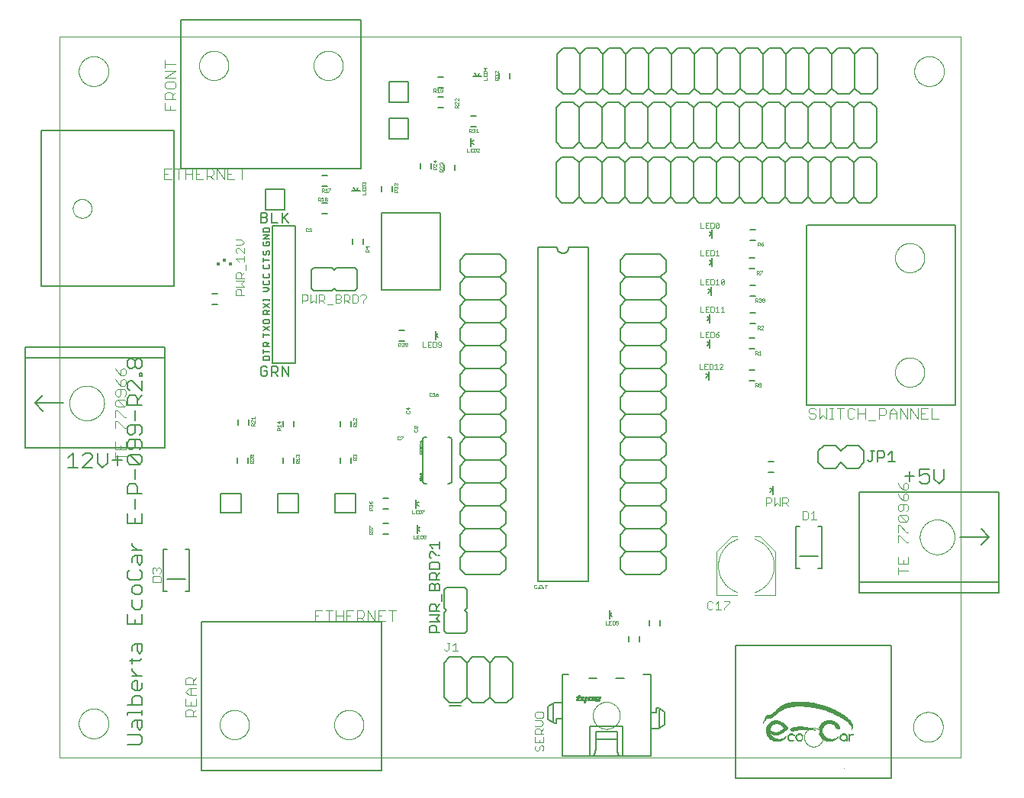
<source format=gto>
G75*
%MOIN*%
%OFA0B0*%
%FSLAX25Y25*%
%IPPOS*%
%LPD*%
%AMOC8*
5,1,8,0,0,1.08239X$1,22.5*
%
%ADD10C,0.00000*%
%ADD11C,0.00600*%
%ADD12R,0.00043X0.00014*%
%ADD13R,0.00466X0.00014*%
%ADD14R,0.00805X0.00014*%
%ADD15R,0.00931X0.00014*%
%ADD16R,0.01115X0.00014*%
%ADD17R,0.00183X0.00014*%
%ADD18R,0.01242X0.00014*%
%ADD19R,0.00282X0.00014*%
%ADD20R,0.01383X0.00014*%
%ADD21R,0.00424X0.00014*%
%ADD22R,0.00254X0.00014*%
%ADD23R,0.01468X0.00014*%
%ADD24R,0.00282X0.00014*%
%ADD25R,0.00381X0.00014*%
%ADD26R,0.01595X0.00014*%
%ADD27R,0.00621X0.00014*%
%ADD28R,0.00565X0.00014*%
%ADD29R,0.01680X0.00014*%
%ADD30R,0.00537X0.00014*%
%ADD31R,0.00381X0.00014*%
%ADD32R,0.00424X0.00014*%
%ADD33R,0.01779X0.00014*%
%ADD34R,0.00762X0.00014*%
%ADD35R,0.00734X0.00014*%
%ADD36R,0.01863X0.00014*%
%ADD37R,0.00663X0.00014*%
%ADD38R,0.00395X0.00014*%
%ADD39R,0.01948X0.00014*%
%ADD40R,0.00904X0.00014*%
%ADD41R,0.00875X0.00014*%
%ADD42R,0.02005X0.00014*%
%ADD43R,0.00791X0.00014*%
%ADD44R,0.00438X0.00014*%
%ADD45R,0.02117X0.00014*%
%ADD46R,0.01002X0.00014*%
%ADD47R,0.01016X0.00014*%
%ADD48R,0.02174X0.00014*%
%ADD49R,0.00904X0.00014*%
%ADD50R,0.00395X0.00014*%
%ADD51R,0.00438X0.00014*%
%ADD52R,0.02259X0.00014*%
%ADD53R,0.01087X0.00014*%
%ADD54R,0.01115X0.00014*%
%ADD55R,0.02287X0.00014*%
%ADD56R,0.00988X0.00014*%
%ADD57R,0.02372X0.00014*%
%ADD58R,0.01172X0.00014*%
%ADD59R,0.01185X0.00014*%
%ADD60R,0.02428X0.00014*%
%ADD61R,0.01073X0.00014*%
%ADD62R,0.00409X0.00014*%
%ADD63R,0.00438X0.00014*%
%ADD64R,0.02513X0.00014*%
%ADD65R,0.01256X0.00014*%
%ADD66R,0.01270X0.00014*%
%ADD67R,0.02541X0.00014*%
%ADD68R,0.01144X0.00014*%
%ADD69R,0.00409X0.00014*%
%ADD70R,0.02626X0.00014*%
%ADD71R,0.01327X0.00014*%
%ADD72R,0.01341X0.00014*%
%ADD73R,0.02654X0.00014*%
%ADD74R,0.01214X0.00014*%
%ADD75R,0.00409X0.00014*%
%ADD76R,0.02739X0.00014*%
%ADD77R,0.01398X0.00014*%
%ADD78R,0.01411X0.00014*%
%ADD79R,0.02767X0.00014*%
%ADD80R,0.01299X0.00014*%
%ADD81R,0.02852X0.00014*%
%ADD82R,0.01468X0.00014*%
%ADD83R,0.02880X0.00014*%
%ADD84R,0.01355X0.00014*%
%ADD85R,0.02936X0.00014*%
%ADD86R,0.01539X0.00014*%
%ADD87R,0.01553X0.00014*%
%ADD88R,0.02965X0.00014*%
%ADD89R,0.03049X0.00014*%
%ADD90R,0.01595X0.00014*%
%ADD91R,0.01609X0.00014*%
%ADD92R,0.03049X0.00014*%
%ADD93R,0.03134X0.00014*%
%ADD94R,0.01652X0.00014*%
%ADD95R,0.01666X0.00014*%
%ADD96R,0.01524X0.00014*%
%ADD97R,0.03233X0.00014*%
%ADD98R,0.01722X0.00014*%
%ADD99R,0.03246X0.00014*%
%ADD100R,0.01581X0.00014*%
%ADD101R,0.03331X0.00014*%
%ADD102R,0.01778X0.00014*%
%ADD103R,0.01637X0.00014*%
%ADD104R,0.03416X0.00014*%
%ADD105R,0.01835X0.00014*%
%ADD106R,0.01807X0.00014*%
%ADD107R,0.01680X0.00014*%
%ADD108R,0.03501X0.00014*%
%ADD109R,0.01214X0.00014*%
%ADD110R,0.00452X0.00014*%
%ADD111R,0.01186X0.00014*%
%ADD112R,0.00480X0.00014*%
%ADD113R,0.03487X0.00014*%
%ADD114R,0.01722X0.00014*%
%ADD115R,0.03571X0.00014*%
%ADD116R,0.01101X0.00014*%
%ADD117R,0.00367X0.00014*%
%ADD118R,0.01073X0.00014*%
%ADD119R,0.00367X0.00014*%
%ADD120R,0.03557X0.00014*%
%ADD121R,0.00423X0.00014*%
%ADD122R,0.03642X0.00014*%
%ADD123R,0.01044X0.00014*%
%ADD124R,0.00310X0.00014*%
%ADD125R,0.01031X0.00014*%
%ADD126R,0.00311X0.00014*%
%ADD127R,0.03642X0.00014*%
%ADD128R,0.01807X0.00014*%
%ADD129R,0.00423X0.00014*%
%ADD130R,0.03727X0.00014*%
%ADD131R,0.01002X0.00014*%
%ADD132R,0.00268X0.00014*%
%ADD133R,0.00974X0.00014*%
%ADD134R,0.00254X0.00014*%
%ADD135R,0.03713X0.00014*%
%ADD136R,0.03811X0.00014*%
%ADD137R,0.00226X0.00014*%
%ADD138R,0.00946X0.00014*%
%ADD139R,0.00212X0.00014*%
%ADD140R,0.03797X0.00014*%
%ADD141R,0.01906X0.00014*%
%ADD142R,0.03882X0.00014*%
%ADD143R,0.00960X0.00014*%
%ADD144R,0.00198X0.00014*%
%ADD145R,0.00932X0.00014*%
%ADD146R,0.03868X0.00014*%
%ADD147R,0.01948X0.00014*%
%ADD148R,0.00423X0.00014*%
%ADD149R,0.03938X0.00014*%
%ADD150R,0.00170X0.00014*%
%ADD151R,0.00169X0.00014*%
%ADD152R,0.03939X0.00014*%
%ADD153R,0.01991X0.00014*%
%ADD154R,0.04009X0.00014*%
%ADD155R,0.00903X0.00014*%
%ADD156R,0.00127X0.00014*%
%ADD157R,0.00875X0.00014*%
%ADD158R,0.00183X0.00014*%
%ADD159R,0.02033X0.00014*%
%ADD160R,0.00437X0.00014*%
%ADD161R,0.04080X0.00014*%
%ADD162R,0.00889X0.00014*%
%ADD163R,0.00099X0.00014*%
%ADD164R,0.00847X0.00014*%
%ADD165R,0.00183X0.00014*%
%ADD166R,0.04065X0.00014*%
%ADD167R,0.02075X0.00014*%
%ADD168R,0.00437X0.00014*%
%ADD169R,0.04150X0.00014*%
%ADD170R,0.00875X0.00014*%
%ADD171R,0.00056X0.00014*%
%ADD172R,0.00847X0.00014*%
%ADD173R,0.04136X0.00014*%
%ADD174R,0.02117X0.00014*%
%ADD175R,0.00452X0.00014*%
%ADD176R,0.00452X0.00014*%
%ADD177R,0.04207X0.00014*%
%ADD178R,0.00847X0.00014*%
%ADD179R,0.00833X0.00014*%
%ADD180R,0.04193X0.00014*%
%ADD181R,0.02160X0.00014*%
%ADD182R,0.00452X0.00014*%
%ADD183R,0.00452X0.00014*%
%ADD184R,0.04263X0.00014*%
%ADD185R,0.00833X0.00014*%
%ADD186R,0.00819X0.00014*%
%ADD187R,0.00170X0.00014*%
%ADD188R,0.04249X0.00014*%
%ADD189R,0.02202X0.00014*%
%ADD190R,0.04320X0.00014*%
%ADD191R,0.00819X0.00014*%
%ADD192R,0.02753X0.00014*%
%ADD193R,0.04404X0.00014*%
%ADD194R,0.00819X0.00014*%
%ADD195R,0.00790X0.00014*%
%ADD196R,0.00169X0.00014*%
%ADD197R,0.04376X0.00014*%
%ADD198R,0.00931X0.00014*%
%ADD199R,0.01595X0.00014*%
%ADD200R,0.04461X0.00014*%
%ADD201R,0.04432X0.00014*%
%ADD202R,0.00861X0.00014*%
%ADD203R,0.01482X0.00014*%
%ADD204R,0.04517X0.00014*%
%ADD205R,0.00776X0.00014*%
%ADD206R,0.04489X0.00014*%
%ADD207R,0.01397X0.00014*%
%ADD208R,0.04574X0.00014*%
%ADD209R,0.00776X0.00014*%
%ADD210R,0.00762X0.00014*%
%ADD211R,0.04546X0.00014*%
%ADD212R,0.00791X0.00014*%
%ADD213R,0.01341X0.00014*%
%ADD214R,0.00466X0.00014*%
%ADD215R,0.04630X0.00014*%
%ADD216R,0.00763X0.00014*%
%ADD217R,0.04602X0.00014*%
%ADD218R,0.01285X0.00014*%
%ADD219R,0.00466X0.00014*%
%ADD220R,0.04687X0.00014*%
%ADD221R,0.00762X0.00014*%
%ADD222R,0.00748X0.00014*%
%ADD223R,0.04658X0.00014*%
%ADD224R,0.00734X0.00014*%
%ADD225R,0.01242X0.00014*%
%ADD226R,0.04729X0.00014*%
%ADD227R,0.00748X0.00014*%
%ADD228R,0.04715X0.00014*%
%ADD229R,0.00720X0.00014*%
%ADD230R,0.01214X0.00014*%
%ADD231R,0.04785X0.00014*%
%ADD232R,0.00748X0.00014*%
%ADD233R,0.00734X0.00014*%
%ADD234R,0.00156X0.00014*%
%ADD235R,0.04771X0.00014*%
%ADD236R,0.00706X0.00014*%
%ADD237R,0.04842X0.00014*%
%ADD238R,0.00734X0.00014*%
%ADD239R,0.00155X0.00014*%
%ADD240R,0.04814X0.00014*%
%ADD241R,0.00678X0.00014*%
%ADD242R,0.01143X0.00014*%
%ADD243R,0.04898X0.00014*%
%ADD244R,0.00720X0.00014*%
%ADD245R,0.00155X0.00014*%
%ADD246R,0.04870X0.00014*%
%ADD247R,0.00663X0.00014*%
%ADD248R,0.01115X0.00014*%
%ADD249R,0.04941X0.00014*%
%ADD250R,0.00720X0.00014*%
%ADD251R,0.00706X0.00014*%
%ADD252R,0.04913X0.00014*%
%ADD253R,0.00649X0.00014*%
%ADD254R,0.04997X0.00014*%
%ADD255R,0.04969X0.00014*%
%ADD256R,0.00635X0.00014*%
%ADD257R,0.05054X0.00014*%
%ADD258R,0.00692X0.00014*%
%ADD259R,0.00706X0.00014*%
%ADD260R,0.00141X0.00014*%
%ADD261R,0.05025X0.00014*%
%ADD262R,0.00635X0.00014*%
%ADD263R,0.01044X0.00014*%
%ADD264R,0.05096X0.00014*%
%ADD265R,0.00691X0.00014*%
%ADD266R,0.00692X0.00014*%
%ADD267R,0.00141X0.00014*%
%ADD268R,0.05082X0.00014*%
%ADD269R,0.00621X0.00014*%
%ADD270R,0.01030X0.00014*%
%ADD271R,0.05138X0.00014*%
%ADD272R,0.00692X0.00014*%
%ADD273R,0.00678X0.00014*%
%ADD274R,0.00141X0.00014*%
%ADD275R,0.05110X0.00014*%
%ADD276R,0.00607X0.00014*%
%ADD277R,0.01002X0.00014*%
%ADD278R,0.05181X0.00014*%
%ADD279R,0.00127X0.00014*%
%ADD280R,0.05167X0.00014*%
%ADD281R,0.00607X0.00014*%
%ADD282R,0.05237X0.00014*%
%ADD283R,0.00678X0.00014*%
%ADD284R,0.05223X0.00014*%
%ADD285R,0.00593X0.00014*%
%ADD286R,0.00960X0.00014*%
%ADD287R,0.05280X0.00014*%
%ADD288R,0.05251X0.00014*%
%ADD289R,0.00579X0.00014*%
%ADD290R,0.05322X0.00014*%
%ADD291R,0.05308X0.00014*%
%ADD292R,0.00579X0.00014*%
%ADD293R,0.00931X0.00014*%
%ADD294R,0.05378X0.00014*%
%ADD295R,0.00127X0.00014*%
%ADD296R,0.05336X0.00014*%
%ADD297R,0.00917X0.00014*%
%ADD298R,0.05420X0.00014*%
%ADD299R,0.00650X0.00014*%
%ADD300R,0.05392X0.00014*%
%ADD301R,0.00565X0.00014*%
%ADD302R,0.05463X0.00014*%
%ADD303R,0.00650X0.00014*%
%ADD304R,0.00664X0.00014*%
%ADD305R,0.00127X0.00014*%
%ADD306R,0.05435X0.00014*%
%ADD307R,0.00551X0.00014*%
%ADD308R,0.05506X0.00014*%
%ADD309R,0.05477X0.00014*%
%ADD310R,0.00551X0.00014*%
%ADD311R,0.05548X0.00014*%
%ADD312R,0.00635X0.00014*%
%ADD313R,0.00649X0.00014*%
%ADD314R,0.00127X0.00014*%
%ADD315R,0.05519X0.00014*%
%ADD316R,0.00550X0.00014*%
%ADD317R,0.00847X0.00014*%
%ADD318R,0.05590X0.00014*%
%ADD319R,0.00635X0.00014*%
%ADD320R,0.05562X0.00014*%
%ADD321R,0.00536X0.00014*%
%ADD322R,0.05632X0.00014*%
%ADD323R,0.00621X0.00014*%
%ADD324R,0.05604X0.00014*%
%ADD325R,0.00536X0.00014*%
%ADD326R,0.00819X0.00014*%
%ADD327R,0.05661X0.00014*%
%ADD328R,0.00621X0.00014*%
%ADD329R,0.00113X0.00014*%
%ADD330R,0.05646X0.00014*%
%ADD331R,0.05717X0.00014*%
%ADD332R,0.00621X0.00014*%
%ADD333R,0.00621X0.00014*%
%ADD334R,0.00127X0.00014*%
%ADD335R,0.05675X0.00014*%
%ADD336R,0.00522X0.00014*%
%ADD337R,0.05745X0.00014*%
%ADD338R,0.05731X0.00014*%
%ADD339R,0.00537X0.00014*%
%ADD340R,0.05788X0.00014*%
%ADD341R,0.00607X0.00014*%
%ADD342R,0.00113X0.00014*%
%ADD343R,0.05759X0.00014*%
%ADD344R,0.00522X0.00014*%
%ADD345R,0.05830X0.00014*%
%ADD346R,0.05816X0.00014*%
%ADD347R,0.00522X0.00014*%
%ADD348R,0.05858X0.00014*%
%ADD349R,0.05844X0.00014*%
%ADD350R,0.00508X0.00014*%
%ADD351R,0.03685X0.00014*%
%ADD352R,0.01765X0.00014*%
%ADD353R,0.03797X0.00014*%
%ADD354R,0.01779X0.00014*%
%ADD355R,0.00508X0.00014*%
%ADD356R,0.00720X0.00014*%
%ADD357R,0.03501X0.00014*%
%ADD358R,0.00593X0.00014*%
%ADD359R,0.03572X0.00014*%
%ADD360R,0.00494X0.00014*%
%ADD361R,0.03388X0.00014*%
%ADD362R,0.01482X0.00014*%
%ADD363R,0.00579X0.00014*%
%ADD364R,0.00593X0.00014*%
%ADD365R,0.00113X0.00014*%
%ADD366R,0.03459X0.00014*%
%ADD367R,0.01426X0.00014*%
%ADD368R,0.00494X0.00014*%
%ADD369R,0.00706X0.00014*%
%ADD370R,0.03275X0.00014*%
%ADD371R,0.01383X0.00014*%
%ADD372R,0.03359X0.00014*%
%ADD373R,0.01341X0.00014*%
%ADD374R,0.00508X0.00014*%
%ADD375R,0.03204X0.00014*%
%ADD376R,0.01298X0.00014*%
%ADD377R,0.00593X0.00014*%
%ADD378R,0.03289X0.00014*%
%ADD379R,0.01270X0.00014*%
%ADD380R,0.00494X0.00014*%
%ADD381R,0.03148X0.00014*%
%ADD382R,0.01242X0.00014*%
%ADD383R,0.03219X0.00014*%
%ADD384R,0.01200X0.00014*%
%ADD385R,0.03077X0.00014*%
%ADD386R,0.01200X0.00014*%
%ADD387R,0.00565X0.00014*%
%ADD388R,0.03162X0.00014*%
%ADD389R,0.01144X0.00014*%
%ADD390R,0.00663X0.00014*%
%ADD391R,0.03035X0.00014*%
%ADD392R,0.03120X0.00014*%
%ADD393R,0.01087X0.00014*%
%ADD394R,0.02978X0.00014*%
%ADD395R,0.03077X0.00014*%
%ADD396R,0.01059X0.00014*%
%ADD397R,0.00480X0.00014*%
%ADD398R,0.02922X0.00014*%
%ADD399R,0.00550X0.00014*%
%ADD400R,0.00113X0.00014*%
%ADD401R,0.03035X0.00014*%
%ADD402R,0.01017X0.00014*%
%ADD403R,0.00480X0.00014*%
%ADD404R,0.00635X0.00014*%
%ADD405R,0.02880X0.00014*%
%ADD406R,0.01002X0.00014*%
%ADD407R,0.00113X0.00014*%
%ADD408R,0.02993X0.00014*%
%ADD409R,0.00113X0.00014*%
%ADD410R,0.02950X0.00014*%
%ADD411R,0.00466X0.00014*%
%ADD412R,0.02809X0.00014*%
%ADD413R,0.02781X0.00014*%
%ADD414R,0.00904X0.00014*%
%ADD415R,0.02894X0.00014*%
%ADD416R,0.00466X0.00014*%
%ADD417R,0.00876X0.00014*%
%ADD418R,0.02865X0.00014*%
%ADD419R,0.00466X0.00014*%
%ADD420R,0.02724X0.00014*%
%ADD421R,0.00551X0.00014*%
%ADD422R,0.02837X0.00014*%
%ADD423R,0.02696X0.00014*%
%ADD424R,0.00819X0.00014*%
%ADD425R,0.02809X0.00014*%
%ADD426R,0.02668X0.00014*%
%ADD427R,0.00805X0.00014*%
%ADD428R,0.02781X0.00014*%
%ADD429R,0.02626X0.00014*%
%ADD430R,0.00550X0.00014*%
%ADD431R,0.02611X0.00014*%
%ADD432R,0.00748X0.00014*%
%ADD433R,0.02583X0.00014*%
%ADD434R,0.00720X0.00014*%
%ADD435R,0.00537X0.00014*%
%ADD436R,0.02724X0.00014*%
%ADD437R,0.00536X0.00014*%
%ADD438R,0.02555X0.00014*%
%ADD439R,0.00706X0.00014*%
%ADD440R,0.02541X0.00014*%
%ADD441R,0.02682X0.00014*%
%ADD442R,0.00452X0.00014*%
%ADD443R,0.00522X0.00014*%
%ADD444R,0.00522X0.00014*%
%ADD445R,0.02668X0.00014*%
%ADD446R,0.02499X0.00014*%
%ADD447R,0.02640X0.00014*%
%ADD448R,0.02470X0.00014*%
%ADD449R,0.00607X0.00014*%
%ADD450R,0.02456X0.00014*%
%ADD451R,0.00522X0.00014*%
%ADD452R,0.02612X0.00014*%
%ADD453R,0.00508X0.00014*%
%ADD454R,0.02442X0.00014*%
%ADD455R,0.02583X0.00014*%
%ADD456R,0.02414X0.00014*%
%ADD457R,0.02569X0.00014*%
%ADD458R,0.02400X0.00014*%
%ADD459R,0.02555X0.00014*%
%ADD460R,0.02386X0.00014*%
%ADD461R,0.02372X0.00014*%
%ADD462R,0.00508X0.00014*%
%ADD463R,0.02527X0.00014*%
%ADD464R,0.02357X0.00014*%
%ADD465R,0.02513X0.00014*%
%ADD466R,0.02343X0.00014*%
%ADD467R,0.02499X0.00014*%
%ADD468R,0.02329X0.00014*%
%ADD469R,0.00494X0.00014*%
%ADD470R,0.02484X0.00014*%
%ADD471R,0.02315X0.00014*%
%ADD472R,0.02470X0.00014*%
%ADD473R,0.02301X0.00014*%
%ADD474R,0.02287X0.00014*%
%ADD475R,0.02456X0.00014*%
%ADD476R,0.02273X0.00014*%
%ADD477R,0.02442X0.00014*%
%ADD478R,0.02428X0.00014*%
%ADD479R,0.00409X0.00014*%
%ADD480R,0.02244X0.00014*%
%ADD481R,0.00424X0.00014*%
%ADD482R,0.00141X0.00014*%
%ADD483R,0.02414X0.00014*%
%ADD484R,0.00395X0.00014*%
%ADD485R,0.02244X0.00014*%
%ADD486R,0.00141X0.00014*%
%ADD487R,0.02230X0.00014*%
%ADD488R,0.00395X0.00014*%
%ADD489R,0.00141X0.00014*%
%ADD490R,0.02385X0.00014*%
%ADD491R,0.02216X0.00014*%
%ADD492R,0.02371X0.00014*%
%ADD493R,0.02202X0.00014*%
%ADD494R,0.00381X0.00014*%
%ADD495R,0.00353X0.00014*%
%ADD496R,0.02202X0.00014*%
%ADD497R,0.00339X0.00014*%
%ADD498R,0.02188X0.00014*%
%ADD499R,0.00353X0.00014*%
%ADD500R,0.02343X0.00014*%
%ADD501R,0.00324X0.00014*%
%ADD502R,0.00353X0.00014*%
%ADD503R,0.02343X0.00014*%
%ADD504R,0.00324X0.00014*%
%ADD505R,0.02159X0.00014*%
%ADD506R,0.00311X0.00014*%
%ADD507R,0.02146X0.00014*%
%ADD508R,0.00339X0.00014*%
%ADD509R,0.02329X0.00014*%
%ADD510R,0.00311X0.00014*%
%ADD511R,0.02146X0.00014*%
%ADD512R,0.02315X0.00014*%
%ADD513R,0.00296X0.00014*%
%ADD514R,0.02131X0.00014*%
%ADD515R,0.02301X0.00014*%
%ADD516R,0.00296X0.00014*%
%ADD517R,0.02131X0.00014*%
%ADD518R,0.02118X0.00014*%
%ADD519R,0.00296X0.00014*%
%ADD520R,0.00169X0.00014*%
%ADD521R,0.02287X0.00014*%
%ADD522R,0.00269X0.00014*%
%ADD523R,0.02104X0.00014*%
%ADD524R,0.02273X0.00014*%
%ADD525R,0.02089X0.00014*%
%ADD526R,0.00282X0.00014*%
%ADD527R,0.00254X0.00014*%
%ADD528R,0.02089X0.00014*%
%ADD529R,0.00283X0.00014*%
%ADD530R,0.02272X0.00014*%
%ADD531R,0.00240X0.00014*%
%ADD532R,0.02075X0.00014*%
%ADD533R,0.00240X0.00014*%
%ADD534R,0.02075X0.00014*%
%ADD535R,0.00254X0.00014*%
%ADD536R,0.00240X0.00014*%
%ADD537R,0.02047X0.00014*%
%ADD538R,0.00240X0.00014*%
%ADD539R,0.00212X0.00014*%
%ADD540R,0.02047X0.00014*%
%ADD541R,0.00198X0.00014*%
%ADD542R,0.00226X0.00014*%
%ADD543R,0.02216X0.00014*%
%ADD544R,0.02033X0.00014*%
%ADD545R,0.02019X0.00014*%
%ADD546R,0.00212X0.00014*%
%ADD547R,0.00198X0.00014*%
%ADD548R,0.02019X0.00014*%
%ADD549R,0.02188X0.00014*%
%ADD550R,0.02004X0.00014*%
%ADD551R,0.02188X0.00014*%
%ADD552R,0.02004X0.00014*%
%ADD553R,0.02174X0.00014*%
%ADD554R,0.02174X0.00014*%
%ADD555R,0.00156X0.00014*%
%ADD556R,0.01991X0.00014*%
%ADD557R,0.02160X0.00014*%
%ADD558R,0.01976X0.00014*%
%ADD559R,0.01962X0.00014*%
%ADD560R,0.00155X0.00014*%
%ADD561R,0.02160X0.00014*%
%ADD562R,0.01962X0.00014*%
%ADD563R,0.01962X0.00014*%
%ADD564R,0.00156X0.00014*%
%ADD565R,0.02131X0.00014*%
%ADD566R,0.02132X0.00014*%
%ADD567R,0.01948X0.00014*%
%ADD568R,0.00226X0.00014*%
%ADD569R,0.00085X0.00014*%
%ADD570R,0.01920X0.00014*%
%ADD571R,0.02117X0.00014*%
%ADD572R,0.00085X0.00014*%
%ADD573R,0.00070X0.00014*%
%ADD574R,0.01920X0.00014*%
%ADD575R,0.00508X0.00014*%
%ADD576R,0.00057X0.00014*%
%ADD577R,0.00437X0.00014*%
%ADD578R,0.00043X0.00014*%
%ADD579R,0.00565X0.00014*%
%ADD580R,0.01906X0.00014*%
%ADD581R,0.00085X0.00014*%
%ADD582R,0.00565X0.00014*%
%ADD583R,0.01906X0.00014*%
%ADD584R,0.02089X0.00014*%
%ADD585R,0.01892X0.00014*%
%ADD586R,0.00070X0.00014*%
%ADD587R,0.00565X0.00014*%
%ADD588R,0.01892X0.00014*%
%ADD589R,0.01891X0.00014*%
%ADD590R,0.02061X0.00014*%
%ADD591R,0.01877X0.00014*%
%ADD592R,0.02061X0.00014*%
%ADD593R,0.02061X0.00014*%
%ADD594R,0.01878X0.00014*%
%ADD595R,0.00268X0.00014*%
%ADD596R,0.01863X0.00014*%
%ADD597R,0.00268X0.00014*%
%ADD598R,0.02047X0.00014*%
%ADD599R,0.00607X0.00014*%
%ADD600R,0.01849X0.00014*%
%ADD601R,0.01849X0.00014*%
%ADD602R,0.01835X0.00014*%
%ADD603R,0.02019X0.00014*%
%ADD604R,0.01821X0.00014*%
%ADD605R,0.01821X0.00014*%
%ADD606R,0.02005X0.00014*%
%ADD607R,0.01807X0.00014*%
%ADD608R,0.01990X0.00014*%
%ADD609R,0.00664X0.00014*%
%ADD610R,0.01976X0.00014*%
%ADD611R,0.00664X0.00014*%
%ADD612R,0.01976X0.00014*%
%ADD613R,0.01793X0.00014*%
%ADD614R,0.00339X0.00014*%
%ADD615R,0.01793X0.00014*%
%ADD616R,0.00339X0.00014*%
%ADD617R,0.00367X0.00014*%
%ADD618R,0.01962X0.00014*%
%ADD619R,0.01765X0.00014*%
%ADD620R,0.01934X0.00014*%
%ADD621R,0.01764X0.00014*%
%ADD622R,0.01934X0.00014*%
%ADD623R,0.00748X0.00014*%
%ADD624R,0.01764X0.00014*%
%ADD625R,0.01920X0.00014*%
%ADD626R,0.01750X0.00014*%
%ADD627R,0.01934X0.00014*%
%ADD628R,0.00763X0.00014*%
%ADD629R,0.01750X0.00014*%
%ADD630R,0.01736X0.00014*%
%ADD631R,0.00579X0.00014*%
%ADD632R,0.01736X0.00014*%
%ADD633R,0.00593X0.00014*%
%ADD634R,0.01891X0.00014*%
%ADD635R,0.00819X0.00014*%
%ADD636R,0.01722X0.00014*%
%ADD637R,0.00593X0.00014*%
%ADD638R,0.00833X0.00014*%
%ADD639R,0.00607X0.00014*%
%ADD640R,0.01892X0.00014*%
%ADD641R,0.00847X0.00014*%
%ADD642R,0.01878X0.00014*%
%ADD643R,0.00861X0.00014*%
%ADD644R,0.01722X0.00014*%
%ADD645R,0.01878X0.00014*%
%ADD646R,0.01708X0.00014*%
%ADD647R,0.00579X0.00014*%
%ADD648R,0.01722X0.00014*%
%ADD649R,0.00918X0.00014*%
%ADD650R,0.01708X0.00014*%
%ADD651R,0.00932X0.00014*%
%ADD652R,0.01694X0.00014*%
%ADD653R,0.00946X0.00014*%
%ADD654R,0.01863X0.00014*%
%ADD655R,0.00960X0.00014*%
%ADD656R,0.01694X0.00014*%
%ADD657R,0.01849X0.00014*%
%ADD658R,0.00974X0.00014*%
%ADD659R,0.01680X0.00014*%
%ADD660R,0.01017X0.00014*%
%ADD661R,0.01031X0.00014*%
%ADD662R,0.01143X0.00014*%
%ADD663R,0.01059X0.00014*%
%ADD664R,0.01327X0.00014*%
%ADD665R,0.01821X0.00014*%
%ADD666R,0.01539X0.00014*%
%ADD667R,0.01835X0.00014*%
%ADD668R,0.00678X0.00014*%
%ADD669R,0.01101X0.00014*%
%ADD670R,0.01694X0.00014*%
%ADD671R,0.01130X0.00014*%
%ADD672R,0.01666X0.00014*%
%ADD673R,0.00777X0.00014*%
%ADD674R,0.01807X0.00014*%
%ADD675R,0.01666X0.00014*%
%ADD676R,0.01976X0.00014*%
%ADD677R,0.00804X0.00014*%
%ADD678R,0.00791X0.00014*%
%ADD679R,0.01821X0.00014*%
%ADD680R,0.00748X0.00014*%
%ADD681R,0.00734X0.00014*%
%ADD682R,0.00099X0.00014*%
%ADD683R,0.02103X0.00014*%
%ADD684R,0.01652X0.00014*%
%ADD685R,0.02231X0.00014*%
%ADD686R,0.01807X0.00014*%
%ADD687R,0.00776X0.00014*%
%ADD688R,0.01652X0.00014*%
%ADD689R,0.00903X0.00014*%
%ADD690R,0.00917X0.00014*%
%ADD691R,0.00861X0.00014*%
%ADD692R,0.00847X0.00014*%
%ADD693R,0.00960X0.00014*%
%ADD694R,0.01793X0.00014*%
%ADD695R,0.02654X0.00014*%
%ADD696R,0.01059X0.00014*%
%ADD697R,0.01045X0.00014*%
%ADD698R,0.01793X0.00014*%
%ADD699R,0.01482X0.00014*%
%ADD700R,0.01637X0.00014*%
%ADD701R,0.01454X0.00014*%
%ADD702R,0.02837X0.00014*%
%ADD703R,0.02301X0.00014*%
%ADD704R,0.01778X0.00014*%
%ADD705R,0.01426X0.00014*%
%ADD706R,0.02908X0.00014*%
%ADD707R,0.02244X0.00014*%
%ADD708R,0.02104X0.00014*%
%ADD709R,0.01397X0.00014*%
%ADD710R,0.02993X0.00014*%
%ADD711R,0.01369X0.00014*%
%ADD712R,0.01637X0.00014*%
%ADD713R,0.02146X0.00014*%
%ADD714R,0.02188X0.00014*%
%ADD715R,0.01779X0.00014*%
%ADD716R,0.01327X0.00014*%
%ADD717R,0.01623X0.00014*%
%ADD718R,0.03162X0.00014*%
%ADD719R,0.03246X0.00014*%
%ADD720R,0.03317X0.00014*%
%ADD721R,0.01200X0.00014*%
%ADD722R,0.01623X0.00014*%
%ADD723R,0.03388X0.00014*%
%ADD724R,0.02004X0.00014*%
%ADD725R,0.01750X0.00014*%
%ADD726R,0.01906X0.00014*%
%ADD727R,0.01157X0.00014*%
%ADD728R,0.01624X0.00014*%
%ADD729R,0.03458X0.00014*%
%ADD730R,0.01990X0.00014*%
%ADD731R,0.01624X0.00014*%
%ADD732R,0.03529X0.00014*%
%ADD733R,0.01920X0.00014*%
%ADD734R,0.01821X0.00014*%
%ADD735R,0.01609X0.00014*%
%ADD736R,0.03600X0.00014*%
%ADD737R,0.03670X0.00014*%
%ADD738R,0.00946X0.00014*%
%ADD739R,0.01609X0.00014*%
%ADD740R,0.03727X0.00014*%
%ADD741R,0.01793X0.00014*%
%ADD742R,0.00889X0.00014*%
%ADD743R,0.01737X0.00014*%
%ADD744R,0.01609X0.00014*%
%ADD745R,0.03854X0.00014*%
%ADD746R,0.01680X0.00014*%
%ADD747R,0.01694X0.00014*%
%ADD748R,0.01581X0.00014*%
%ADD749R,0.03924X0.00014*%
%ADD750R,0.01539X0.00014*%
%ADD751R,0.03981X0.00014*%
%ADD752R,0.01553X0.00014*%
%ADD753R,0.01567X0.00014*%
%ADD754R,0.01737X0.00014*%
%ADD755R,0.04037X0.00014*%
%ADD756R,0.01496X0.00014*%
%ADD757R,0.01511X0.00014*%
%ADD758R,0.01609X0.00014*%
%ADD759R,0.04108X0.00014*%
%ADD760R,0.01426X0.00014*%
%ADD761R,0.01440X0.00014*%
%ADD762R,0.04165X0.00014*%
%ADD763R,0.04220X0.00014*%
%ADD764R,0.01228X0.00014*%
%ADD765R,0.01609X0.00014*%
%ADD766R,0.04277X0.00014*%
%ADD767R,0.01214X0.00014*%
%ADD768R,0.01722X0.00014*%
%ADD769R,0.01143X0.00014*%
%ADD770R,0.04334X0.00014*%
%ADD771R,0.01595X0.00014*%
%ADD772R,0.04404X0.00014*%
%ADD773R,0.01030X0.00014*%
%ADD774R,0.01708X0.00014*%
%ADD775R,0.00974X0.00014*%
%ADD776R,0.04475X0.00014*%
%ADD777R,0.04531X0.00014*%
%ADD778R,0.04574X0.00014*%
%ADD779R,0.04658X0.00014*%
%ADD780R,0.06338X0.00014*%
%ADD781R,0.00057X0.00014*%
%ADD782R,0.06367X0.00014*%
%ADD783R,0.01694X0.00014*%
%ADD784R,0.06394X0.00014*%
%ADD785R,0.01694X0.00014*%
%ADD786R,0.06437X0.00014*%
%ADD787R,0.06465X0.00014*%
%ADD788R,0.06494X0.00014*%
%ADD789R,0.06522X0.00014*%
%ADD790R,0.06550X0.00014*%
%ADD791R,0.06578X0.00014*%
%ADD792R,0.06607X0.00014*%
%ADD793R,0.06620X0.00014*%
%ADD794R,0.06663X0.00014*%
%ADD795R,0.06691X0.00014*%
%ADD796R,0.06706X0.00014*%
%ADD797R,0.06733X0.00014*%
%ADD798R,0.06776X0.00014*%
%ADD799R,0.06804X0.00014*%
%ADD800R,0.06818X0.00014*%
%ADD801R,0.06846X0.00014*%
%ADD802R,0.01665X0.00014*%
%ADD803R,0.06874X0.00014*%
%ADD804R,0.06903X0.00014*%
%ADD805R,0.06931X0.00014*%
%ADD806R,0.06945X0.00014*%
%ADD807R,0.06973X0.00014*%
%ADD808R,0.07002X0.00014*%
%ADD809R,0.07030X0.00014*%
%ADD810R,0.07044X0.00014*%
%ADD811R,0.07072X0.00014*%
%ADD812R,0.07086X0.00014*%
%ADD813R,0.07115X0.00014*%
%ADD814R,0.07143X0.00014*%
%ADD815R,0.07185X0.00014*%
%ADD816R,0.07213X0.00014*%
%ADD817R,0.01623X0.00014*%
%ADD818R,0.07228X0.00014*%
%ADD819R,0.07270X0.00014*%
%ADD820R,0.07284X0.00014*%
%ADD821R,0.07298X0.00014*%
%ADD822R,0.03967X0.00014*%
%ADD823R,0.03840X0.00014*%
%ADD824R,0.02696X0.00014*%
%ADD825R,0.03769X0.00014*%
%ADD826R,0.02640X0.00014*%
%ADD827R,0.03685X0.00014*%
%ADD828R,0.03614X0.00014*%
%ADD829R,0.02485X0.00014*%
%ADD830R,0.03487X0.00014*%
%ADD831R,0.02442X0.00014*%
%ADD832R,0.03430X0.00014*%
%ADD833R,0.02414X0.00014*%
%ADD834R,0.03374X0.00014*%
%ADD835R,0.03303X0.00014*%
%ADD836R,0.03247X0.00014*%
%ADD837R,0.02329X0.00014*%
%ADD838R,0.03120X0.00014*%
%ADD839R,0.03063X0.00014*%
%ADD840R,0.01595X0.00014*%
%ADD841R,0.03007X0.00014*%
%ADD842R,0.02188X0.00014*%
%ADD843R,0.01595X0.00014*%
%ADD844R,0.02851X0.00014*%
%ADD845R,0.02767X0.00014*%
%ADD846R,0.02739X0.00014*%
%ADD847R,0.02668X0.00014*%
%ADD848R,0.02033X0.00014*%
%ADD849R,0.02597X0.00014*%
%ADD850R,0.02555X0.00014*%
%ADD851R,0.02498X0.00014*%
%ADD852R,0.02470X0.00014*%
%ADD853R,0.01962X0.00014*%
%ADD854R,0.01581X0.00014*%
%ADD855R,0.01934X0.00014*%
%ADD856R,0.02357X0.00014*%
%ADD857R,0.02259X0.00014*%
%ADD858R,0.02202X0.00014*%
%ADD859R,0.02174X0.00014*%
%ADD860R,0.01863X0.00014*%
%ADD861R,0.02103X0.00014*%
%ADD862R,0.02075X0.00014*%
%ADD863R,0.01383X0.00014*%
%ADD864R,0.01496X0.00014*%
%ADD865R,0.01708X0.00014*%
%ADD866R,0.02103X0.00014*%
%ADD867R,0.02202X0.00014*%
%ADD868R,0.02301X0.00014*%
%ADD869R,0.02668X0.00014*%
%ADD870R,0.02752X0.00014*%
%ADD871R,0.02852X0.00014*%
%ADD872R,0.01906X0.00014*%
%ADD873R,0.02936X0.00014*%
%ADD874R,0.03021X0.00014*%
%ADD875R,0.01793X0.00014*%
%ADD876R,0.03106X0.00014*%
%ADD877R,0.00211X0.00014*%
%ADD878R,0.01891X0.00014*%
%ADD879R,0.03204X0.00014*%
%ADD880R,0.03289X0.00014*%
%ADD881R,0.03459X0.00014*%
%ADD882R,0.03557X0.00014*%
%ADD883R,0.03628X0.00014*%
%ADD884R,0.03726X0.00014*%
%ADD885R,0.03896X0.00014*%
%ADD886R,0.03995X0.00014*%
%ADD887R,0.01778X0.00014*%
%ADD888R,0.04094X0.00014*%
%ADD889R,0.00833X0.00014*%
%ADD890R,0.04178X0.00014*%
%ADD891R,0.00903X0.00014*%
%ADD892R,0.04263X0.00014*%
%ADD893R,0.00014X0.00014*%
%ADD894R,0.01101X0.00014*%
%ADD895R,0.00042X0.00014*%
%ADD896R,0.04588X0.00014*%
%ADD897R,0.01172X0.00014*%
%ADD898R,0.00070X0.00014*%
%ADD899R,0.04687X0.00014*%
%ADD900R,0.04800X0.00014*%
%ADD901R,0.04926X0.00014*%
%ADD902R,0.01440X0.00014*%
%ADD903R,0.01510X0.00014*%
%ADD904R,0.05506X0.00014*%
%ADD905R,0.05689X0.00014*%
%ADD906R,0.01765X0.00014*%
%ADD907R,0.05957X0.00014*%
%ADD908R,0.02230X0.00014*%
%ADD909R,0.01751X0.00014*%
%ADD910R,0.06296X0.00014*%
%ADD911R,0.02527X0.00014*%
%ADD912R,0.01751X0.00014*%
%ADD913R,0.06987X0.00014*%
%ADD914R,0.03133X0.00014*%
%ADD915R,0.10135X0.00014*%
%ADD916R,0.10107X0.00014*%
%ADD917R,0.10065X0.00014*%
%ADD918R,0.10037X0.00014*%
%ADD919R,0.01737X0.00014*%
%ADD920R,0.09980X0.00014*%
%ADD921R,0.09952X0.00014*%
%ADD922R,0.09895X0.00014*%
%ADD923R,0.09867X0.00014*%
%ADD924R,0.09811X0.00014*%
%ADD925R,0.09783X0.00014*%
%ADD926R,0.09740X0.00014*%
%ADD927R,0.09684X0.00014*%
%ADD928R,0.09641X0.00014*%
%ADD929R,0.09599X0.00014*%
%ADD930R,0.09543X0.00014*%
%ADD931R,0.09486X0.00014*%
%ADD932R,0.09444X0.00014*%
%ADD933R,0.01708X0.00014*%
%ADD934R,0.09387X0.00014*%
%ADD935R,0.09331X0.00014*%
%ADD936R,0.09289X0.00014*%
%ADD937R,0.09232X0.00014*%
%ADD938R,0.09176X0.00014*%
%ADD939R,0.01624X0.00014*%
%ADD940R,0.09119X0.00014*%
%ADD941R,0.01638X0.00014*%
%ADD942R,0.09063X0.00014*%
%ADD943R,0.00325X0.00014*%
%ADD944R,0.08992X0.00014*%
%ADD945R,0.00325X0.00014*%
%ADD946R,0.08935X0.00014*%
%ADD947R,0.08893X0.00014*%
%ADD948R,0.00339X0.00014*%
%ADD949R,0.08808X0.00014*%
%ADD950R,0.00353X0.00014*%
%ADD951R,0.01680X0.00014*%
%ADD952R,0.08752X0.00014*%
%ADD953R,0.00353X0.00014*%
%ADD954R,0.08681X0.00014*%
%ADD955R,0.01680X0.00014*%
%ADD956R,0.08625X0.00014*%
%ADD957R,0.00353X0.00014*%
%ADD958R,0.08540X0.00014*%
%ADD959R,0.08470X0.00014*%
%ADD960R,0.08413X0.00014*%
%ADD961R,0.08343X0.00014*%
%ADD962R,0.08258X0.00014*%
%ADD963R,0.08187X0.00014*%
%ADD964R,0.08089X0.00014*%
%ADD965R,0.08004X0.00014*%
%ADD966R,0.07933X0.00014*%
%ADD967R,0.07849X0.00014*%
%ADD968R,0.07750X0.00014*%
%ADD969R,0.07680X0.00014*%
%ADD970R,0.07580X0.00014*%
%ADD971R,0.07481X0.00014*%
%ADD972R,0.01665X0.00014*%
%ADD973R,0.07383X0.00014*%
%ADD974R,0.07284X0.00014*%
%ADD975R,0.07185X0.00014*%
%ADD976R,0.07086X0.00014*%
%ADD977R,0.06987X0.00014*%
%ADD978R,0.06861X0.00014*%
%ADD979R,0.06747X0.00014*%
%ADD980R,0.06620X0.00014*%
%ADD981R,0.06522X0.00014*%
%ADD982R,0.06394X0.00014*%
%ADD983R,0.06268X0.00014*%
%ADD984R,0.06112X0.00014*%
%ADD985R,0.05985X0.00014*%
%ADD986R,0.05703X0.00014*%
%ADD987R,0.05548X0.00014*%
%ADD988R,0.05393X0.00014*%
%ADD989R,0.05223X0.00014*%
%ADD990R,0.01708X0.00014*%
%ADD991R,0.05039X0.00014*%
%ADD992R,0.04475X0.00014*%
%ADD993R,0.04037X0.00014*%
%ADD994R,0.03811X0.00014*%
%ADD995R,0.03543X0.00014*%
%ADD996R,0.01736X0.00014*%
%ADD997R,0.02979X0.00014*%
%ADD998R,0.02626X0.00014*%
%ADD999R,0.01059X0.00014*%
%ADD1000R,0.01807X0.00014*%
%ADD1001R,0.01821X0.00014*%
%ADD1002R,0.01835X0.00014*%
%ADD1003R,0.01835X0.00014*%
%ADD1004R,0.01764X0.00014*%
%ADD1005R,0.00790X0.00014*%
%ADD1006R,0.00804X0.00014*%
%ADD1007R,0.01920X0.00014*%
%ADD1008R,0.01906X0.00014*%
%ADD1009R,0.01934X0.00014*%
%ADD1010R,0.01920X0.00014*%
%ADD1011R,0.01991X0.00014*%
%ADD1012R,0.01990X0.00014*%
%ADD1013R,0.00918X0.00014*%
%ADD1014R,0.02005X0.00014*%
%ADD1015R,0.00917X0.00014*%
%ADD1016R,0.02019X0.00014*%
%ADD1017R,0.01976X0.00014*%
%ADD1018R,0.00946X0.00014*%
%ADD1019R,0.02075X0.00014*%
%ADD1020R,0.01976X0.00014*%
%ADD1021R,0.02061X0.00014*%
%ADD1022R,0.02089X0.00014*%
%ADD1023R,0.02033X0.00014*%
%ADD1024R,0.00988X0.00014*%
%ADD1025R,0.02118X0.00014*%
%ADD1026R,0.01017X0.00014*%
%ADD1027R,0.02075X0.00014*%
%ADD1028R,0.02061X0.00014*%
%ADD1029R,0.02089X0.00014*%
%ADD1030R,0.02231X0.00014*%
%ADD1031R,0.02159X0.00014*%
%ADD1032R,0.02202X0.00014*%
%ADD1033R,0.01059X0.00014*%
%ADD1034R,0.02258X0.00014*%
%ADD1035R,0.01087X0.00014*%
%ADD1036R,0.02174X0.00014*%
%ADD1037R,0.02301X0.00014*%
%ADD1038R,0.01087X0.00014*%
%ADD1039R,0.02230X0.00014*%
%ADD1040R,0.02259X0.00014*%
%ADD1041R,0.01115X0.00014*%
%ADD1042R,0.02400X0.00014*%
%ADD1043R,0.01129X0.00014*%
%ADD1044R,0.02428X0.00014*%
%ADD1045R,0.02414X0.00014*%
%ADD1046R,0.01129X0.00014*%
%ADD1047R,0.02385X0.00014*%
%ADD1048R,0.02400X0.00014*%
%ADD1049R,0.02456X0.00014*%
%ADD1050R,0.02442X0.00014*%
%ADD1051R,0.02470X0.00014*%
%ADD1052R,0.01157X0.00014*%
%ADD1053R,0.02485X0.00014*%
%ADD1054R,0.02498X0.00014*%
%ADD1055R,0.01157X0.00014*%
%ADD1056R,0.01172X0.00014*%
%ADD1057R,0.02569X0.00014*%
%ADD1058R,0.02527X0.00014*%
%ADD1059R,0.02541X0.00014*%
%ADD1060R,0.02583X0.00014*%
%ADD1061R,0.01185X0.00014*%
%ADD1062R,0.02682X0.00014*%
%ADD1063R,0.01186X0.00014*%
%ADD1064R,0.02739X0.00014*%
%ADD1065R,0.02696X0.00014*%
%ADD1066R,0.02640X0.00014*%
%ADD1067R,0.02611X0.00014*%
%ADD1068R,0.02837X0.00014*%
%ADD1069R,0.02781X0.00014*%
%ADD1070R,0.02639X0.00014*%
%ADD1071R,0.02880X0.00014*%
%ADD1072R,0.01200X0.00014*%
%ADD1073R,0.03106X0.00014*%
%ADD1074R,0.02724X0.00014*%
%ADD1075R,0.06451X0.00014*%
%ADD1076R,0.02767X0.00014*%
%ADD1077R,0.02753X0.00014*%
%ADD1078R,0.01214X0.00014*%
%ADD1079R,0.06423X0.00014*%
%ADD1080R,0.02795X0.00014*%
%ADD1081R,0.01214X0.00014*%
%ADD1082R,0.02866X0.00014*%
%ADD1083R,0.01228X0.00014*%
%ADD1084R,0.06366X0.00014*%
%ADD1085R,0.02950X0.00014*%
%ADD1086R,0.02922X0.00014*%
%ADD1087R,0.06324X0.00014*%
%ADD1088R,0.03035X0.00014*%
%ADD1089R,0.03021X0.00014*%
%ADD1090R,0.06296X0.00014*%
%ADD1091R,0.03190X0.00014*%
%ADD1092R,0.03191X0.00014*%
%ADD1093R,0.06254X0.00014*%
%ADD1094R,0.06846X0.00014*%
%ADD1095R,0.06225X0.00014*%
%ADD1096R,0.01256X0.00014*%
%ADD1097R,0.06197X0.00014*%
%ADD1098R,0.06790X0.00014*%
%ADD1099R,0.06155X0.00014*%
%ADD1100R,0.06762X0.00014*%
%ADD1101R,0.06126X0.00014*%
%ADD1102R,0.06084X0.00014*%
%ADD1103R,0.06705X0.00014*%
%ADD1104R,0.01285X0.00014*%
%ADD1105R,0.06056X0.00014*%
%ADD1106R,0.06677X0.00014*%
%ADD1107R,0.06028X0.00014*%
%ADD1108R,0.06649X0.00014*%
%ADD1109R,0.01299X0.00014*%
%ADD1110R,0.05985X0.00014*%
%ADD1111R,0.05957X0.00014*%
%ADD1112R,0.06592X0.00014*%
%ADD1113R,0.01298X0.00014*%
%ADD1114R,0.00014X0.00014*%
%ADD1115R,0.05915X0.00014*%
%ADD1116R,0.06564X0.00014*%
%ADD1117R,0.00028X0.00014*%
%ADD1118R,0.05886X0.00014*%
%ADD1119R,0.06522X0.00014*%
%ADD1120R,0.00028X0.00014*%
%ADD1121R,0.05844X0.00014*%
%ADD1122R,0.06494X0.00014*%
%ADD1123R,0.01313X0.00014*%
%ADD1124R,0.05802X0.00014*%
%ADD1125R,0.06465X0.00014*%
%ADD1126R,0.01313X0.00014*%
%ADD1127R,0.00042X0.00014*%
%ADD1128R,0.05774X0.00014*%
%ADD1129R,0.06423X0.00014*%
%ADD1130R,0.01313X0.00014*%
%ADD1131R,0.01327X0.00014*%
%ADD1132R,0.00056X0.00014*%
%ADD1133R,0.05703X0.00014*%
%ADD1134R,0.06367X0.00014*%
%ADD1135R,0.00056X0.00014*%
%ADD1136R,0.05632X0.00014*%
%ADD1137R,0.06310X0.00014*%
%ADD1138R,0.05576X0.00014*%
%ADD1139R,0.06268X0.00014*%
%ADD1140R,0.01341X0.00014*%
%ADD1141R,0.06225X0.00014*%
%ADD1142R,0.01355X0.00014*%
%ADD1143R,0.05505X0.00014*%
%ADD1144R,0.06197X0.00014*%
%ADD1145R,0.01355X0.00014*%
%ADD1146R,0.06169X0.00014*%
%ADD1147R,0.05435X0.00014*%
%ADD1148R,0.06141X0.00014*%
%ADD1149R,0.01369X0.00014*%
%ADD1150R,0.06084X0.00014*%
%ADD1151R,0.05350X0.00014*%
%ADD1152R,0.06056X0.00014*%
%ADD1153R,0.01383X0.00014*%
%ADD1154R,0.05308X0.00014*%
%ADD1155R,0.06028X0.00014*%
%ADD1156R,0.00085X0.00014*%
%ADD1157R,0.05280X0.00014*%
%ADD1158R,0.05999X0.00014*%
%ADD1159R,0.05223X0.00014*%
%ADD1160R,0.05194X0.00014*%
%ADD1161R,0.05915X0.00014*%
%ADD1162R,0.05153X0.00014*%
%ADD1163R,0.05887X0.00014*%
%ADD1164R,0.01398X0.00014*%
%ADD1165R,0.05110X0.00014*%
%ADD1166R,0.05068X0.00014*%
%ADD1167R,0.05802X0.00014*%
%ADD1168R,0.01411X0.00014*%
%ADD1169R,0.05025X0.00014*%
%ADD1170R,0.05774X0.00014*%
%ADD1171R,0.04983X0.00014*%
%ADD1172R,0.05731X0.00014*%
%ADD1173R,0.04941X0.00014*%
%ADD1174R,0.01426X0.00014*%
%ADD1175R,0.05646X0.00014*%
%ADD1176R,0.01426X0.00014*%
%ADD1177R,0.05618X0.00014*%
%ADD1178R,0.04813X0.00014*%
%ADD1179R,0.05576X0.00014*%
%ADD1180R,0.04757X0.00014*%
%ADD1181R,0.05533X0.00014*%
%ADD1182R,0.01454X0.00014*%
%ADD1183R,0.05491X0.00014*%
%ADD1184R,0.05449X0.00014*%
%ADD1185R,0.05406X0.00014*%
%ADD1186R,0.04574X0.00014*%
%ADD1187R,0.05364X0.00014*%
%ADD1188R,0.04531X0.00014*%
%ADD1189R,0.05322X0.00014*%
%ADD1190R,0.01482X0.00014*%
%ADD1191R,0.05280X0.00014*%
%ADD1192R,0.04446X0.00014*%
%ADD1193R,0.04390X0.00014*%
%ADD1194R,0.05195X0.00014*%
%ADD1195R,0.04348X0.00014*%
%ADD1196R,0.05138X0.00014*%
%ADD1197R,0.04291X0.00014*%
%ADD1198R,0.04235X0.00014*%
%ADD1199R,0.01496X0.00014*%
%ADD1200R,0.04136X0.00014*%
%ADD1201R,0.04955X0.00014*%
%ADD1202R,0.01524X0.00014*%
%ADD1203R,0.04037X0.00014*%
%ADD1204R,0.04856X0.00014*%
%ADD1205R,0.01525X0.00014*%
%ADD1206R,0.03981X0.00014*%
%ADD1207R,0.01525X0.00014*%
%ADD1208R,0.00184X0.00014*%
%ADD1209R,0.03924X0.00014*%
%ADD1210R,0.04757X0.00014*%
%ADD1211R,0.01539X0.00014*%
%ADD1212R,0.00184X0.00014*%
%ADD1213R,0.03868X0.00014*%
%ADD1214R,0.04658X0.00014*%
%ADD1215R,0.03755X0.00014*%
%ADD1216R,0.04602X0.00014*%
%ADD1217R,0.01567X0.00014*%
%ADD1218R,0.03698X0.00014*%
%ADD1219R,0.04545X0.00014*%
%ADD1220R,0.01567X0.00014*%
%ADD1221R,0.03656X0.00014*%
%ADD1222R,0.04489X0.00014*%
%ADD1223R,0.03600X0.00014*%
%ADD1224R,0.04433X0.00014*%
%ADD1225R,0.03529X0.00014*%
%ADD1226R,0.03473X0.00014*%
%ADD1227R,0.03388X0.00014*%
%ADD1228R,0.03331X0.00014*%
%ADD1229R,0.03261X0.00014*%
%ADD1230R,0.04150X0.00014*%
%ADD1231R,0.04080X0.00014*%
%ADD1232R,0.03134X0.00014*%
%ADD1233R,0.04023X0.00014*%
%ADD1234R,0.03063X0.00014*%
%ADD1235R,0.03952X0.00014*%
%ADD1236R,0.03882X0.00014*%
%ADD1237R,0.02922X0.00014*%
%ADD1238R,0.03826X0.00014*%
%ADD1239R,0.00226X0.00014*%
%ADD1240R,0.03769X0.00014*%
%ADD1241R,0.00226X0.00014*%
%ADD1242R,0.02767X0.00014*%
%ADD1243R,0.03698X0.00014*%
%ADD1244R,0.02710X0.00014*%
%ADD1245R,0.03628X0.00014*%
%ADD1246R,0.00240X0.00014*%
%ADD1247R,0.03543X0.00014*%
%ADD1248R,0.03402X0.00014*%
%ADD1249R,0.03317X0.00014*%
%ADD1250R,0.00254X0.00014*%
%ADD1251R,0.03148X0.00014*%
%ADD1252R,0.00269X0.00014*%
%ADD1253R,0.01934X0.00014*%
%ADD1254R,0.02978X0.00014*%
%ADD1255R,0.00269X0.00014*%
%ADD1256R,0.02682X0.00014*%
%ADD1257R,0.02569X0.00014*%
%ADD1258R,0.01101X0.00014*%
%ADD1259R,0.02456X0.00014*%
%ADD1260R,0.01115X0.00014*%
%ADD1261R,0.00367X0.00014*%
%ADD1262R,0.00480X0.00014*%
%ADD1263R,0.02033X0.00014*%
%ADD1264R,0.02217X0.00014*%
%ADD1265R,0.01044X0.00014*%
%ADD1266R,0.01299X0.00014*%
%ADD1267R,0.02287X0.00014*%
%ADD1268R,0.02315X0.00014*%
%ADD1269R,0.02315X0.00014*%
%ADD1270R,0.02258X0.00014*%
%ADD1271R,0.02343X0.00014*%
%ADD1272R,0.02400X0.00014*%
%ADD1273R,0.02555X0.00014*%
%ADD1274R,0.02753X0.00014*%
%ADD1275R,0.02823X0.00014*%
%ADD1276R,0.02865X0.00014*%
%ADD1277R,0.02894X0.00014*%
%ADD1278R,0.02499X0.00014*%
%ADD1279R,0.02936X0.00014*%
%ADD1280R,0.02936X0.00014*%
%ADD1281R,0.02993X0.00014*%
%ADD1282R,0.02569X0.00014*%
%ADD1283R,0.02583X0.00014*%
%ADD1284R,0.03049X0.00014*%
%ADD1285R,0.02598X0.00014*%
%ADD1286R,0.02612X0.00014*%
%ADD1287R,0.03063X0.00014*%
%ADD1288R,0.03091X0.00014*%
%ADD1289R,0.03106X0.00014*%
%ADD1290R,0.02654X0.00014*%
%ADD1291R,0.03133X0.00014*%
%ADD1292R,0.02668X0.00014*%
%ADD1293R,0.03148X0.00014*%
%ADD1294R,0.03162X0.00014*%
%ADD1295R,0.03176X0.00014*%
%ADD1296R,0.02710X0.00014*%
%ADD1297R,0.03176X0.00014*%
%ADD1298R,0.03204X0.00014*%
%ADD1299R,0.03219X0.00014*%
%ADD1300R,0.03246X0.00014*%
%ADD1301R,0.02781X0.00014*%
%ADD1302R,0.03261X0.00014*%
%ADD1303R,0.02781X0.00014*%
%ADD1304R,0.03261X0.00014*%
%ADD1305R,0.02795X0.00014*%
%ADD1306R,0.03275X0.00014*%
%ADD1307R,0.02823X0.00014*%
%ADD1308R,0.02823X0.00014*%
%ADD1309R,0.03317X0.00014*%
%ADD1310R,0.02852X0.00014*%
%ADD1311R,0.02866X0.00014*%
%ADD1312R,0.02880X0.00014*%
%ADD1313R,0.03345X0.00014*%
%ADD1314R,0.02894X0.00014*%
%ADD1315R,0.02894X0.00014*%
%ADD1316R,0.03359X0.00014*%
%ADD1317R,0.02894X0.00014*%
%ADD1318R,0.03360X0.00014*%
%ADD1319R,0.02908X0.00014*%
%ADD1320R,0.03374X0.00014*%
%ADD1321R,0.02936X0.00014*%
%ADD1322R,0.03402X0.00014*%
%ADD1323R,0.03402X0.00014*%
%ADD1324R,0.02964X0.00014*%
%ADD1325R,0.03416X0.00014*%
%ADD1326R,0.03430X0.00014*%
%ADD1327R,0.03007X0.00014*%
%ADD1328R,0.03430X0.00014*%
%ADD1329R,0.03430X0.00014*%
%ADD1330R,0.03021X0.00014*%
%ADD1331R,0.03444X0.00014*%
%ADD1332R,0.03444X0.00014*%
%ADD1333R,0.03444X0.00014*%
%ADD1334R,0.03444X0.00014*%
%ADD1335R,0.03063X0.00014*%
%ADD1336R,0.03078X0.00014*%
%ADD1337R,0.03402X0.00014*%
%ADD1338R,0.03388X0.00014*%
%ADD1339R,0.03374X0.00014*%
%ADD1340R,0.03346X0.00014*%
%ADD1341R,0.03134X0.00014*%
%ADD1342R,0.03275X0.00014*%
%ADD1343R,0.03247X0.00014*%
%ADD1344R,0.03176X0.00014*%
%ADD1345R,0.03092X0.00014*%
%ADD1346R,0.03205X0.00014*%
%ADD1347R,0.03007X0.00014*%
%ADD1348R,0.02908X0.00014*%
%ADD1349R,0.03232X0.00014*%
%ADD1350R,0.03247X0.00014*%
%ADD1351R,0.03275X0.00014*%
%ADD1352R,0.03289X0.00014*%
%ADD1353R,0.03289X0.00014*%
%ADD1354R,0.02484X0.00014*%
%ADD1355R,0.03303X0.00014*%
%ADD1356R,0.03304X0.00014*%
%ADD1357R,0.02372X0.00014*%
%ADD1358R,0.03331X0.00014*%
%ADD1359R,0.03346X0.00014*%
%ADD1360R,0.02188X0.00014*%
%ADD1361R,0.03374X0.00014*%
%ADD1362R,0.02159X0.00014*%
%ADD1363R,0.02089X0.00014*%
%ADD1364R,0.03444X0.00014*%
%ADD1365R,0.03472X0.00014*%
%ADD1366R,0.03472X0.00014*%
%ADD1367R,0.02019X0.00014*%
%ADD1368R,0.03487X0.00014*%
%ADD1369R,0.03501X0.00014*%
%ADD1370R,0.03515X0.00014*%
%ADD1371R,0.03515X0.00014*%
%ADD1372R,0.03529X0.00014*%
%ADD1373R,0.03529X0.00014*%
%ADD1374R,0.03543X0.00014*%
%ADD1375R,0.03543X0.00014*%
%ADD1376R,0.03557X0.00014*%
%ADD1377R,0.03557X0.00014*%
%ADD1378R,0.03571X0.00014*%
%ADD1379R,0.03585X0.00014*%
%ADD1380R,0.03600X0.00014*%
%ADD1381R,0.03600X0.00014*%
%ADD1382R,0.03614X0.00014*%
%ADD1383R,0.03613X0.00014*%
%ADD1384R,0.03642X0.00014*%
%ADD1385R,0.03642X0.00014*%
%ADD1386R,0.03656X0.00014*%
%ADD1387R,0.03656X0.00014*%
%ADD1388R,0.03656X0.00014*%
%ADD1389R,0.03670X0.00014*%
%ADD1390R,0.03684X0.00014*%
%ADD1391R,0.03684X0.00014*%
%ADD1392R,0.03698X0.00014*%
%ADD1393R,0.03713X0.00014*%
%ADD1394R,0.03741X0.00014*%
%ADD1395R,0.03741X0.00014*%
%ADD1396R,0.03741X0.00014*%
%ADD1397R,0.03755X0.00014*%
%ADD1398R,0.03755X0.00014*%
%ADD1399R,0.03769X0.00014*%
%ADD1400R,0.03769X0.00014*%
%ADD1401R,0.03783X0.00014*%
%ADD1402R,0.03797X0.00014*%
%ADD1403R,0.03811X0.00014*%
%ADD1404R,0.03839X0.00014*%
%ADD1405R,0.03840X0.00014*%
%ADD1406R,0.03840X0.00014*%
%ADD1407R,0.03854X0.00014*%
%ADD1408R,0.03854X0.00014*%
%ADD1409R,0.03854X0.00014*%
%ADD1410R,0.03868X0.00014*%
%ADD1411R,0.03882X0.00014*%
%ADD1412R,0.03896X0.00014*%
%ADD1413R,0.03910X0.00014*%
%ADD1414R,0.03910X0.00014*%
%ADD1415R,0.03910X0.00014*%
%ADD1416R,0.03924X0.00014*%
%ADD1417R,0.03939X0.00014*%
%ADD1418R,0.03981X0.00014*%
%ADD1419R,0.03995X0.00014*%
%ADD1420R,0.04009X0.00014*%
%ADD1421R,0.04023X0.00014*%
%ADD1422R,0.04037X0.00014*%
%ADD1423R,0.02217X0.00014*%
%ADD1424R,0.04051X0.00014*%
%ADD1425R,0.04051X0.00014*%
%ADD1426R,0.04066X0.00014*%
%ADD1427R,0.04094X0.00014*%
%ADD1428R,0.04094X0.00014*%
%ADD1429R,0.04122X0.00014*%
%ADD1430R,0.04136X0.00014*%
%ADD1431R,0.02287X0.00014*%
%ADD1432R,0.04164X0.00014*%
%ADD1433R,0.04164X0.00014*%
%ADD1434R,0.04178X0.00014*%
%ADD1435R,0.04193X0.00014*%
%ADD1436R,0.04220X0.00014*%
%ADD1437R,0.02330X0.00014*%
%ADD1438R,0.04235X0.00014*%
%ADD1439R,0.04249X0.00014*%
%ADD1440R,0.04277X0.00014*%
%ADD1441R,0.04291X0.00014*%
%ADD1442R,0.04305X0.00014*%
%ADD1443R,0.02400X0.00014*%
%ADD1444R,0.04348X0.00014*%
%ADD1445R,0.04362X0.00014*%
%ADD1446R,0.04376X0.00014*%
%ADD1447R,0.04390X0.00014*%
%ADD1448R,0.04404X0.00014*%
%ADD1449R,0.04432X0.00014*%
%ADD1450R,0.04447X0.00014*%
%ADD1451R,0.02470X0.00014*%
%ADD1452R,0.04461X0.00014*%
%ADD1453R,0.04531X0.00014*%
%ADD1454R,0.04546X0.00014*%
%ADD1455R,0.04588X0.00014*%
%ADD1456R,0.02555X0.00014*%
%ADD1457R,0.04616X0.00014*%
%ADD1458R,0.04644X0.00014*%
%ADD1459R,0.02583X0.00014*%
%ADD1460R,0.04672X0.00014*%
%ADD1461R,0.02597X0.00014*%
%ADD1462R,0.04701X0.00014*%
%ADD1463R,0.04729X0.00014*%
%ADD1464R,0.04757X0.00014*%
%ADD1465R,0.02639X0.00014*%
%ADD1466R,0.04771X0.00014*%
%ADD1467R,0.04785X0.00014*%
%ADD1468R,0.04828X0.00014*%
%ADD1469R,0.04856X0.00014*%
%ADD1470R,0.02682X0.00014*%
%ADD1471R,0.04870X0.00014*%
%ADD1472R,0.04898X0.00014*%
%ADD1473R,0.04926X0.00014*%
%ADD1474R,0.04955X0.00014*%
%ADD1475R,0.04983X0.00014*%
%ADD1476R,0.04997X0.00014*%
%ADD1477R,0.02795X0.00014*%
%ADD1478R,0.05110X0.00014*%
%ADD1479R,0.05152X0.00014*%
%ADD1480R,0.02866X0.00014*%
%ADD1481R,0.05181X0.00014*%
%ADD1482R,0.05209X0.00014*%
%ADD1483R,0.05237X0.00014*%
%ADD1484R,0.02908X0.00014*%
%ADD1485R,0.05265X0.00014*%
%ADD1486R,0.05307X0.00014*%
%ADD1487R,0.05350X0.00014*%
%ADD1488R,0.02993X0.00014*%
%ADD1489R,0.05406X0.00014*%
%ADD1490R,0.05449X0.00014*%
%ADD1491R,0.05477X0.00014*%
%ADD1492R,0.05519X0.00014*%
%ADD1493R,0.03063X0.00014*%
%ADD1494R,0.05646X0.00014*%
%ADD1495R,0.03176X0.00014*%
%ADD1496R,0.05717X0.00014*%
%ADD1497R,0.05816X0.00014*%
%ADD1498R,0.03261X0.00014*%
%ADD1499R,0.05858X0.00014*%
%ADD1500R,0.05900X0.00014*%
%ADD1501R,0.05943X0.00014*%
%ADD1502R,0.06013X0.00014*%
%ADD1503R,0.06056X0.00014*%
%ADD1504R,0.06098X0.00014*%
%ADD1505R,0.06141X0.00014*%
%ADD1506R,0.06211X0.00014*%
%ADD1507R,0.06253X0.00014*%
%ADD1508R,0.06296X0.00014*%
%ADD1509R,0.06465X0.00014*%
%ADD1510R,0.03726X0.00014*%
%ADD1511R,0.03755X0.00014*%
%ADD1512R,0.06592X0.00014*%
%ADD1513R,0.06649X0.00014*%
%ADD1514R,0.06691X0.00014*%
%ADD1515R,0.06776X0.00014*%
%ADD1516R,0.06832X0.00014*%
%ADD1517R,0.03953X0.00014*%
%ADD1518R,0.06874X0.00014*%
%ADD1519R,0.03995X0.00014*%
%ADD1520R,0.06917X0.00014*%
%ADD1521R,0.07002X0.00014*%
%ADD1522R,0.04107X0.00014*%
%ADD1523R,0.04150X0.00014*%
%ADD1524R,0.07128X0.00014*%
%ADD1525R,0.07171X0.00014*%
%ADD1526R,0.04235X0.00014*%
%ADD1527R,0.07242X0.00014*%
%ADD1528R,0.07284X0.00014*%
%ADD1529R,0.04319X0.00014*%
%ADD1530R,0.07341X0.00014*%
%ADD1531R,0.04362X0.00014*%
%ADD1532R,0.07411X0.00014*%
%ADD1533R,0.07454X0.00014*%
%ADD1534R,0.04461X0.00014*%
%ADD1535R,0.07510X0.00014*%
%ADD1536R,0.04503X0.00014*%
%ADD1537R,0.07566X0.00014*%
%ADD1538R,0.04559X0.00014*%
%ADD1539R,0.07623X0.00014*%
%ADD1540R,0.04616X0.00014*%
%ADD1541R,0.07693X0.00014*%
%ADD1542R,0.07764X0.00014*%
%ADD1543R,0.07835X0.00014*%
%ADD1544R,0.07905X0.00014*%
%ADD1545R,0.04828X0.00014*%
%ADD1546R,0.07976X0.00014*%
%ADD1547R,0.08046X0.00014*%
%ADD1548R,0.04969X0.00014*%
%ADD1549R,0.08117X0.00014*%
%ADD1550R,0.05096X0.00014*%
%ADD1551R,0.08258X0.00014*%
%ADD1552R,0.08357X0.00014*%
%ADD1553R,0.05237X0.00014*%
%ADD1554R,0.08456X0.00014*%
%ADD1555R,0.05322X0.00014*%
%ADD1556R,0.08541X0.00014*%
%ADD1557R,0.08639X0.00014*%
%ADD1558R,0.05491X0.00014*%
%ADD1559R,0.08724X0.00014*%
%ADD1560R,0.05576X0.00014*%
%ADD1561R,0.08837X0.00014*%
%ADD1562R,0.05675X0.00014*%
%ADD1563R,0.08921X0.00014*%
%ADD1564R,0.05788X0.00014*%
%ADD1565R,0.05900X0.00014*%
%ADD1566R,0.09190X0.00014*%
%ADD1567R,0.06154X0.00014*%
%ADD1568R,0.09458X0.00014*%
%ADD1569R,0.06324X0.00014*%
%ADD1570R,0.09825X0.00014*%
%ADD1571R,0.06705X0.00014*%
%ADD1572R,0.10065X0.00014*%
%ADD1573R,0.07002X0.00014*%
%ADD1574R,0.10319X0.00014*%
%ADD1575R,0.07425X0.00014*%
%ADD1576R,0.10912X0.00014*%
%ADD1577R,0.19099X0.00014*%
%ADD1578R,0.19029X0.00014*%
%ADD1579R,0.18972X0.00014*%
%ADD1580R,0.18902X0.00014*%
%ADD1581R,0.18845X0.00014*%
%ADD1582R,0.18775X0.00014*%
%ADD1583R,0.18704X0.00014*%
%ADD1584R,0.18647X0.00014*%
%ADD1585R,0.18577X0.00014*%
%ADD1586R,0.18520X0.00014*%
%ADD1587R,0.18450X0.00014*%
%ADD1588R,0.18393X0.00014*%
%ADD1589R,0.18309X0.00014*%
%ADD1590R,0.18252X0.00014*%
%ADD1591R,0.18182X0.00014*%
%ADD1592R,0.18125X0.00014*%
%ADD1593R,0.18055X0.00014*%
%ADD1594R,0.17984X0.00014*%
%ADD1595R,0.17914X0.00014*%
%ADD1596R,0.17843X0.00014*%
%ADD1597R,0.17772X0.00014*%
%ADD1598R,0.17716X0.00014*%
%ADD1599R,0.17645X0.00014*%
%ADD1600R,0.17575X0.00014*%
%ADD1601R,0.17504X0.00014*%
%ADD1602R,0.17433X0.00014*%
%ADD1603R,0.17377X0.00014*%
%ADD1604R,0.17293X0.00014*%
%ADD1605R,0.17222X0.00014*%
%ADD1606R,0.17151X0.00014*%
%ADD1607R,0.17081X0.00014*%
%ADD1608R,0.17010X0.00014*%
%ADD1609R,0.16939X0.00014*%
%ADD1610R,0.16855X0.00014*%
%ADD1611R,0.16784X0.00014*%
%ADD1612R,0.16728X0.00014*%
%ADD1613R,0.16643X0.00014*%
%ADD1614R,0.16572X0.00014*%
%ADD1615R,0.16488X0.00014*%
%ADD1616R,0.16417X0.00014*%
%ADD1617R,0.16332X0.00014*%
%ADD1618R,0.16276X0.00014*%
%ADD1619R,0.16191X0.00014*%
%ADD1620R,0.16121X0.00014*%
%ADD1621R,0.16036X0.00014*%
%ADD1622R,0.15952X0.00014*%
%ADD1623R,0.15881X0.00014*%
%ADD1624R,0.15796X0.00014*%
%ADD1625R,0.15711X0.00014*%
%ADD1626R,0.15627X0.00014*%
%ADD1627R,0.15556X0.00014*%
%ADD1628R,0.15471X0.00014*%
%ADD1629R,0.15387X0.00014*%
%ADD1630R,0.15288X0.00014*%
%ADD1631R,0.15203X0.00014*%
%ADD1632R,0.15133X0.00014*%
%ADD1633R,0.15048X0.00014*%
%ADD1634R,0.14963X0.00014*%
%ADD1635R,0.14865X0.00014*%
%ADD1636R,0.14780X0.00014*%
%ADD1637R,0.14709X0.00014*%
%ADD1638R,0.14624X0.00014*%
%ADD1639R,0.14526X0.00014*%
%ADD1640R,0.14441X0.00014*%
%ADD1641R,0.14356X0.00014*%
%ADD1642R,0.14257X0.00014*%
%ADD1643R,0.14158X0.00014*%
%ADD1644R,0.14074X0.00014*%
%ADD1645R,0.13975X0.00014*%
%ADD1646R,0.13890X0.00014*%
%ADD1647R,0.13778X0.00014*%
%ADD1648R,0.13693X0.00014*%
%ADD1649R,0.13594X0.00014*%
%ADD1650R,0.13495X0.00014*%
%ADD1651R,0.13396X0.00014*%
%ADD1652R,0.13298X0.00014*%
%ADD1653R,0.13198X0.00014*%
%ADD1654R,0.13100X0.00014*%
%ADD1655R,0.13001X0.00014*%
%ADD1656R,0.12888X0.00014*%
%ADD1657R,0.12775X0.00014*%
%ADD1658R,0.12676X0.00014*%
%ADD1659R,0.12563X0.00014*%
%ADD1660R,0.12450X0.00014*%
%ADD1661R,0.12324X0.00014*%
%ADD1662R,0.12224X0.00014*%
%ADD1663R,0.12112X0.00014*%
%ADD1664R,0.11985X0.00014*%
%ADD1665R,0.11886X0.00014*%
%ADD1666R,0.11759X0.00014*%
%ADD1667R,0.11632X0.00014*%
%ADD1668R,0.11505X0.00014*%
%ADD1669R,0.11392X0.00014*%
%ADD1670R,0.11250X0.00014*%
%ADD1671R,0.11124X0.00014*%
%ADD1672R,0.10997X0.00014*%
%ADD1673R,0.10841X0.00014*%
%ADD1674R,0.10714X0.00014*%
%ADD1675R,0.10573X0.00014*%
%ADD1676R,0.10432X0.00014*%
%ADD1677R,0.10291X0.00014*%
%ADD1678R,0.10135X0.00014*%
%ADD1679R,0.09980X0.00014*%
%ADD1680R,0.09825X0.00014*%
%ADD1681R,0.09656X0.00014*%
%ADD1682R,0.09486X0.00014*%
%ADD1683R,0.09331X0.00014*%
%ADD1684R,0.09176X0.00014*%
%ADD1685R,0.09006X0.00014*%
%ADD1686R,0.08837X0.00014*%
%ADD1687R,0.08667X0.00014*%
%ADD1688R,0.08498X0.00014*%
%ADD1689R,0.08286X0.00014*%
%ADD1690R,0.08102X0.00014*%
%ADD1691R,0.07905X0.00014*%
%ADD1692R,0.07707X0.00014*%
%ADD1693R,0.07524X0.00014*%
%ADD1694R,0.07312X0.00014*%
%ADD1695R,0.06889X0.00014*%
%ADD1696R,0.06409X0.00014*%
%ADD1697R,0.06141X0.00014*%
%ADD1698R,0.05661X0.00014*%
%ADD1699R,0.05054X0.00014*%
%ADD1700C,0.00100*%
%ADD1701C,0.00400*%
%ADD1702C,0.00300*%
%ADD1703C,0.00800*%
%ADD1704C,0.00500*%
%ADD1705C,0.00200*%
%ADD1706R,0.01280X0.01673*%
%ADD1707R,0.01378X0.01378*%
%ADD1708C,0.00039*%
D10*
X0096800Y0066800D02*
X0096800Y0381761D01*
X0490501Y0381761D01*
X0490501Y0066800D01*
X0096800Y0066800D01*
X0105300Y0081800D02*
X0105302Y0081961D01*
X0105308Y0082121D01*
X0105318Y0082282D01*
X0105332Y0082442D01*
X0105350Y0082602D01*
X0105371Y0082761D01*
X0105397Y0082920D01*
X0105427Y0083078D01*
X0105460Y0083235D01*
X0105498Y0083392D01*
X0105539Y0083547D01*
X0105584Y0083701D01*
X0105633Y0083854D01*
X0105686Y0084006D01*
X0105742Y0084157D01*
X0105803Y0084306D01*
X0105866Y0084454D01*
X0105934Y0084600D01*
X0106005Y0084744D01*
X0106079Y0084886D01*
X0106157Y0085027D01*
X0106239Y0085165D01*
X0106324Y0085302D01*
X0106412Y0085436D01*
X0106504Y0085568D01*
X0106599Y0085698D01*
X0106697Y0085826D01*
X0106798Y0085951D01*
X0106902Y0086073D01*
X0107009Y0086193D01*
X0107119Y0086310D01*
X0107232Y0086425D01*
X0107348Y0086536D01*
X0107467Y0086645D01*
X0107588Y0086750D01*
X0107712Y0086853D01*
X0107838Y0086953D01*
X0107966Y0087049D01*
X0108097Y0087142D01*
X0108231Y0087232D01*
X0108366Y0087319D01*
X0108504Y0087402D01*
X0108643Y0087482D01*
X0108785Y0087558D01*
X0108928Y0087631D01*
X0109073Y0087700D01*
X0109220Y0087766D01*
X0109368Y0087828D01*
X0109518Y0087886D01*
X0109669Y0087941D01*
X0109822Y0087992D01*
X0109976Y0088039D01*
X0110131Y0088082D01*
X0110287Y0088121D01*
X0110443Y0088157D01*
X0110601Y0088188D01*
X0110759Y0088216D01*
X0110918Y0088240D01*
X0111078Y0088260D01*
X0111238Y0088276D01*
X0111398Y0088288D01*
X0111559Y0088296D01*
X0111720Y0088300D01*
X0111880Y0088300D01*
X0112041Y0088296D01*
X0112202Y0088288D01*
X0112362Y0088276D01*
X0112522Y0088260D01*
X0112682Y0088240D01*
X0112841Y0088216D01*
X0112999Y0088188D01*
X0113157Y0088157D01*
X0113313Y0088121D01*
X0113469Y0088082D01*
X0113624Y0088039D01*
X0113778Y0087992D01*
X0113931Y0087941D01*
X0114082Y0087886D01*
X0114232Y0087828D01*
X0114380Y0087766D01*
X0114527Y0087700D01*
X0114672Y0087631D01*
X0114815Y0087558D01*
X0114957Y0087482D01*
X0115096Y0087402D01*
X0115234Y0087319D01*
X0115369Y0087232D01*
X0115503Y0087142D01*
X0115634Y0087049D01*
X0115762Y0086953D01*
X0115888Y0086853D01*
X0116012Y0086750D01*
X0116133Y0086645D01*
X0116252Y0086536D01*
X0116368Y0086425D01*
X0116481Y0086310D01*
X0116591Y0086193D01*
X0116698Y0086073D01*
X0116802Y0085951D01*
X0116903Y0085826D01*
X0117001Y0085698D01*
X0117096Y0085568D01*
X0117188Y0085436D01*
X0117276Y0085302D01*
X0117361Y0085165D01*
X0117443Y0085027D01*
X0117521Y0084886D01*
X0117595Y0084744D01*
X0117666Y0084600D01*
X0117734Y0084454D01*
X0117797Y0084306D01*
X0117858Y0084157D01*
X0117914Y0084006D01*
X0117967Y0083854D01*
X0118016Y0083701D01*
X0118061Y0083547D01*
X0118102Y0083392D01*
X0118140Y0083235D01*
X0118173Y0083078D01*
X0118203Y0082920D01*
X0118229Y0082761D01*
X0118250Y0082602D01*
X0118268Y0082442D01*
X0118282Y0082282D01*
X0118292Y0082121D01*
X0118298Y0081961D01*
X0118300Y0081800D01*
X0118298Y0081639D01*
X0118292Y0081479D01*
X0118282Y0081318D01*
X0118268Y0081158D01*
X0118250Y0080998D01*
X0118229Y0080839D01*
X0118203Y0080680D01*
X0118173Y0080522D01*
X0118140Y0080365D01*
X0118102Y0080208D01*
X0118061Y0080053D01*
X0118016Y0079899D01*
X0117967Y0079746D01*
X0117914Y0079594D01*
X0117858Y0079443D01*
X0117797Y0079294D01*
X0117734Y0079146D01*
X0117666Y0079000D01*
X0117595Y0078856D01*
X0117521Y0078714D01*
X0117443Y0078573D01*
X0117361Y0078435D01*
X0117276Y0078298D01*
X0117188Y0078164D01*
X0117096Y0078032D01*
X0117001Y0077902D01*
X0116903Y0077774D01*
X0116802Y0077649D01*
X0116698Y0077527D01*
X0116591Y0077407D01*
X0116481Y0077290D01*
X0116368Y0077175D01*
X0116252Y0077064D01*
X0116133Y0076955D01*
X0116012Y0076850D01*
X0115888Y0076747D01*
X0115762Y0076647D01*
X0115634Y0076551D01*
X0115503Y0076458D01*
X0115369Y0076368D01*
X0115234Y0076281D01*
X0115096Y0076198D01*
X0114957Y0076118D01*
X0114815Y0076042D01*
X0114672Y0075969D01*
X0114527Y0075900D01*
X0114380Y0075834D01*
X0114232Y0075772D01*
X0114082Y0075714D01*
X0113931Y0075659D01*
X0113778Y0075608D01*
X0113624Y0075561D01*
X0113469Y0075518D01*
X0113313Y0075479D01*
X0113157Y0075443D01*
X0112999Y0075412D01*
X0112841Y0075384D01*
X0112682Y0075360D01*
X0112522Y0075340D01*
X0112362Y0075324D01*
X0112202Y0075312D01*
X0112041Y0075304D01*
X0111880Y0075300D01*
X0111720Y0075300D01*
X0111559Y0075304D01*
X0111398Y0075312D01*
X0111238Y0075324D01*
X0111078Y0075340D01*
X0110918Y0075360D01*
X0110759Y0075384D01*
X0110601Y0075412D01*
X0110443Y0075443D01*
X0110287Y0075479D01*
X0110131Y0075518D01*
X0109976Y0075561D01*
X0109822Y0075608D01*
X0109669Y0075659D01*
X0109518Y0075714D01*
X0109368Y0075772D01*
X0109220Y0075834D01*
X0109073Y0075900D01*
X0108928Y0075969D01*
X0108785Y0076042D01*
X0108643Y0076118D01*
X0108504Y0076198D01*
X0108366Y0076281D01*
X0108231Y0076368D01*
X0108097Y0076458D01*
X0107966Y0076551D01*
X0107838Y0076647D01*
X0107712Y0076747D01*
X0107588Y0076850D01*
X0107467Y0076955D01*
X0107348Y0077064D01*
X0107232Y0077175D01*
X0107119Y0077290D01*
X0107009Y0077407D01*
X0106902Y0077527D01*
X0106798Y0077649D01*
X0106697Y0077774D01*
X0106599Y0077902D01*
X0106504Y0078032D01*
X0106412Y0078164D01*
X0106324Y0078298D01*
X0106239Y0078435D01*
X0106157Y0078573D01*
X0106079Y0078714D01*
X0106005Y0078856D01*
X0105934Y0079000D01*
X0105866Y0079146D01*
X0105803Y0079294D01*
X0105742Y0079443D01*
X0105686Y0079594D01*
X0105633Y0079746D01*
X0105584Y0079899D01*
X0105539Y0080053D01*
X0105498Y0080208D01*
X0105460Y0080365D01*
X0105427Y0080522D01*
X0105397Y0080680D01*
X0105371Y0080839D01*
X0105350Y0080998D01*
X0105332Y0081158D01*
X0105318Y0081318D01*
X0105308Y0081479D01*
X0105302Y0081639D01*
X0105300Y0081800D01*
X0166902Y0081300D02*
X0166904Y0081460D01*
X0166910Y0081619D01*
X0166920Y0081778D01*
X0166934Y0081937D01*
X0166952Y0082096D01*
X0166973Y0082254D01*
X0166999Y0082411D01*
X0167029Y0082568D01*
X0167062Y0082724D01*
X0167100Y0082879D01*
X0167141Y0083033D01*
X0167186Y0083186D01*
X0167235Y0083338D01*
X0167288Y0083488D01*
X0167344Y0083637D01*
X0167404Y0083785D01*
X0167468Y0083931D01*
X0167536Y0084076D01*
X0167607Y0084219D01*
X0167681Y0084360D01*
X0167759Y0084499D01*
X0167841Y0084636D01*
X0167926Y0084771D01*
X0168014Y0084904D01*
X0168105Y0085035D01*
X0168200Y0085163D01*
X0168298Y0085289D01*
X0168399Y0085413D01*
X0168503Y0085533D01*
X0168610Y0085652D01*
X0168720Y0085767D01*
X0168833Y0085880D01*
X0168948Y0085990D01*
X0169067Y0086097D01*
X0169187Y0086201D01*
X0169311Y0086302D01*
X0169437Y0086400D01*
X0169565Y0086495D01*
X0169696Y0086586D01*
X0169829Y0086674D01*
X0169964Y0086759D01*
X0170101Y0086841D01*
X0170240Y0086919D01*
X0170381Y0086993D01*
X0170524Y0087064D01*
X0170669Y0087132D01*
X0170815Y0087196D01*
X0170963Y0087256D01*
X0171112Y0087312D01*
X0171262Y0087365D01*
X0171414Y0087414D01*
X0171567Y0087459D01*
X0171721Y0087500D01*
X0171876Y0087538D01*
X0172032Y0087571D01*
X0172189Y0087601D01*
X0172346Y0087627D01*
X0172504Y0087648D01*
X0172663Y0087666D01*
X0172822Y0087680D01*
X0172981Y0087690D01*
X0173140Y0087696D01*
X0173300Y0087698D01*
X0173460Y0087696D01*
X0173619Y0087690D01*
X0173778Y0087680D01*
X0173937Y0087666D01*
X0174096Y0087648D01*
X0174254Y0087627D01*
X0174411Y0087601D01*
X0174568Y0087571D01*
X0174724Y0087538D01*
X0174879Y0087500D01*
X0175033Y0087459D01*
X0175186Y0087414D01*
X0175338Y0087365D01*
X0175488Y0087312D01*
X0175637Y0087256D01*
X0175785Y0087196D01*
X0175931Y0087132D01*
X0176076Y0087064D01*
X0176219Y0086993D01*
X0176360Y0086919D01*
X0176499Y0086841D01*
X0176636Y0086759D01*
X0176771Y0086674D01*
X0176904Y0086586D01*
X0177035Y0086495D01*
X0177163Y0086400D01*
X0177289Y0086302D01*
X0177413Y0086201D01*
X0177533Y0086097D01*
X0177652Y0085990D01*
X0177767Y0085880D01*
X0177880Y0085767D01*
X0177990Y0085652D01*
X0178097Y0085533D01*
X0178201Y0085413D01*
X0178302Y0085289D01*
X0178400Y0085163D01*
X0178495Y0085035D01*
X0178586Y0084904D01*
X0178674Y0084771D01*
X0178759Y0084636D01*
X0178841Y0084499D01*
X0178919Y0084360D01*
X0178993Y0084219D01*
X0179064Y0084076D01*
X0179132Y0083931D01*
X0179196Y0083785D01*
X0179256Y0083637D01*
X0179312Y0083488D01*
X0179365Y0083338D01*
X0179414Y0083186D01*
X0179459Y0083033D01*
X0179500Y0082879D01*
X0179538Y0082724D01*
X0179571Y0082568D01*
X0179601Y0082411D01*
X0179627Y0082254D01*
X0179648Y0082096D01*
X0179666Y0081937D01*
X0179680Y0081778D01*
X0179690Y0081619D01*
X0179696Y0081460D01*
X0179698Y0081300D01*
X0179696Y0081140D01*
X0179690Y0080981D01*
X0179680Y0080822D01*
X0179666Y0080663D01*
X0179648Y0080504D01*
X0179627Y0080346D01*
X0179601Y0080189D01*
X0179571Y0080032D01*
X0179538Y0079876D01*
X0179500Y0079721D01*
X0179459Y0079567D01*
X0179414Y0079414D01*
X0179365Y0079262D01*
X0179312Y0079112D01*
X0179256Y0078963D01*
X0179196Y0078815D01*
X0179132Y0078669D01*
X0179064Y0078524D01*
X0178993Y0078381D01*
X0178919Y0078240D01*
X0178841Y0078101D01*
X0178759Y0077964D01*
X0178674Y0077829D01*
X0178586Y0077696D01*
X0178495Y0077565D01*
X0178400Y0077437D01*
X0178302Y0077311D01*
X0178201Y0077187D01*
X0178097Y0077067D01*
X0177990Y0076948D01*
X0177880Y0076833D01*
X0177767Y0076720D01*
X0177652Y0076610D01*
X0177533Y0076503D01*
X0177413Y0076399D01*
X0177289Y0076298D01*
X0177163Y0076200D01*
X0177035Y0076105D01*
X0176904Y0076014D01*
X0176771Y0075926D01*
X0176636Y0075841D01*
X0176499Y0075759D01*
X0176360Y0075681D01*
X0176219Y0075607D01*
X0176076Y0075536D01*
X0175931Y0075468D01*
X0175785Y0075404D01*
X0175637Y0075344D01*
X0175488Y0075288D01*
X0175338Y0075235D01*
X0175186Y0075186D01*
X0175033Y0075141D01*
X0174879Y0075100D01*
X0174724Y0075062D01*
X0174568Y0075029D01*
X0174411Y0074999D01*
X0174254Y0074973D01*
X0174096Y0074952D01*
X0173937Y0074934D01*
X0173778Y0074920D01*
X0173619Y0074910D01*
X0173460Y0074904D01*
X0173300Y0074902D01*
X0173140Y0074904D01*
X0172981Y0074910D01*
X0172822Y0074920D01*
X0172663Y0074934D01*
X0172504Y0074952D01*
X0172346Y0074973D01*
X0172189Y0074999D01*
X0172032Y0075029D01*
X0171876Y0075062D01*
X0171721Y0075100D01*
X0171567Y0075141D01*
X0171414Y0075186D01*
X0171262Y0075235D01*
X0171112Y0075288D01*
X0170963Y0075344D01*
X0170815Y0075404D01*
X0170669Y0075468D01*
X0170524Y0075536D01*
X0170381Y0075607D01*
X0170240Y0075681D01*
X0170101Y0075759D01*
X0169964Y0075841D01*
X0169829Y0075926D01*
X0169696Y0076014D01*
X0169565Y0076105D01*
X0169437Y0076200D01*
X0169311Y0076298D01*
X0169187Y0076399D01*
X0169067Y0076503D01*
X0168948Y0076610D01*
X0168833Y0076720D01*
X0168720Y0076833D01*
X0168610Y0076948D01*
X0168503Y0077067D01*
X0168399Y0077187D01*
X0168298Y0077311D01*
X0168200Y0077437D01*
X0168105Y0077565D01*
X0168014Y0077696D01*
X0167926Y0077829D01*
X0167841Y0077964D01*
X0167759Y0078101D01*
X0167681Y0078240D01*
X0167607Y0078381D01*
X0167536Y0078524D01*
X0167468Y0078669D01*
X0167404Y0078815D01*
X0167344Y0078963D01*
X0167288Y0079112D01*
X0167235Y0079262D01*
X0167186Y0079414D01*
X0167141Y0079567D01*
X0167100Y0079721D01*
X0167062Y0079876D01*
X0167029Y0080032D01*
X0166999Y0080189D01*
X0166973Y0080346D01*
X0166952Y0080504D01*
X0166934Y0080663D01*
X0166920Y0080822D01*
X0166910Y0080981D01*
X0166904Y0081140D01*
X0166902Y0081300D01*
X0216902Y0081300D02*
X0216904Y0081460D01*
X0216910Y0081619D01*
X0216920Y0081778D01*
X0216934Y0081937D01*
X0216952Y0082096D01*
X0216973Y0082254D01*
X0216999Y0082411D01*
X0217029Y0082568D01*
X0217062Y0082724D01*
X0217100Y0082879D01*
X0217141Y0083033D01*
X0217186Y0083186D01*
X0217235Y0083338D01*
X0217288Y0083488D01*
X0217344Y0083637D01*
X0217404Y0083785D01*
X0217468Y0083931D01*
X0217536Y0084076D01*
X0217607Y0084219D01*
X0217681Y0084360D01*
X0217759Y0084499D01*
X0217841Y0084636D01*
X0217926Y0084771D01*
X0218014Y0084904D01*
X0218105Y0085035D01*
X0218200Y0085163D01*
X0218298Y0085289D01*
X0218399Y0085413D01*
X0218503Y0085533D01*
X0218610Y0085652D01*
X0218720Y0085767D01*
X0218833Y0085880D01*
X0218948Y0085990D01*
X0219067Y0086097D01*
X0219187Y0086201D01*
X0219311Y0086302D01*
X0219437Y0086400D01*
X0219565Y0086495D01*
X0219696Y0086586D01*
X0219829Y0086674D01*
X0219964Y0086759D01*
X0220101Y0086841D01*
X0220240Y0086919D01*
X0220381Y0086993D01*
X0220524Y0087064D01*
X0220669Y0087132D01*
X0220815Y0087196D01*
X0220963Y0087256D01*
X0221112Y0087312D01*
X0221262Y0087365D01*
X0221414Y0087414D01*
X0221567Y0087459D01*
X0221721Y0087500D01*
X0221876Y0087538D01*
X0222032Y0087571D01*
X0222189Y0087601D01*
X0222346Y0087627D01*
X0222504Y0087648D01*
X0222663Y0087666D01*
X0222822Y0087680D01*
X0222981Y0087690D01*
X0223140Y0087696D01*
X0223300Y0087698D01*
X0223460Y0087696D01*
X0223619Y0087690D01*
X0223778Y0087680D01*
X0223937Y0087666D01*
X0224096Y0087648D01*
X0224254Y0087627D01*
X0224411Y0087601D01*
X0224568Y0087571D01*
X0224724Y0087538D01*
X0224879Y0087500D01*
X0225033Y0087459D01*
X0225186Y0087414D01*
X0225338Y0087365D01*
X0225488Y0087312D01*
X0225637Y0087256D01*
X0225785Y0087196D01*
X0225931Y0087132D01*
X0226076Y0087064D01*
X0226219Y0086993D01*
X0226360Y0086919D01*
X0226499Y0086841D01*
X0226636Y0086759D01*
X0226771Y0086674D01*
X0226904Y0086586D01*
X0227035Y0086495D01*
X0227163Y0086400D01*
X0227289Y0086302D01*
X0227413Y0086201D01*
X0227533Y0086097D01*
X0227652Y0085990D01*
X0227767Y0085880D01*
X0227880Y0085767D01*
X0227990Y0085652D01*
X0228097Y0085533D01*
X0228201Y0085413D01*
X0228302Y0085289D01*
X0228400Y0085163D01*
X0228495Y0085035D01*
X0228586Y0084904D01*
X0228674Y0084771D01*
X0228759Y0084636D01*
X0228841Y0084499D01*
X0228919Y0084360D01*
X0228993Y0084219D01*
X0229064Y0084076D01*
X0229132Y0083931D01*
X0229196Y0083785D01*
X0229256Y0083637D01*
X0229312Y0083488D01*
X0229365Y0083338D01*
X0229414Y0083186D01*
X0229459Y0083033D01*
X0229500Y0082879D01*
X0229538Y0082724D01*
X0229571Y0082568D01*
X0229601Y0082411D01*
X0229627Y0082254D01*
X0229648Y0082096D01*
X0229666Y0081937D01*
X0229680Y0081778D01*
X0229690Y0081619D01*
X0229696Y0081460D01*
X0229698Y0081300D01*
X0229696Y0081140D01*
X0229690Y0080981D01*
X0229680Y0080822D01*
X0229666Y0080663D01*
X0229648Y0080504D01*
X0229627Y0080346D01*
X0229601Y0080189D01*
X0229571Y0080032D01*
X0229538Y0079876D01*
X0229500Y0079721D01*
X0229459Y0079567D01*
X0229414Y0079414D01*
X0229365Y0079262D01*
X0229312Y0079112D01*
X0229256Y0078963D01*
X0229196Y0078815D01*
X0229132Y0078669D01*
X0229064Y0078524D01*
X0228993Y0078381D01*
X0228919Y0078240D01*
X0228841Y0078101D01*
X0228759Y0077964D01*
X0228674Y0077829D01*
X0228586Y0077696D01*
X0228495Y0077565D01*
X0228400Y0077437D01*
X0228302Y0077311D01*
X0228201Y0077187D01*
X0228097Y0077067D01*
X0227990Y0076948D01*
X0227880Y0076833D01*
X0227767Y0076720D01*
X0227652Y0076610D01*
X0227533Y0076503D01*
X0227413Y0076399D01*
X0227289Y0076298D01*
X0227163Y0076200D01*
X0227035Y0076105D01*
X0226904Y0076014D01*
X0226771Y0075926D01*
X0226636Y0075841D01*
X0226499Y0075759D01*
X0226360Y0075681D01*
X0226219Y0075607D01*
X0226076Y0075536D01*
X0225931Y0075468D01*
X0225785Y0075404D01*
X0225637Y0075344D01*
X0225488Y0075288D01*
X0225338Y0075235D01*
X0225186Y0075186D01*
X0225033Y0075141D01*
X0224879Y0075100D01*
X0224724Y0075062D01*
X0224568Y0075029D01*
X0224411Y0074999D01*
X0224254Y0074973D01*
X0224096Y0074952D01*
X0223937Y0074934D01*
X0223778Y0074920D01*
X0223619Y0074910D01*
X0223460Y0074904D01*
X0223300Y0074902D01*
X0223140Y0074904D01*
X0222981Y0074910D01*
X0222822Y0074920D01*
X0222663Y0074934D01*
X0222504Y0074952D01*
X0222346Y0074973D01*
X0222189Y0074999D01*
X0222032Y0075029D01*
X0221876Y0075062D01*
X0221721Y0075100D01*
X0221567Y0075141D01*
X0221414Y0075186D01*
X0221262Y0075235D01*
X0221112Y0075288D01*
X0220963Y0075344D01*
X0220815Y0075404D01*
X0220669Y0075468D01*
X0220524Y0075536D01*
X0220381Y0075607D01*
X0220240Y0075681D01*
X0220101Y0075759D01*
X0219964Y0075841D01*
X0219829Y0075926D01*
X0219696Y0076014D01*
X0219565Y0076105D01*
X0219437Y0076200D01*
X0219311Y0076298D01*
X0219187Y0076399D01*
X0219067Y0076503D01*
X0218948Y0076610D01*
X0218833Y0076720D01*
X0218720Y0076833D01*
X0218610Y0076948D01*
X0218503Y0077067D01*
X0218399Y0077187D01*
X0218298Y0077311D01*
X0218200Y0077437D01*
X0218105Y0077565D01*
X0218014Y0077696D01*
X0217926Y0077829D01*
X0217841Y0077964D01*
X0217759Y0078101D01*
X0217681Y0078240D01*
X0217607Y0078381D01*
X0217536Y0078524D01*
X0217468Y0078669D01*
X0217404Y0078815D01*
X0217344Y0078963D01*
X0217288Y0079112D01*
X0217235Y0079262D01*
X0217186Y0079414D01*
X0217141Y0079567D01*
X0217100Y0079721D01*
X0217062Y0079876D01*
X0217029Y0080032D01*
X0216999Y0080189D01*
X0216973Y0080346D01*
X0216952Y0080504D01*
X0216934Y0080663D01*
X0216920Y0080822D01*
X0216910Y0080981D01*
X0216904Y0081140D01*
X0216902Y0081300D01*
X0329894Y0085300D02*
X0329896Y0085453D01*
X0329902Y0085607D01*
X0329912Y0085760D01*
X0329926Y0085912D01*
X0329944Y0086065D01*
X0329966Y0086216D01*
X0329991Y0086367D01*
X0330021Y0086518D01*
X0330055Y0086668D01*
X0330092Y0086816D01*
X0330133Y0086964D01*
X0330178Y0087110D01*
X0330227Y0087256D01*
X0330280Y0087400D01*
X0330336Y0087542D01*
X0330396Y0087683D01*
X0330460Y0087823D01*
X0330527Y0087961D01*
X0330598Y0088097D01*
X0330673Y0088231D01*
X0330750Y0088363D01*
X0330832Y0088493D01*
X0330916Y0088621D01*
X0331004Y0088747D01*
X0331095Y0088870D01*
X0331189Y0088991D01*
X0331287Y0089109D01*
X0331387Y0089225D01*
X0331491Y0089338D01*
X0331597Y0089449D01*
X0331706Y0089557D01*
X0331818Y0089662D01*
X0331932Y0089763D01*
X0332050Y0089862D01*
X0332169Y0089958D01*
X0332291Y0090051D01*
X0332416Y0090140D01*
X0332543Y0090227D01*
X0332672Y0090309D01*
X0332803Y0090389D01*
X0332936Y0090465D01*
X0333071Y0090538D01*
X0333208Y0090607D01*
X0333347Y0090672D01*
X0333487Y0090734D01*
X0333629Y0090792D01*
X0333772Y0090847D01*
X0333917Y0090898D01*
X0334063Y0090945D01*
X0334210Y0090988D01*
X0334358Y0091027D01*
X0334507Y0091063D01*
X0334657Y0091094D01*
X0334808Y0091122D01*
X0334959Y0091146D01*
X0335112Y0091166D01*
X0335264Y0091182D01*
X0335417Y0091194D01*
X0335570Y0091202D01*
X0335723Y0091206D01*
X0335877Y0091206D01*
X0336030Y0091202D01*
X0336183Y0091194D01*
X0336336Y0091182D01*
X0336488Y0091166D01*
X0336641Y0091146D01*
X0336792Y0091122D01*
X0336943Y0091094D01*
X0337093Y0091063D01*
X0337242Y0091027D01*
X0337390Y0090988D01*
X0337537Y0090945D01*
X0337683Y0090898D01*
X0337828Y0090847D01*
X0337971Y0090792D01*
X0338113Y0090734D01*
X0338253Y0090672D01*
X0338392Y0090607D01*
X0338529Y0090538D01*
X0338664Y0090465D01*
X0338797Y0090389D01*
X0338928Y0090309D01*
X0339057Y0090227D01*
X0339184Y0090140D01*
X0339309Y0090051D01*
X0339431Y0089958D01*
X0339550Y0089862D01*
X0339668Y0089763D01*
X0339782Y0089662D01*
X0339894Y0089557D01*
X0340003Y0089449D01*
X0340109Y0089338D01*
X0340213Y0089225D01*
X0340313Y0089109D01*
X0340411Y0088991D01*
X0340505Y0088870D01*
X0340596Y0088747D01*
X0340684Y0088621D01*
X0340768Y0088493D01*
X0340850Y0088363D01*
X0340927Y0088231D01*
X0341002Y0088097D01*
X0341073Y0087961D01*
X0341140Y0087823D01*
X0341204Y0087683D01*
X0341264Y0087542D01*
X0341320Y0087400D01*
X0341373Y0087256D01*
X0341422Y0087110D01*
X0341467Y0086964D01*
X0341508Y0086816D01*
X0341545Y0086668D01*
X0341579Y0086518D01*
X0341609Y0086367D01*
X0341634Y0086216D01*
X0341656Y0086065D01*
X0341674Y0085912D01*
X0341688Y0085760D01*
X0341698Y0085607D01*
X0341704Y0085453D01*
X0341706Y0085300D01*
X0341704Y0085147D01*
X0341698Y0084993D01*
X0341688Y0084840D01*
X0341674Y0084688D01*
X0341656Y0084535D01*
X0341634Y0084384D01*
X0341609Y0084233D01*
X0341579Y0084082D01*
X0341545Y0083932D01*
X0341508Y0083784D01*
X0341467Y0083636D01*
X0341422Y0083490D01*
X0341373Y0083344D01*
X0341320Y0083200D01*
X0341264Y0083058D01*
X0341204Y0082917D01*
X0341140Y0082777D01*
X0341073Y0082639D01*
X0341002Y0082503D01*
X0340927Y0082369D01*
X0340850Y0082237D01*
X0340768Y0082107D01*
X0340684Y0081979D01*
X0340596Y0081853D01*
X0340505Y0081730D01*
X0340411Y0081609D01*
X0340313Y0081491D01*
X0340213Y0081375D01*
X0340109Y0081262D01*
X0340003Y0081151D01*
X0339894Y0081043D01*
X0339782Y0080938D01*
X0339668Y0080837D01*
X0339550Y0080738D01*
X0339431Y0080642D01*
X0339309Y0080549D01*
X0339184Y0080460D01*
X0339057Y0080373D01*
X0338928Y0080291D01*
X0338797Y0080211D01*
X0338664Y0080135D01*
X0338529Y0080062D01*
X0338392Y0079993D01*
X0338253Y0079928D01*
X0338113Y0079866D01*
X0337971Y0079808D01*
X0337828Y0079753D01*
X0337683Y0079702D01*
X0337537Y0079655D01*
X0337390Y0079612D01*
X0337242Y0079573D01*
X0337093Y0079537D01*
X0336943Y0079506D01*
X0336792Y0079478D01*
X0336641Y0079454D01*
X0336488Y0079434D01*
X0336336Y0079418D01*
X0336183Y0079406D01*
X0336030Y0079398D01*
X0335877Y0079394D01*
X0335723Y0079394D01*
X0335570Y0079398D01*
X0335417Y0079406D01*
X0335264Y0079418D01*
X0335112Y0079434D01*
X0334959Y0079454D01*
X0334808Y0079478D01*
X0334657Y0079506D01*
X0334507Y0079537D01*
X0334358Y0079573D01*
X0334210Y0079612D01*
X0334063Y0079655D01*
X0333917Y0079702D01*
X0333772Y0079753D01*
X0333629Y0079808D01*
X0333487Y0079866D01*
X0333347Y0079928D01*
X0333208Y0079993D01*
X0333071Y0080062D01*
X0332936Y0080135D01*
X0332803Y0080211D01*
X0332672Y0080291D01*
X0332543Y0080373D01*
X0332416Y0080460D01*
X0332291Y0080549D01*
X0332169Y0080642D01*
X0332050Y0080738D01*
X0331932Y0080837D01*
X0331818Y0080938D01*
X0331706Y0081043D01*
X0331597Y0081151D01*
X0331491Y0081262D01*
X0331387Y0081375D01*
X0331287Y0081491D01*
X0331189Y0081609D01*
X0331095Y0081730D01*
X0331004Y0081853D01*
X0330916Y0081979D01*
X0330832Y0082107D01*
X0330750Y0082237D01*
X0330673Y0082369D01*
X0330598Y0082503D01*
X0330527Y0082639D01*
X0330460Y0082777D01*
X0330396Y0082917D01*
X0330336Y0083058D01*
X0330280Y0083200D01*
X0330227Y0083344D01*
X0330178Y0083490D01*
X0330133Y0083636D01*
X0330092Y0083784D01*
X0330055Y0083932D01*
X0330021Y0084082D01*
X0329991Y0084233D01*
X0329966Y0084384D01*
X0329944Y0084535D01*
X0329926Y0084688D01*
X0329912Y0084840D01*
X0329902Y0084993D01*
X0329896Y0085147D01*
X0329894Y0085300D01*
X0422200Y0075800D02*
X0422202Y0075928D01*
X0422208Y0076055D01*
X0422218Y0076182D01*
X0422232Y0076309D01*
X0422249Y0076435D01*
X0422271Y0076561D01*
X0422297Y0076686D01*
X0422326Y0076810D01*
X0422360Y0076933D01*
X0422397Y0077055D01*
X0422438Y0077176D01*
X0422482Y0077295D01*
X0422531Y0077413D01*
X0422583Y0077530D01*
X0422638Y0077644D01*
X0422697Y0077757D01*
X0422760Y0077868D01*
X0422826Y0077977D01*
X0422895Y0078084D01*
X0422968Y0078189D01*
X0423044Y0078292D01*
X0423123Y0078392D01*
X0423205Y0078489D01*
X0423290Y0078584D01*
X0423378Y0078677D01*
X0423469Y0078766D01*
X0423563Y0078853D01*
X0423659Y0078936D01*
X0423758Y0079017D01*
X0423859Y0079094D01*
X0423963Y0079169D01*
X0424069Y0079240D01*
X0424177Y0079307D01*
X0424287Y0079372D01*
X0424399Y0079433D01*
X0424513Y0079490D01*
X0424628Y0079544D01*
X0424746Y0079594D01*
X0424864Y0079640D01*
X0424985Y0079683D01*
X0425106Y0079722D01*
X0425229Y0079758D01*
X0425352Y0079789D01*
X0425477Y0079816D01*
X0425602Y0079840D01*
X0425728Y0079860D01*
X0425855Y0079876D01*
X0425981Y0079888D01*
X0426109Y0079896D01*
X0426236Y0079900D01*
X0426364Y0079900D01*
X0426491Y0079896D01*
X0426619Y0079888D01*
X0426745Y0079876D01*
X0426872Y0079860D01*
X0426998Y0079840D01*
X0427123Y0079816D01*
X0427248Y0079789D01*
X0427371Y0079758D01*
X0427494Y0079722D01*
X0427615Y0079683D01*
X0427736Y0079640D01*
X0427854Y0079594D01*
X0427972Y0079544D01*
X0428087Y0079490D01*
X0428201Y0079433D01*
X0428313Y0079372D01*
X0428423Y0079307D01*
X0428531Y0079240D01*
X0428637Y0079169D01*
X0428741Y0079094D01*
X0428842Y0079017D01*
X0428941Y0078936D01*
X0429037Y0078853D01*
X0429131Y0078766D01*
X0429222Y0078677D01*
X0429310Y0078584D01*
X0429395Y0078489D01*
X0429477Y0078392D01*
X0429556Y0078292D01*
X0429632Y0078189D01*
X0429705Y0078084D01*
X0429774Y0077977D01*
X0429840Y0077868D01*
X0429903Y0077757D01*
X0429962Y0077644D01*
X0430017Y0077530D01*
X0430069Y0077413D01*
X0430118Y0077295D01*
X0430162Y0077176D01*
X0430203Y0077055D01*
X0430240Y0076933D01*
X0430274Y0076810D01*
X0430303Y0076686D01*
X0430329Y0076561D01*
X0430351Y0076435D01*
X0430368Y0076309D01*
X0430382Y0076182D01*
X0430392Y0076055D01*
X0430398Y0075928D01*
X0430400Y0075800D01*
X0430398Y0075672D01*
X0430392Y0075545D01*
X0430382Y0075418D01*
X0430368Y0075291D01*
X0430351Y0075165D01*
X0430329Y0075039D01*
X0430303Y0074914D01*
X0430274Y0074790D01*
X0430240Y0074667D01*
X0430203Y0074545D01*
X0430162Y0074424D01*
X0430118Y0074305D01*
X0430069Y0074187D01*
X0430017Y0074070D01*
X0429962Y0073956D01*
X0429903Y0073843D01*
X0429840Y0073732D01*
X0429774Y0073623D01*
X0429705Y0073516D01*
X0429632Y0073411D01*
X0429556Y0073308D01*
X0429477Y0073208D01*
X0429395Y0073111D01*
X0429310Y0073016D01*
X0429222Y0072923D01*
X0429131Y0072834D01*
X0429037Y0072747D01*
X0428941Y0072664D01*
X0428842Y0072583D01*
X0428741Y0072506D01*
X0428637Y0072431D01*
X0428531Y0072360D01*
X0428423Y0072293D01*
X0428313Y0072228D01*
X0428201Y0072167D01*
X0428087Y0072110D01*
X0427972Y0072056D01*
X0427854Y0072006D01*
X0427736Y0071960D01*
X0427615Y0071917D01*
X0427494Y0071878D01*
X0427371Y0071842D01*
X0427248Y0071811D01*
X0427123Y0071784D01*
X0426998Y0071760D01*
X0426872Y0071740D01*
X0426745Y0071724D01*
X0426619Y0071712D01*
X0426491Y0071704D01*
X0426364Y0071700D01*
X0426236Y0071700D01*
X0426109Y0071704D01*
X0425981Y0071712D01*
X0425855Y0071724D01*
X0425728Y0071740D01*
X0425602Y0071760D01*
X0425477Y0071784D01*
X0425352Y0071811D01*
X0425229Y0071842D01*
X0425106Y0071878D01*
X0424985Y0071917D01*
X0424864Y0071960D01*
X0424746Y0072006D01*
X0424628Y0072056D01*
X0424513Y0072110D01*
X0424399Y0072167D01*
X0424287Y0072228D01*
X0424177Y0072293D01*
X0424069Y0072360D01*
X0423963Y0072431D01*
X0423859Y0072506D01*
X0423758Y0072583D01*
X0423659Y0072664D01*
X0423563Y0072747D01*
X0423469Y0072834D01*
X0423378Y0072923D01*
X0423290Y0073016D01*
X0423205Y0073111D01*
X0423123Y0073208D01*
X0423044Y0073308D01*
X0422968Y0073411D01*
X0422895Y0073516D01*
X0422826Y0073623D01*
X0422760Y0073732D01*
X0422697Y0073843D01*
X0422638Y0073956D01*
X0422583Y0074070D01*
X0422531Y0074187D01*
X0422482Y0074305D01*
X0422438Y0074424D01*
X0422397Y0074545D01*
X0422360Y0074667D01*
X0422326Y0074790D01*
X0422297Y0074914D01*
X0422271Y0075039D01*
X0422249Y0075165D01*
X0422232Y0075291D01*
X0422218Y0075418D01*
X0422208Y0075545D01*
X0422202Y0075672D01*
X0422200Y0075800D01*
X0469800Y0080300D02*
X0469802Y0080461D01*
X0469808Y0080621D01*
X0469818Y0080782D01*
X0469832Y0080942D01*
X0469850Y0081102D01*
X0469871Y0081261D01*
X0469897Y0081420D01*
X0469927Y0081578D01*
X0469960Y0081735D01*
X0469998Y0081892D01*
X0470039Y0082047D01*
X0470084Y0082201D01*
X0470133Y0082354D01*
X0470186Y0082506D01*
X0470242Y0082657D01*
X0470303Y0082806D01*
X0470366Y0082954D01*
X0470434Y0083100D01*
X0470505Y0083244D01*
X0470579Y0083386D01*
X0470657Y0083527D01*
X0470739Y0083665D01*
X0470824Y0083802D01*
X0470912Y0083936D01*
X0471004Y0084068D01*
X0471099Y0084198D01*
X0471197Y0084326D01*
X0471298Y0084451D01*
X0471402Y0084573D01*
X0471509Y0084693D01*
X0471619Y0084810D01*
X0471732Y0084925D01*
X0471848Y0085036D01*
X0471967Y0085145D01*
X0472088Y0085250D01*
X0472212Y0085353D01*
X0472338Y0085453D01*
X0472466Y0085549D01*
X0472597Y0085642D01*
X0472731Y0085732D01*
X0472866Y0085819D01*
X0473004Y0085902D01*
X0473143Y0085982D01*
X0473285Y0086058D01*
X0473428Y0086131D01*
X0473573Y0086200D01*
X0473720Y0086266D01*
X0473868Y0086328D01*
X0474018Y0086386D01*
X0474169Y0086441D01*
X0474322Y0086492D01*
X0474476Y0086539D01*
X0474631Y0086582D01*
X0474787Y0086621D01*
X0474943Y0086657D01*
X0475101Y0086688D01*
X0475259Y0086716D01*
X0475418Y0086740D01*
X0475578Y0086760D01*
X0475738Y0086776D01*
X0475898Y0086788D01*
X0476059Y0086796D01*
X0476220Y0086800D01*
X0476380Y0086800D01*
X0476541Y0086796D01*
X0476702Y0086788D01*
X0476862Y0086776D01*
X0477022Y0086760D01*
X0477182Y0086740D01*
X0477341Y0086716D01*
X0477499Y0086688D01*
X0477657Y0086657D01*
X0477813Y0086621D01*
X0477969Y0086582D01*
X0478124Y0086539D01*
X0478278Y0086492D01*
X0478431Y0086441D01*
X0478582Y0086386D01*
X0478732Y0086328D01*
X0478880Y0086266D01*
X0479027Y0086200D01*
X0479172Y0086131D01*
X0479315Y0086058D01*
X0479457Y0085982D01*
X0479596Y0085902D01*
X0479734Y0085819D01*
X0479869Y0085732D01*
X0480003Y0085642D01*
X0480134Y0085549D01*
X0480262Y0085453D01*
X0480388Y0085353D01*
X0480512Y0085250D01*
X0480633Y0085145D01*
X0480752Y0085036D01*
X0480868Y0084925D01*
X0480981Y0084810D01*
X0481091Y0084693D01*
X0481198Y0084573D01*
X0481302Y0084451D01*
X0481403Y0084326D01*
X0481501Y0084198D01*
X0481596Y0084068D01*
X0481688Y0083936D01*
X0481776Y0083802D01*
X0481861Y0083665D01*
X0481943Y0083527D01*
X0482021Y0083386D01*
X0482095Y0083244D01*
X0482166Y0083100D01*
X0482234Y0082954D01*
X0482297Y0082806D01*
X0482358Y0082657D01*
X0482414Y0082506D01*
X0482467Y0082354D01*
X0482516Y0082201D01*
X0482561Y0082047D01*
X0482602Y0081892D01*
X0482640Y0081735D01*
X0482673Y0081578D01*
X0482703Y0081420D01*
X0482729Y0081261D01*
X0482750Y0081102D01*
X0482768Y0080942D01*
X0482782Y0080782D01*
X0482792Y0080621D01*
X0482798Y0080461D01*
X0482800Y0080300D01*
X0482798Y0080139D01*
X0482792Y0079979D01*
X0482782Y0079818D01*
X0482768Y0079658D01*
X0482750Y0079498D01*
X0482729Y0079339D01*
X0482703Y0079180D01*
X0482673Y0079022D01*
X0482640Y0078865D01*
X0482602Y0078708D01*
X0482561Y0078553D01*
X0482516Y0078399D01*
X0482467Y0078246D01*
X0482414Y0078094D01*
X0482358Y0077943D01*
X0482297Y0077794D01*
X0482234Y0077646D01*
X0482166Y0077500D01*
X0482095Y0077356D01*
X0482021Y0077214D01*
X0481943Y0077073D01*
X0481861Y0076935D01*
X0481776Y0076798D01*
X0481688Y0076664D01*
X0481596Y0076532D01*
X0481501Y0076402D01*
X0481403Y0076274D01*
X0481302Y0076149D01*
X0481198Y0076027D01*
X0481091Y0075907D01*
X0480981Y0075790D01*
X0480868Y0075675D01*
X0480752Y0075564D01*
X0480633Y0075455D01*
X0480512Y0075350D01*
X0480388Y0075247D01*
X0480262Y0075147D01*
X0480134Y0075051D01*
X0480003Y0074958D01*
X0479869Y0074868D01*
X0479734Y0074781D01*
X0479596Y0074698D01*
X0479457Y0074618D01*
X0479315Y0074542D01*
X0479172Y0074469D01*
X0479027Y0074400D01*
X0478880Y0074334D01*
X0478732Y0074272D01*
X0478582Y0074214D01*
X0478431Y0074159D01*
X0478278Y0074108D01*
X0478124Y0074061D01*
X0477969Y0074018D01*
X0477813Y0073979D01*
X0477657Y0073943D01*
X0477499Y0073912D01*
X0477341Y0073884D01*
X0477182Y0073860D01*
X0477022Y0073840D01*
X0476862Y0073824D01*
X0476702Y0073812D01*
X0476541Y0073804D01*
X0476380Y0073800D01*
X0476220Y0073800D01*
X0476059Y0073804D01*
X0475898Y0073812D01*
X0475738Y0073824D01*
X0475578Y0073840D01*
X0475418Y0073860D01*
X0475259Y0073884D01*
X0475101Y0073912D01*
X0474943Y0073943D01*
X0474787Y0073979D01*
X0474631Y0074018D01*
X0474476Y0074061D01*
X0474322Y0074108D01*
X0474169Y0074159D01*
X0474018Y0074214D01*
X0473868Y0074272D01*
X0473720Y0074334D01*
X0473573Y0074400D01*
X0473428Y0074469D01*
X0473285Y0074542D01*
X0473143Y0074618D01*
X0473004Y0074698D01*
X0472866Y0074781D01*
X0472731Y0074868D01*
X0472597Y0074958D01*
X0472466Y0075051D01*
X0472338Y0075147D01*
X0472212Y0075247D01*
X0472088Y0075350D01*
X0471967Y0075455D01*
X0471848Y0075564D01*
X0471732Y0075675D01*
X0471619Y0075790D01*
X0471509Y0075907D01*
X0471402Y0076027D01*
X0471298Y0076149D01*
X0471197Y0076274D01*
X0471099Y0076402D01*
X0471004Y0076532D01*
X0470912Y0076664D01*
X0470824Y0076798D01*
X0470739Y0076935D01*
X0470657Y0077073D01*
X0470579Y0077214D01*
X0470505Y0077356D01*
X0470434Y0077500D01*
X0470366Y0077646D01*
X0470303Y0077794D01*
X0470242Y0077943D01*
X0470186Y0078094D01*
X0470133Y0078246D01*
X0470084Y0078399D01*
X0470039Y0078553D01*
X0469998Y0078708D01*
X0469960Y0078865D01*
X0469927Y0079022D01*
X0469897Y0079180D01*
X0469871Y0079339D01*
X0469850Y0079498D01*
X0469832Y0079658D01*
X0469818Y0079818D01*
X0469808Y0079979D01*
X0469802Y0080139D01*
X0469800Y0080300D01*
X0472694Y0163300D02*
X0472696Y0163486D01*
X0472703Y0163673D01*
X0472715Y0163859D01*
X0472731Y0164045D01*
X0472751Y0164230D01*
X0472776Y0164415D01*
X0472806Y0164599D01*
X0472840Y0164782D01*
X0472879Y0164965D01*
X0472922Y0165146D01*
X0472969Y0165326D01*
X0473021Y0165506D01*
X0473077Y0165683D01*
X0473138Y0165860D01*
X0473203Y0166034D01*
X0473272Y0166208D01*
X0473346Y0166379D01*
X0473423Y0166549D01*
X0473505Y0166716D01*
X0473591Y0166882D01*
X0473681Y0167045D01*
X0473775Y0167206D01*
X0473873Y0167365D01*
X0473974Y0167521D01*
X0474080Y0167675D01*
X0474189Y0167826D01*
X0474302Y0167975D01*
X0474419Y0168120D01*
X0474539Y0168263D01*
X0474662Y0168403D01*
X0474789Y0168539D01*
X0474919Y0168673D01*
X0475053Y0168803D01*
X0475189Y0168930D01*
X0475329Y0169053D01*
X0475472Y0169173D01*
X0475617Y0169290D01*
X0475766Y0169403D01*
X0475917Y0169512D01*
X0476071Y0169618D01*
X0476227Y0169719D01*
X0476386Y0169817D01*
X0476547Y0169911D01*
X0476710Y0170001D01*
X0476876Y0170087D01*
X0477043Y0170169D01*
X0477213Y0170246D01*
X0477384Y0170320D01*
X0477558Y0170389D01*
X0477732Y0170454D01*
X0477909Y0170515D01*
X0478086Y0170571D01*
X0478266Y0170623D01*
X0478446Y0170670D01*
X0478627Y0170713D01*
X0478810Y0170752D01*
X0478993Y0170786D01*
X0479177Y0170816D01*
X0479362Y0170841D01*
X0479547Y0170861D01*
X0479733Y0170877D01*
X0479919Y0170889D01*
X0480106Y0170896D01*
X0480292Y0170898D01*
X0480478Y0170896D01*
X0480665Y0170889D01*
X0480851Y0170877D01*
X0481037Y0170861D01*
X0481222Y0170841D01*
X0481407Y0170816D01*
X0481591Y0170786D01*
X0481774Y0170752D01*
X0481957Y0170713D01*
X0482138Y0170670D01*
X0482318Y0170623D01*
X0482498Y0170571D01*
X0482675Y0170515D01*
X0482852Y0170454D01*
X0483026Y0170389D01*
X0483200Y0170320D01*
X0483371Y0170246D01*
X0483541Y0170169D01*
X0483708Y0170087D01*
X0483874Y0170001D01*
X0484037Y0169911D01*
X0484198Y0169817D01*
X0484357Y0169719D01*
X0484513Y0169618D01*
X0484667Y0169512D01*
X0484818Y0169403D01*
X0484967Y0169290D01*
X0485112Y0169173D01*
X0485255Y0169053D01*
X0485395Y0168930D01*
X0485531Y0168803D01*
X0485665Y0168673D01*
X0485795Y0168539D01*
X0485922Y0168403D01*
X0486045Y0168263D01*
X0486165Y0168120D01*
X0486282Y0167975D01*
X0486395Y0167826D01*
X0486504Y0167675D01*
X0486610Y0167521D01*
X0486711Y0167365D01*
X0486809Y0167206D01*
X0486903Y0167045D01*
X0486993Y0166882D01*
X0487079Y0166716D01*
X0487161Y0166549D01*
X0487238Y0166379D01*
X0487312Y0166208D01*
X0487381Y0166034D01*
X0487446Y0165860D01*
X0487507Y0165683D01*
X0487563Y0165506D01*
X0487615Y0165326D01*
X0487662Y0165146D01*
X0487705Y0164965D01*
X0487744Y0164782D01*
X0487778Y0164599D01*
X0487808Y0164415D01*
X0487833Y0164230D01*
X0487853Y0164045D01*
X0487869Y0163859D01*
X0487881Y0163673D01*
X0487888Y0163486D01*
X0487890Y0163300D01*
X0487888Y0163114D01*
X0487881Y0162927D01*
X0487869Y0162741D01*
X0487853Y0162555D01*
X0487833Y0162370D01*
X0487808Y0162185D01*
X0487778Y0162001D01*
X0487744Y0161818D01*
X0487705Y0161635D01*
X0487662Y0161454D01*
X0487615Y0161274D01*
X0487563Y0161094D01*
X0487507Y0160917D01*
X0487446Y0160740D01*
X0487381Y0160566D01*
X0487312Y0160392D01*
X0487238Y0160221D01*
X0487161Y0160051D01*
X0487079Y0159884D01*
X0486993Y0159718D01*
X0486903Y0159555D01*
X0486809Y0159394D01*
X0486711Y0159235D01*
X0486610Y0159079D01*
X0486504Y0158925D01*
X0486395Y0158774D01*
X0486282Y0158625D01*
X0486165Y0158480D01*
X0486045Y0158337D01*
X0485922Y0158197D01*
X0485795Y0158061D01*
X0485665Y0157927D01*
X0485531Y0157797D01*
X0485395Y0157670D01*
X0485255Y0157547D01*
X0485112Y0157427D01*
X0484967Y0157310D01*
X0484818Y0157197D01*
X0484667Y0157088D01*
X0484513Y0156982D01*
X0484357Y0156881D01*
X0484198Y0156783D01*
X0484037Y0156689D01*
X0483874Y0156599D01*
X0483708Y0156513D01*
X0483541Y0156431D01*
X0483371Y0156354D01*
X0483200Y0156280D01*
X0483026Y0156211D01*
X0482852Y0156146D01*
X0482675Y0156085D01*
X0482498Y0156029D01*
X0482318Y0155977D01*
X0482138Y0155930D01*
X0481957Y0155887D01*
X0481774Y0155848D01*
X0481591Y0155814D01*
X0481407Y0155784D01*
X0481222Y0155759D01*
X0481037Y0155739D01*
X0480851Y0155723D01*
X0480665Y0155711D01*
X0480478Y0155704D01*
X0480292Y0155702D01*
X0480106Y0155704D01*
X0479919Y0155711D01*
X0479733Y0155723D01*
X0479547Y0155739D01*
X0479362Y0155759D01*
X0479177Y0155784D01*
X0478993Y0155814D01*
X0478810Y0155848D01*
X0478627Y0155887D01*
X0478446Y0155930D01*
X0478266Y0155977D01*
X0478086Y0156029D01*
X0477909Y0156085D01*
X0477732Y0156146D01*
X0477558Y0156211D01*
X0477384Y0156280D01*
X0477213Y0156354D01*
X0477043Y0156431D01*
X0476876Y0156513D01*
X0476710Y0156599D01*
X0476547Y0156689D01*
X0476386Y0156783D01*
X0476227Y0156881D01*
X0476071Y0156982D01*
X0475917Y0157088D01*
X0475766Y0157197D01*
X0475617Y0157310D01*
X0475472Y0157427D01*
X0475329Y0157547D01*
X0475189Y0157670D01*
X0475053Y0157797D01*
X0474919Y0157927D01*
X0474789Y0158061D01*
X0474662Y0158197D01*
X0474539Y0158337D01*
X0474419Y0158480D01*
X0474302Y0158625D01*
X0474189Y0158774D01*
X0474080Y0158925D01*
X0473974Y0159079D01*
X0473873Y0159235D01*
X0473775Y0159394D01*
X0473681Y0159555D01*
X0473591Y0159718D01*
X0473505Y0159884D01*
X0473423Y0160051D01*
X0473346Y0160221D01*
X0473272Y0160392D01*
X0473203Y0160566D01*
X0473138Y0160740D01*
X0473077Y0160917D01*
X0473021Y0161094D01*
X0472969Y0161274D01*
X0472922Y0161454D01*
X0472879Y0161635D01*
X0472840Y0161818D01*
X0472806Y0162001D01*
X0472776Y0162185D01*
X0472751Y0162370D01*
X0472731Y0162555D01*
X0472715Y0162741D01*
X0472703Y0162927D01*
X0472696Y0163114D01*
X0472694Y0163300D01*
X0461902Y0235300D02*
X0461904Y0235460D01*
X0461910Y0235619D01*
X0461920Y0235778D01*
X0461934Y0235937D01*
X0461952Y0236096D01*
X0461973Y0236254D01*
X0461999Y0236411D01*
X0462029Y0236568D01*
X0462062Y0236724D01*
X0462100Y0236879D01*
X0462141Y0237033D01*
X0462186Y0237186D01*
X0462235Y0237338D01*
X0462288Y0237488D01*
X0462344Y0237637D01*
X0462404Y0237785D01*
X0462468Y0237931D01*
X0462536Y0238076D01*
X0462607Y0238219D01*
X0462681Y0238360D01*
X0462759Y0238499D01*
X0462841Y0238636D01*
X0462926Y0238771D01*
X0463014Y0238904D01*
X0463105Y0239035D01*
X0463200Y0239163D01*
X0463298Y0239289D01*
X0463399Y0239413D01*
X0463503Y0239533D01*
X0463610Y0239652D01*
X0463720Y0239767D01*
X0463833Y0239880D01*
X0463948Y0239990D01*
X0464067Y0240097D01*
X0464187Y0240201D01*
X0464311Y0240302D01*
X0464437Y0240400D01*
X0464565Y0240495D01*
X0464696Y0240586D01*
X0464829Y0240674D01*
X0464964Y0240759D01*
X0465101Y0240841D01*
X0465240Y0240919D01*
X0465381Y0240993D01*
X0465524Y0241064D01*
X0465669Y0241132D01*
X0465815Y0241196D01*
X0465963Y0241256D01*
X0466112Y0241312D01*
X0466262Y0241365D01*
X0466414Y0241414D01*
X0466567Y0241459D01*
X0466721Y0241500D01*
X0466876Y0241538D01*
X0467032Y0241571D01*
X0467189Y0241601D01*
X0467346Y0241627D01*
X0467504Y0241648D01*
X0467663Y0241666D01*
X0467822Y0241680D01*
X0467981Y0241690D01*
X0468140Y0241696D01*
X0468300Y0241698D01*
X0468460Y0241696D01*
X0468619Y0241690D01*
X0468778Y0241680D01*
X0468937Y0241666D01*
X0469096Y0241648D01*
X0469254Y0241627D01*
X0469411Y0241601D01*
X0469568Y0241571D01*
X0469724Y0241538D01*
X0469879Y0241500D01*
X0470033Y0241459D01*
X0470186Y0241414D01*
X0470338Y0241365D01*
X0470488Y0241312D01*
X0470637Y0241256D01*
X0470785Y0241196D01*
X0470931Y0241132D01*
X0471076Y0241064D01*
X0471219Y0240993D01*
X0471360Y0240919D01*
X0471499Y0240841D01*
X0471636Y0240759D01*
X0471771Y0240674D01*
X0471904Y0240586D01*
X0472035Y0240495D01*
X0472163Y0240400D01*
X0472289Y0240302D01*
X0472413Y0240201D01*
X0472533Y0240097D01*
X0472652Y0239990D01*
X0472767Y0239880D01*
X0472880Y0239767D01*
X0472990Y0239652D01*
X0473097Y0239533D01*
X0473201Y0239413D01*
X0473302Y0239289D01*
X0473400Y0239163D01*
X0473495Y0239035D01*
X0473586Y0238904D01*
X0473674Y0238771D01*
X0473759Y0238636D01*
X0473841Y0238499D01*
X0473919Y0238360D01*
X0473993Y0238219D01*
X0474064Y0238076D01*
X0474132Y0237931D01*
X0474196Y0237785D01*
X0474256Y0237637D01*
X0474312Y0237488D01*
X0474365Y0237338D01*
X0474414Y0237186D01*
X0474459Y0237033D01*
X0474500Y0236879D01*
X0474538Y0236724D01*
X0474571Y0236568D01*
X0474601Y0236411D01*
X0474627Y0236254D01*
X0474648Y0236096D01*
X0474666Y0235937D01*
X0474680Y0235778D01*
X0474690Y0235619D01*
X0474696Y0235460D01*
X0474698Y0235300D01*
X0474696Y0235140D01*
X0474690Y0234981D01*
X0474680Y0234822D01*
X0474666Y0234663D01*
X0474648Y0234504D01*
X0474627Y0234346D01*
X0474601Y0234189D01*
X0474571Y0234032D01*
X0474538Y0233876D01*
X0474500Y0233721D01*
X0474459Y0233567D01*
X0474414Y0233414D01*
X0474365Y0233262D01*
X0474312Y0233112D01*
X0474256Y0232963D01*
X0474196Y0232815D01*
X0474132Y0232669D01*
X0474064Y0232524D01*
X0473993Y0232381D01*
X0473919Y0232240D01*
X0473841Y0232101D01*
X0473759Y0231964D01*
X0473674Y0231829D01*
X0473586Y0231696D01*
X0473495Y0231565D01*
X0473400Y0231437D01*
X0473302Y0231311D01*
X0473201Y0231187D01*
X0473097Y0231067D01*
X0472990Y0230948D01*
X0472880Y0230833D01*
X0472767Y0230720D01*
X0472652Y0230610D01*
X0472533Y0230503D01*
X0472413Y0230399D01*
X0472289Y0230298D01*
X0472163Y0230200D01*
X0472035Y0230105D01*
X0471904Y0230014D01*
X0471771Y0229926D01*
X0471636Y0229841D01*
X0471499Y0229759D01*
X0471360Y0229681D01*
X0471219Y0229607D01*
X0471076Y0229536D01*
X0470931Y0229468D01*
X0470785Y0229404D01*
X0470637Y0229344D01*
X0470488Y0229288D01*
X0470338Y0229235D01*
X0470186Y0229186D01*
X0470033Y0229141D01*
X0469879Y0229100D01*
X0469724Y0229062D01*
X0469568Y0229029D01*
X0469411Y0228999D01*
X0469254Y0228973D01*
X0469096Y0228952D01*
X0468937Y0228934D01*
X0468778Y0228920D01*
X0468619Y0228910D01*
X0468460Y0228904D01*
X0468300Y0228902D01*
X0468140Y0228904D01*
X0467981Y0228910D01*
X0467822Y0228920D01*
X0467663Y0228934D01*
X0467504Y0228952D01*
X0467346Y0228973D01*
X0467189Y0228999D01*
X0467032Y0229029D01*
X0466876Y0229062D01*
X0466721Y0229100D01*
X0466567Y0229141D01*
X0466414Y0229186D01*
X0466262Y0229235D01*
X0466112Y0229288D01*
X0465963Y0229344D01*
X0465815Y0229404D01*
X0465669Y0229468D01*
X0465524Y0229536D01*
X0465381Y0229607D01*
X0465240Y0229681D01*
X0465101Y0229759D01*
X0464964Y0229841D01*
X0464829Y0229926D01*
X0464696Y0230014D01*
X0464565Y0230105D01*
X0464437Y0230200D01*
X0464311Y0230298D01*
X0464187Y0230399D01*
X0464067Y0230503D01*
X0463948Y0230610D01*
X0463833Y0230720D01*
X0463720Y0230833D01*
X0463610Y0230948D01*
X0463503Y0231067D01*
X0463399Y0231187D01*
X0463298Y0231311D01*
X0463200Y0231437D01*
X0463105Y0231565D01*
X0463014Y0231696D01*
X0462926Y0231829D01*
X0462841Y0231964D01*
X0462759Y0232101D01*
X0462681Y0232240D01*
X0462607Y0232381D01*
X0462536Y0232524D01*
X0462468Y0232669D01*
X0462404Y0232815D01*
X0462344Y0232963D01*
X0462288Y0233112D01*
X0462235Y0233262D01*
X0462186Y0233414D01*
X0462141Y0233567D01*
X0462100Y0233721D01*
X0462062Y0233876D01*
X0462029Y0234032D01*
X0461999Y0234189D01*
X0461973Y0234346D01*
X0461952Y0234504D01*
X0461934Y0234663D01*
X0461920Y0234822D01*
X0461910Y0234981D01*
X0461904Y0235140D01*
X0461902Y0235300D01*
X0461902Y0285300D02*
X0461904Y0285460D01*
X0461910Y0285619D01*
X0461920Y0285778D01*
X0461934Y0285937D01*
X0461952Y0286096D01*
X0461973Y0286254D01*
X0461999Y0286411D01*
X0462029Y0286568D01*
X0462062Y0286724D01*
X0462100Y0286879D01*
X0462141Y0287033D01*
X0462186Y0287186D01*
X0462235Y0287338D01*
X0462288Y0287488D01*
X0462344Y0287637D01*
X0462404Y0287785D01*
X0462468Y0287931D01*
X0462536Y0288076D01*
X0462607Y0288219D01*
X0462681Y0288360D01*
X0462759Y0288499D01*
X0462841Y0288636D01*
X0462926Y0288771D01*
X0463014Y0288904D01*
X0463105Y0289035D01*
X0463200Y0289163D01*
X0463298Y0289289D01*
X0463399Y0289413D01*
X0463503Y0289533D01*
X0463610Y0289652D01*
X0463720Y0289767D01*
X0463833Y0289880D01*
X0463948Y0289990D01*
X0464067Y0290097D01*
X0464187Y0290201D01*
X0464311Y0290302D01*
X0464437Y0290400D01*
X0464565Y0290495D01*
X0464696Y0290586D01*
X0464829Y0290674D01*
X0464964Y0290759D01*
X0465101Y0290841D01*
X0465240Y0290919D01*
X0465381Y0290993D01*
X0465524Y0291064D01*
X0465669Y0291132D01*
X0465815Y0291196D01*
X0465963Y0291256D01*
X0466112Y0291312D01*
X0466262Y0291365D01*
X0466414Y0291414D01*
X0466567Y0291459D01*
X0466721Y0291500D01*
X0466876Y0291538D01*
X0467032Y0291571D01*
X0467189Y0291601D01*
X0467346Y0291627D01*
X0467504Y0291648D01*
X0467663Y0291666D01*
X0467822Y0291680D01*
X0467981Y0291690D01*
X0468140Y0291696D01*
X0468300Y0291698D01*
X0468460Y0291696D01*
X0468619Y0291690D01*
X0468778Y0291680D01*
X0468937Y0291666D01*
X0469096Y0291648D01*
X0469254Y0291627D01*
X0469411Y0291601D01*
X0469568Y0291571D01*
X0469724Y0291538D01*
X0469879Y0291500D01*
X0470033Y0291459D01*
X0470186Y0291414D01*
X0470338Y0291365D01*
X0470488Y0291312D01*
X0470637Y0291256D01*
X0470785Y0291196D01*
X0470931Y0291132D01*
X0471076Y0291064D01*
X0471219Y0290993D01*
X0471360Y0290919D01*
X0471499Y0290841D01*
X0471636Y0290759D01*
X0471771Y0290674D01*
X0471904Y0290586D01*
X0472035Y0290495D01*
X0472163Y0290400D01*
X0472289Y0290302D01*
X0472413Y0290201D01*
X0472533Y0290097D01*
X0472652Y0289990D01*
X0472767Y0289880D01*
X0472880Y0289767D01*
X0472990Y0289652D01*
X0473097Y0289533D01*
X0473201Y0289413D01*
X0473302Y0289289D01*
X0473400Y0289163D01*
X0473495Y0289035D01*
X0473586Y0288904D01*
X0473674Y0288771D01*
X0473759Y0288636D01*
X0473841Y0288499D01*
X0473919Y0288360D01*
X0473993Y0288219D01*
X0474064Y0288076D01*
X0474132Y0287931D01*
X0474196Y0287785D01*
X0474256Y0287637D01*
X0474312Y0287488D01*
X0474365Y0287338D01*
X0474414Y0287186D01*
X0474459Y0287033D01*
X0474500Y0286879D01*
X0474538Y0286724D01*
X0474571Y0286568D01*
X0474601Y0286411D01*
X0474627Y0286254D01*
X0474648Y0286096D01*
X0474666Y0285937D01*
X0474680Y0285778D01*
X0474690Y0285619D01*
X0474696Y0285460D01*
X0474698Y0285300D01*
X0474696Y0285140D01*
X0474690Y0284981D01*
X0474680Y0284822D01*
X0474666Y0284663D01*
X0474648Y0284504D01*
X0474627Y0284346D01*
X0474601Y0284189D01*
X0474571Y0284032D01*
X0474538Y0283876D01*
X0474500Y0283721D01*
X0474459Y0283567D01*
X0474414Y0283414D01*
X0474365Y0283262D01*
X0474312Y0283112D01*
X0474256Y0282963D01*
X0474196Y0282815D01*
X0474132Y0282669D01*
X0474064Y0282524D01*
X0473993Y0282381D01*
X0473919Y0282240D01*
X0473841Y0282101D01*
X0473759Y0281964D01*
X0473674Y0281829D01*
X0473586Y0281696D01*
X0473495Y0281565D01*
X0473400Y0281437D01*
X0473302Y0281311D01*
X0473201Y0281187D01*
X0473097Y0281067D01*
X0472990Y0280948D01*
X0472880Y0280833D01*
X0472767Y0280720D01*
X0472652Y0280610D01*
X0472533Y0280503D01*
X0472413Y0280399D01*
X0472289Y0280298D01*
X0472163Y0280200D01*
X0472035Y0280105D01*
X0471904Y0280014D01*
X0471771Y0279926D01*
X0471636Y0279841D01*
X0471499Y0279759D01*
X0471360Y0279681D01*
X0471219Y0279607D01*
X0471076Y0279536D01*
X0470931Y0279468D01*
X0470785Y0279404D01*
X0470637Y0279344D01*
X0470488Y0279288D01*
X0470338Y0279235D01*
X0470186Y0279186D01*
X0470033Y0279141D01*
X0469879Y0279100D01*
X0469724Y0279062D01*
X0469568Y0279029D01*
X0469411Y0278999D01*
X0469254Y0278973D01*
X0469096Y0278952D01*
X0468937Y0278934D01*
X0468778Y0278920D01*
X0468619Y0278910D01*
X0468460Y0278904D01*
X0468300Y0278902D01*
X0468140Y0278904D01*
X0467981Y0278910D01*
X0467822Y0278920D01*
X0467663Y0278934D01*
X0467504Y0278952D01*
X0467346Y0278973D01*
X0467189Y0278999D01*
X0467032Y0279029D01*
X0466876Y0279062D01*
X0466721Y0279100D01*
X0466567Y0279141D01*
X0466414Y0279186D01*
X0466262Y0279235D01*
X0466112Y0279288D01*
X0465963Y0279344D01*
X0465815Y0279404D01*
X0465669Y0279468D01*
X0465524Y0279536D01*
X0465381Y0279607D01*
X0465240Y0279681D01*
X0465101Y0279759D01*
X0464964Y0279841D01*
X0464829Y0279926D01*
X0464696Y0280014D01*
X0464565Y0280105D01*
X0464437Y0280200D01*
X0464311Y0280298D01*
X0464187Y0280399D01*
X0464067Y0280503D01*
X0463948Y0280610D01*
X0463833Y0280720D01*
X0463720Y0280833D01*
X0463610Y0280948D01*
X0463503Y0281067D01*
X0463399Y0281187D01*
X0463298Y0281311D01*
X0463200Y0281437D01*
X0463105Y0281565D01*
X0463014Y0281696D01*
X0462926Y0281829D01*
X0462841Y0281964D01*
X0462759Y0282101D01*
X0462681Y0282240D01*
X0462607Y0282381D01*
X0462536Y0282524D01*
X0462468Y0282669D01*
X0462404Y0282815D01*
X0462344Y0282963D01*
X0462288Y0283112D01*
X0462235Y0283262D01*
X0462186Y0283414D01*
X0462141Y0283567D01*
X0462100Y0283721D01*
X0462062Y0283876D01*
X0462029Y0284032D01*
X0461999Y0284189D01*
X0461973Y0284346D01*
X0461952Y0284504D01*
X0461934Y0284663D01*
X0461920Y0284822D01*
X0461910Y0284981D01*
X0461904Y0285140D01*
X0461902Y0285300D01*
X0470300Y0366800D02*
X0470302Y0366961D01*
X0470308Y0367121D01*
X0470318Y0367282D01*
X0470332Y0367442D01*
X0470350Y0367602D01*
X0470371Y0367761D01*
X0470397Y0367920D01*
X0470427Y0368078D01*
X0470460Y0368235D01*
X0470498Y0368392D01*
X0470539Y0368547D01*
X0470584Y0368701D01*
X0470633Y0368854D01*
X0470686Y0369006D01*
X0470742Y0369157D01*
X0470803Y0369306D01*
X0470866Y0369454D01*
X0470934Y0369600D01*
X0471005Y0369744D01*
X0471079Y0369886D01*
X0471157Y0370027D01*
X0471239Y0370165D01*
X0471324Y0370302D01*
X0471412Y0370436D01*
X0471504Y0370568D01*
X0471599Y0370698D01*
X0471697Y0370826D01*
X0471798Y0370951D01*
X0471902Y0371073D01*
X0472009Y0371193D01*
X0472119Y0371310D01*
X0472232Y0371425D01*
X0472348Y0371536D01*
X0472467Y0371645D01*
X0472588Y0371750D01*
X0472712Y0371853D01*
X0472838Y0371953D01*
X0472966Y0372049D01*
X0473097Y0372142D01*
X0473231Y0372232D01*
X0473366Y0372319D01*
X0473504Y0372402D01*
X0473643Y0372482D01*
X0473785Y0372558D01*
X0473928Y0372631D01*
X0474073Y0372700D01*
X0474220Y0372766D01*
X0474368Y0372828D01*
X0474518Y0372886D01*
X0474669Y0372941D01*
X0474822Y0372992D01*
X0474976Y0373039D01*
X0475131Y0373082D01*
X0475287Y0373121D01*
X0475443Y0373157D01*
X0475601Y0373188D01*
X0475759Y0373216D01*
X0475918Y0373240D01*
X0476078Y0373260D01*
X0476238Y0373276D01*
X0476398Y0373288D01*
X0476559Y0373296D01*
X0476720Y0373300D01*
X0476880Y0373300D01*
X0477041Y0373296D01*
X0477202Y0373288D01*
X0477362Y0373276D01*
X0477522Y0373260D01*
X0477682Y0373240D01*
X0477841Y0373216D01*
X0477999Y0373188D01*
X0478157Y0373157D01*
X0478313Y0373121D01*
X0478469Y0373082D01*
X0478624Y0373039D01*
X0478778Y0372992D01*
X0478931Y0372941D01*
X0479082Y0372886D01*
X0479232Y0372828D01*
X0479380Y0372766D01*
X0479527Y0372700D01*
X0479672Y0372631D01*
X0479815Y0372558D01*
X0479957Y0372482D01*
X0480096Y0372402D01*
X0480234Y0372319D01*
X0480369Y0372232D01*
X0480503Y0372142D01*
X0480634Y0372049D01*
X0480762Y0371953D01*
X0480888Y0371853D01*
X0481012Y0371750D01*
X0481133Y0371645D01*
X0481252Y0371536D01*
X0481368Y0371425D01*
X0481481Y0371310D01*
X0481591Y0371193D01*
X0481698Y0371073D01*
X0481802Y0370951D01*
X0481903Y0370826D01*
X0482001Y0370698D01*
X0482096Y0370568D01*
X0482188Y0370436D01*
X0482276Y0370302D01*
X0482361Y0370165D01*
X0482443Y0370027D01*
X0482521Y0369886D01*
X0482595Y0369744D01*
X0482666Y0369600D01*
X0482734Y0369454D01*
X0482797Y0369306D01*
X0482858Y0369157D01*
X0482914Y0369006D01*
X0482967Y0368854D01*
X0483016Y0368701D01*
X0483061Y0368547D01*
X0483102Y0368392D01*
X0483140Y0368235D01*
X0483173Y0368078D01*
X0483203Y0367920D01*
X0483229Y0367761D01*
X0483250Y0367602D01*
X0483268Y0367442D01*
X0483282Y0367282D01*
X0483292Y0367121D01*
X0483298Y0366961D01*
X0483300Y0366800D01*
X0483298Y0366639D01*
X0483292Y0366479D01*
X0483282Y0366318D01*
X0483268Y0366158D01*
X0483250Y0365998D01*
X0483229Y0365839D01*
X0483203Y0365680D01*
X0483173Y0365522D01*
X0483140Y0365365D01*
X0483102Y0365208D01*
X0483061Y0365053D01*
X0483016Y0364899D01*
X0482967Y0364746D01*
X0482914Y0364594D01*
X0482858Y0364443D01*
X0482797Y0364294D01*
X0482734Y0364146D01*
X0482666Y0364000D01*
X0482595Y0363856D01*
X0482521Y0363714D01*
X0482443Y0363573D01*
X0482361Y0363435D01*
X0482276Y0363298D01*
X0482188Y0363164D01*
X0482096Y0363032D01*
X0482001Y0362902D01*
X0481903Y0362774D01*
X0481802Y0362649D01*
X0481698Y0362527D01*
X0481591Y0362407D01*
X0481481Y0362290D01*
X0481368Y0362175D01*
X0481252Y0362064D01*
X0481133Y0361955D01*
X0481012Y0361850D01*
X0480888Y0361747D01*
X0480762Y0361647D01*
X0480634Y0361551D01*
X0480503Y0361458D01*
X0480369Y0361368D01*
X0480234Y0361281D01*
X0480096Y0361198D01*
X0479957Y0361118D01*
X0479815Y0361042D01*
X0479672Y0360969D01*
X0479527Y0360900D01*
X0479380Y0360834D01*
X0479232Y0360772D01*
X0479082Y0360714D01*
X0478931Y0360659D01*
X0478778Y0360608D01*
X0478624Y0360561D01*
X0478469Y0360518D01*
X0478313Y0360479D01*
X0478157Y0360443D01*
X0477999Y0360412D01*
X0477841Y0360384D01*
X0477682Y0360360D01*
X0477522Y0360340D01*
X0477362Y0360324D01*
X0477202Y0360312D01*
X0477041Y0360304D01*
X0476880Y0360300D01*
X0476720Y0360300D01*
X0476559Y0360304D01*
X0476398Y0360312D01*
X0476238Y0360324D01*
X0476078Y0360340D01*
X0475918Y0360360D01*
X0475759Y0360384D01*
X0475601Y0360412D01*
X0475443Y0360443D01*
X0475287Y0360479D01*
X0475131Y0360518D01*
X0474976Y0360561D01*
X0474822Y0360608D01*
X0474669Y0360659D01*
X0474518Y0360714D01*
X0474368Y0360772D01*
X0474220Y0360834D01*
X0474073Y0360900D01*
X0473928Y0360969D01*
X0473785Y0361042D01*
X0473643Y0361118D01*
X0473504Y0361198D01*
X0473366Y0361281D01*
X0473231Y0361368D01*
X0473097Y0361458D01*
X0472966Y0361551D01*
X0472838Y0361647D01*
X0472712Y0361747D01*
X0472588Y0361850D01*
X0472467Y0361955D01*
X0472348Y0362064D01*
X0472232Y0362175D01*
X0472119Y0362290D01*
X0472009Y0362407D01*
X0471902Y0362527D01*
X0471798Y0362649D01*
X0471697Y0362774D01*
X0471599Y0362902D01*
X0471504Y0363032D01*
X0471412Y0363164D01*
X0471324Y0363298D01*
X0471239Y0363435D01*
X0471157Y0363573D01*
X0471079Y0363714D01*
X0471005Y0363856D01*
X0470934Y0364000D01*
X0470866Y0364146D01*
X0470803Y0364294D01*
X0470742Y0364443D01*
X0470686Y0364594D01*
X0470633Y0364746D01*
X0470584Y0364899D01*
X0470539Y0365053D01*
X0470498Y0365208D01*
X0470460Y0365365D01*
X0470427Y0365522D01*
X0470397Y0365680D01*
X0470371Y0365839D01*
X0470350Y0365998D01*
X0470332Y0366158D01*
X0470318Y0366318D01*
X0470308Y0366479D01*
X0470302Y0366639D01*
X0470300Y0366800D01*
X0207902Y0369300D02*
X0207904Y0369460D01*
X0207910Y0369619D01*
X0207920Y0369778D01*
X0207934Y0369937D01*
X0207952Y0370096D01*
X0207973Y0370254D01*
X0207999Y0370411D01*
X0208029Y0370568D01*
X0208062Y0370724D01*
X0208100Y0370879D01*
X0208141Y0371033D01*
X0208186Y0371186D01*
X0208235Y0371338D01*
X0208288Y0371488D01*
X0208344Y0371637D01*
X0208404Y0371785D01*
X0208468Y0371931D01*
X0208536Y0372076D01*
X0208607Y0372219D01*
X0208681Y0372360D01*
X0208759Y0372499D01*
X0208841Y0372636D01*
X0208926Y0372771D01*
X0209014Y0372904D01*
X0209105Y0373035D01*
X0209200Y0373163D01*
X0209298Y0373289D01*
X0209399Y0373413D01*
X0209503Y0373533D01*
X0209610Y0373652D01*
X0209720Y0373767D01*
X0209833Y0373880D01*
X0209948Y0373990D01*
X0210067Y0374097D01*
X0210187Y0374201D01*
X0210311Y0374302D01*
X0210437Y0374400D01*
X0210565Y0374495D01*
X0210696Y0374586D01*
X0210829Y0374674D01*
X0210964Y0374759D01*
X0211101Y0374841D01*
X0211240Y0374919D01*
X0211381Y0374993D01*
X0211524Y0375064D01*
X0211669Y0375132D01*
X0211815Y0375196D01*
X0211963Y0375256D01*
X0212112Y0375312D01*
X0212262Y0375365D01*
X0212414Y0375414D01*
X0212567Y0375459D01*
X0212721Y0375500D01*
X0212876Y0375538D01*
X0213032Y0375571D01*
X0213189Y0375601D01*
X0213346Y0375627D01*
X0213504Y0375648D01*
X0213663Y0375666D01*
X0213822Y0375680D01*
X0213981Y0375690D01*
X0214140Y0375696D01*
X0214300Y0375698D01*
X0214460Y0375696D01*
X0214619Y0375690D01*
X0214778Y0375680D01*
X0214937Y0375666D01*
X0215096Y0375648D01*
X0215254Y0375627D01*
X0215411Y0375601D01*
X0215568Y0375571D01*
X0215724Y0375538D01*
X0215879Y0375500D01*
X0216033Y0375459D01*
X0216186Y0375414D01*
X0216338Y0375365D01*
X0216488Y0375312D01*
X0216637Y0375256D01*
X0216785Y0375196D01*
X0216931Y0375132D01*
X0217076Y0375064D01*
X0217219Y0374993D01*
X0217360Y0374919D01*
X0217499Y0374841D01*
X0217636Y0374759D01*
X0217771Y0374674D01*
X0217904Y0374586D01*
X0218035Y0374495D01*
X0218163Y0374400D01*
X0218289Y0374302D01*
X0218413Y0374201D01*
X0218533Y0374097D01*
X0218652Y0373990D01*
X0218767Y0373880D01*
X0218880Y0373767D01*
X0218990Y0373652D01*
X0219097Y0373533D01*
X0219201Y0373413D01*
X0219302Y0373289D01*
X0219400Y0373163D01*
X0219495Y0373035D01*
X0219586Y0372904D01*
X0219674Y0372771D01*
X0219759Y0372636D01*
X0219841Y0372499D01*
X0219919Y0372360D01*
X0219993Y0372219D01*
X0220064Y0372076D01*
X0220132Y0371931D01*
X0220196Y0371785D01*
X0220256Y0371637D01*
X0220312Y0371488D01*
X0220365Y0371338D01*
X0220414Y0371186D01*
X0220459Y0371033D01*
X0220500Y0370879D01*
X0220538Y0370724D01*
X0220571Y0370568D01*
X0220601Y0370411D01*
X0220627Y0370254D01*
X0220648Y0370096D01*
X0220666Y0369937D01*
X0220680Y0369778D01*
X0220690Y0369619D01*
X0220696Y0369460D01*
X0220698Y0369300D01*
X0220696Y0369140D01*
X0220690Y0368981D01*
X0220680Y0368822D01*
X0220666Y0368663D01*
X0220648Y0368504D01*
X0220627Y0368346D01*
X0220601Y0368189D01*
X0220571Y0368032D01*
X0220538Y0367876D01*
X0220500Y0367721D01*
X0220459Y0367567D01*
X0220414Y0367414D01*
X0220365Y0367262D01*
X0220312Y0367112D01*
X0220256Y0366963D01*
X0220196Y0366815D01*
X0220132Y0366669D01*
X0220064Y0366524D01*
X0219993Y0366381D01*
X0219919Y0366240D01*
X0219841Y0366101D01*
X0219759Y0365964D01*
X0219674Y0365829D01*
X0219586Y0365696D01*
X0219495Y0365565D01*
X0219400Y0365437D01*
X0219302Y0365311D01*
X0219201Y0365187D01*
X0219097Y0365067D01*
X0218990Y0364948D01*
X0218880Y0364833D01*
X0218767Y0364720D01*
X0218652Y0364610D01*
X0218533Y0364503D01*
X0218413Y0364399D01*
X0218289Y0364298D01*
X0218163Y0364200D01*
X0218035Y0364105D01*
X0217904Y0364014D01*
X0217771Y0363926D01*
X0217636Y0363841D01*
X0217499Y0363759D01*
X0217360Y0363681D01*
X0217219Y0363607D01*
X0217076Y0363536D01*
X0216931Y0363468D01*
X0216785Y0363404D01*
X0216637Y0363344D01*
X0216488Y0363288D01*
X0216338Y0363235D01*
X0216186Y0363186D01*
X0216033Y0363141D01*
X0215879Y0363100D01*
X0215724Y0363062D01*
X0215568Y0363029D01*
X0215411Y0362999D01*
X0215254Y0362973D01*
X0215096Y0362952D01*
X0214937Y0362934D01*
X0214778Y0362920D01*
X0214619Y0362910D01*
X0214460Y0362904D01*
X0214300Y0362902D01*
X0214140Y0362904D01*
X0213981Y0362910D01*
X0213822Y0362920D01*
X0213663Y0362934D01*
X0213504Y0362952D01*
X0213346Y0362973D01*
X0213189Y0362999D01*
X0213032Y0363029D01*
X0212876Y0363062D01*
X0212721Y0363100D01*
X0212567Y0363141D01*
X0212414Y0363186D01*
X0212262Y0363235D01*
X0212112Y0363288D01*
X0211963Y0363344D01*
X0211815Y0363404D01*
X0211669Y0363468D01*
X0211524Y0363536D01*
X0211381Y0363607D01*
X0211240Y0363681D01*
X0211101Y0363759D01*
X0210964Y0363841D01*
X0210829Y0363926D01*
X0210696Y0364014D01*
X0210565Y0364105D01*
X0210437Y0364200D01*
X0210311Y0364298D01*
X0210187Y0364399D01*
X0210067Y0364503D01*
X0209948Y0364610D01*
X0209833Y0364720D01*
X0209720Y0364833D01*
X0209610Y0364948D01*
X0209503Y0365067D01*
X0209399Y0365187D01*
X0209298Y0365311D01*
X0209200Y0365437D01*
X0209105Y0365565D01*
X0209014Y0365696D01*
X0208926Y0365829D01*
X0208841Y0365964D01*
X0208759Y0366101D01*
X0208681Y0366240D01*
X0208607Y0366381D01*
X0208536Y0366524D01*
X0208468Y0366669D01*
X0208404Y0366815D01*
X0208344Y0366963D01*
X0208288Y0367112D01*
X0208235Y0367262D01*
X0208186Y0367414D01*
X0208141Y0367567D01*
X0208100Y0367721D01*
X0208062Y0367876D01*
X0208029Y0368032D01*
X0207999Y0368189D01*
X0207973Y0368346D01*
X0207952Y0368504D01*
X0207934Y0368663D01*
X0207920Y0368822D01*
X0207910Y0368981D01*
X0207904Y0369140D01*
X0207902Y0369300D01*
X0157902Y0369300D02*
X0157904Y0369460D01*
X0157910Y0369619D01*
X0157920Y0369778D01*
X0157934Y0369937D01*
X0157952Y0370096D01*
X0157973Y0370254D01*
X0157999Y0370411D01*
X0158029Y0370568D01*
X0158062Y0370724D01*
X0158100Y0370879D01*
X0158141Y0371033D01*
X0158186Y0371186D01*
X0158235Y0371338D01*
X0158288Y0371488D01*
X0158344Y0371637D01*
X0158404Y0371785D01*
X0158468Y0371931D01*
X0158536Y0372076D01*
X0158607Y0372219D01*
X0158681Y0372360D01*
X0158759Y0372499D01*
X0158841Y0372636D01*
X0158926Y0372771D01*
X0159014Y0372904D01*
X0159105Y0373035D01*
X0159200Y0373163D01*
X0159298Y0373289D01*
X0159399Y0373413D01*
X0159503Y0373533D01*
X0159610Y0373652D01*
X0159720Y0373767D01*
X0159833Y0373880D01*
X0159948Y0373990D01*
X0160067Y0374097D01*
X0160187Y0374201D01*
X0160311Y0374302D01*
X0160437Y0374400D01*
X0160565Y0374495D01*
X0160696Y0374586D01*
X0160829Y0374674D01*
X0160964Y0374759D01*
X0161101Y0374841D01*
X0161240Y0374919D01*
X0161381Y0374993D01*
X0161524Y0375064D01*
X0161669Y0375132D01*
X0161815Y0375196D01*
X0161963Y0375256D01*
X0162112Y0375312D01*
X0162262Y0375365D01*
X0162414Y0375414D01*
X0162567Y0375459D01*
X0162721Y0375500D01*
X0162876Y0375538D01*
X0163032Y0375571D01*
X0163189Y0375601D01*
X0163346Y0375627D01*
X0163504Y0375648D01*
X0163663Y0375666D01*
X0163822Y0375680D01*
X0163981Y0375690D01*
X0164140Y0375696D01*
X0164300Y0375698D01*
X0164460Y0375696D01*
X0164619Y0375690D01*
X0164778Y0375680D01*
X0164937Y0375666D01*
X0165096Y0375648D01*
X0165254Y0375627D01*
X0165411Y0375601D01*
X0165568Y0375571D01*
X0165724Y0375538D01*
X0165879Y0375500D01*
X0166033Y0375459D01*
X0166186Y0375414D01*
X0166338Y0375365D01*
X0166488Y0375312D01*
X0166637Y0375256D01*
X0166785Y0375196D01*
X0166931Y0375132D01*
X0167076Y0375064D01*
X0167219Y0374993D01*
X0167360Y0374919D01*
X0167499Y0374841D01*
X0167636Y0374759D01*
X0167771Y0374674D01*
X0167904Y0374586D01*
X0168035Y0374495D01*
X0168163Y0374400D01*
X0168289Y0374302D01*
X0168413Y0374201D01*
X0168533Y0374097D01*
X0168652Y0373990D01*
X0168767Y0373880D01*
X0168880Y0373767D01*
X0168990Y0373652D01*
X0169097Y0373533D01*
X0169201Y0373413D01*
X0169302Y0373289D01*
X0169400Y0373163D01*
X0169495Y0373035D01*
X0169586Y0372904D01*
X0169674Y0372771D01*
X0169759Y0372636D01*
X0169841Y0372499D01*
X0169919Y0372360D01*
X0169993Y0372219D01*
X0170064Y0372076D01*
X0170132Y0371931D01*
X0170196Y0371785D01*
X0170256Y0371637D01*
X0170312Y0371488D01*
X0170365Y0371338D01*
X0170414Y0371186D01*
X0170459Y0371033D01*
X0170500Y0370879D01*
X0170538Y0370724D01*
X0170571Y0370568D01*
X0170601Y0370411D01*
X0170627Y0370254D01*
X0170648Y0370096D01*
X0170666Y0369937D01*
X0170680Y0369778D01*
X0170690Y0369619D01*
X0170696Y0369460D01*
X0170698Y0369300D01*
X0170696Y0369140D01*
X0170690Y0368981D01*
X0170680Y0368822D01*
X0170666Y0368663D01*
X0170648Y0368504D01*
X0170627Y0368346D01*
X0170601Y0368189D01*
X0170571Y0368032D01*
X0170538Y0367876D01*
X0170500Y0367721D01*
X0170459Y0367567D01*
X0170414Y0367414D01*
X0170365Y0367262D01*
X0170312Y0367112D01*
X0170256Y0366963D01*
X0170196Y0366815D01*
X0170132Y0366669D01*
X0170064Y0366524D01*
X0169993Y0366381D01*
X0169919Y0366240D01*
X0169841Y0366101D01*
X0169759Y0365964D01*
X0169674Y0365829D01*
X0169586Y0365696D01*
X0169495Y0365565D01*
X0169400Y0365437D01*
X0169302Y0365311D01*
X0169201Y0365187D01*
X0169097Y0365067D01*
X0168990Y0364948D01*
X0168880Y0364833D01*
X0168767Y0364720D01*
X0168652Y0364610D01*
X0168533Y0364503D01*
X0168413Y0364399D01*
X0168289Y0364298D01*
X0168163Y0364200D01*
X0168035Y0364105D01*
X0167904Y0364014D01*
X0167771Y0363926D01*
X0167636Y0363841D01*
X0167499Y0363759D01*
X0167360Y0363681D01*
X0167219Y0363607D01*
X0167076Y0363536D01*
X0166931Y0363468D01*
X0166785Y0363404D01*
X0166637Y0363344D01*
X0166488Y0363288D01*
X0166338Y0363235D01*
X0166186Y0363186D01*
X0166033Y0363141D01*
X0165879Y0363100D01*
X0165724Y0363062D01*
X0165568Y0363029D01*
X0165411Y0362999D01*
X0165254Y0362973D01*
X0165096Y0362952D01*
X0164937Y0362934D01*
X0164778Y0362920D01*
X0164619Y0362910D01*
X0164460Y0362904D01*
X0164300Y0362902D01*
X0164140Y0362904D01*
X0163981Y0362910D01*
X0163822Y0362920D01*
X0163663Y0362934D01*
X0163504Y0362952D01*
X0163346Y0362973D01*
X0163189Y0362999D01*
X0163032Y0363029D01*
X0162876Y0363062D01*
X0162721Y0363100D01*
X0162567Y0363141D01*
X0162414Y0363186D01*
X0162262Y0363235D01*
X0162112Y0363288D01*
X0161963Y0363344D01*
X0161815Y0363404D01*
X0161669Y0363468D01*
X0161524Y0363536D01*
X0161381Y0363607D01*
X0161240Y0363681D01*
X0161101Y0363759D01*
X0160964Y0363841D01*
X0160829Y0363926D01*
X0160696Y0364014D01*
X0160565Y0364105D01*
X0160437Y0364200D01*
X0160311Y0364298D01*
X0160187Y0364399D01*
X0160067Y0364503D01*
X0159948Y0364610D01*
X0159833Y0364720D01*
X0159720Y0364833D01*
X0159610Y0364948D01*
X0159503Y0365067D01*
X0159399Y0365187D01*
X0159298Y0365311D01*
X0159200Y0365437D01*
X0159105Y0365565D01*
X0159014Y0365696D01*
X0158926Y0365829D01*
X0158841Y0365964D01*
X0158759Y0366101D01*
X0158681Y0366240D01*
X0158607Y0366381D01*
X0158536Y0366524D01*
X0158468Y0366669D01*
X0158404Y0366815D01*
X0158344Y0366963D01*
X0158288Y0367112D01*
X0158235Y0367262D01*
X0158186Y0367414D01*
X0158141Y0367567D01*
X0158100Y0367721D01*
X0158062Y0367876D01*
X0158029Y0368032D01*
X0157999Y0368189D01*
X0157973Y0368346D01*
X0157952Y0368504D01*
X0157934Y0368663D01*
X0157920Y0368822D01*
X0157910Y0368981D01*
X0157904Y0369140D01*
X0157902Y0369300D01*
X0105300Y0366800D02*
X0105302Y0366961D01*
X0105308Y0367121D01*
X0105318Y0367282D01*
X0105332Y0367442D01*
X0105350Y0367602D01*
X0105371Y0367761D01*
X0105397Y0367920D01*
X0105427Y0368078D01*
X0105460Y0368235D01*
X0105498Y0368392D01*
X0105539Y0368547D01*
X0105584Y0368701D01*
X0105633Y0368854D01*
X0105686Y0369006D01*
X0105742Y0369157D01*
X0105803Y0369306D01*
X0105866Y0369454D01*
X0105934Y0369600D01*
X0106005Y0369744D01*
X0106079Y0369886D01*
X0106157Y0370027D01*
X0106239Y0370165D01*
X0106324Y0370302D01*
X0106412Y0370436D01*
X0106504Y0370568D01*
X0106599Y0370698D01*
X0106697Y0370826D01*
X0106798Y0370951D01*
X0106902Y0371073D01*
X0107009Y0371193D01*
X0107119Y0371310D01*
X0107232Y0371425D01*
X0107348Y0371536D01*
X0107467Y0371645D01*
X0107588Y0371750D01*
X0107712Y0371853D01*
X0107838Y0371953D01*
X0107966Y0372049D01*
X0108097Y0372142D01*
X0108231Y0372232D01*
X0108366Y0372319D01*
X0108504Y0372402D01*
X0108643Y0372482D01*
X0108785Y0372558D01*
X0108928Y0372631D01*
X0109073Y0372700D01*
X0109220Y0372766D01*
X0109368Y0372828D01*
X0109518Y0372886D01*
X0109669Y0372941D01*
X0109822Y0372992D01*
X0109976Y0373039D01*
X0110131Y0373082D01*
X0110287Y0373121D01*
X0110443Y0373157D01*
X0110601Y0373188D01*
X0110759Y0373216D01*
X0110918Y0373240D01*
X0111078Y0373260D01*
X0111238Y0373276D01*
X0111398Y0373288D01*
X0111559Y0373296D01*
X0111720Y0373300D01*
X0111880Y0373300D01*
X0112041Y0373296D01*
X0112202Y0373288D01*
X0112362Y0373276D01*
X0112522Y0373260D01*
X0112682Y0373240D01*
X0112841Y0373216D01*
X0112999Y0373188D01*
X0113157Y0373157D01*
X0113313Y0373121D01*
X0113469Y0373082D01*
X0113624Y0373039D01*
X0113778Y0372992D01*
X0113931Y0372941D01*
X0114082Y0372886D01*
X0114232Y0372828D01*
X0114380Y0372766D01*
X0114527Y0372700D01*
X0114672Y0372631D01*
X0114815Y0372558D01*
X0114957Y0372482D01*
X0115096Y0372402D01*
X0115234Y0372319D01*
X0115369Y0372232D01*
X0115503Y0372142D01*
X0115634Y0372049D01*
X0115762Y0371953D01*
X0115888Y0371853D01*
X0116012Y0371750D01*
X0116133Y0371645D01*
X0116252Y0371536D01*
X0116368Y0371425D01*
X0116481Y0371310D01*
X0116591Y0371193D01*
X0116698Y0371073D01*
X0116802Y0370951D01*
X0116903Y0370826D01*
X0117001Y0370698D01*
X0117096Y0370568D01*
X0117188Y0370436D01*
X0117276Y0370302D01*
X0117361Y0370165D01*
X0117443Y0370027D01*
X0117521Y0369886D01*
X0117595Y0369744D01*
X0117666Y0369600D01*
X0117734Y0369454D01*
X0117797Y0369306D01*
X0117858Y0369157D01*
X0117914Y0369006D01*
X0117967Y0368854D01*
X0118016Y0368701D01*
X0118061Y0368547D01*
X0118102Y0368392D01*
X0118140Y0368235D01*
X0118173Y0368078D01*
X0118203Y0367920D01*
X0118229Y0367761D01*
X0118250Y0367602D01*
X0118268Y0367442D01*
X0118282Y0367282D01*
X0118292Y0367121D01*
X0118298Y0366961D01*
X0118300Y0366800D01*
X0118298Y0366639D01*
X0118292Y0366479D01*
X0118282Y0366318D01*
X0118268Y0366158D01*
X0118250Y0365998D01*
X0118229Y0365839D01*
X0118203Y0365680D01*
X0118173Y0365522D01*
X0118140Y0365365D01*
X0118102Y0365208D01*
X0118061Y0365053D01*
X0118016Y0364899D01*
X0117967Y0364746D01*
X0117914Y0364594D01*
X0117858Y0364443D01*
X0117797Y0364294D01*
X0117734Y0364146D01*
X0117666Y0364000D01*
X0117595Y0363856D01*
X0117521Y0363714D01*
X0117443Y0363573D01*
X0117361Y0363435D01*
X0117276Y0363298D01*
X0117188Y0363164D01*
X0117096Y0363032D01*
X0117001Y0362902D01*
X0116903Y0362774D01*
X0116802Y0362649D01*
X0116698Y0362527D01*
X0116591Y0362407D01*
X0116481Y0362290D01*
X0116368Y0362175D01*
X0116252Y0362064D01*
X0116133Y0361955D01*
X0116012Y0361850D01*
X0115888Y0361747D01*
X0115762Y0361647D01*
X0115634Y0361551D01*
X0115503Y0361458D01*
X0115369Y0361368D01*
X0115234Y0361281D01*
X0115096Y0361198D01*
X0114957Y0361118D01*
X0114815Y0361042D01*
X0114672Y0360969D01*
X0114527Y0360900D01*
X0114380Y0360834D01*
X0114232Y0360772D01*
X0114082Y0360714D01*
X0113931Y0360659D01*
X0113778Y0360608D01*
X0113624Y0360561D01*
X0113469Y0360518D01*
X0113313Y0360479D01*
X0113157Y0360443D01*
X0112999Y0360412D01*
X0112841Y0360384D01*
X0112682Y0360360D01*
X0112522Y0360340D01*
X0112362Y0360324D01*
X0112202Y0360312D01*
X0112041Y0360304D01*
X0111880Y0360300D01*
X0111720Y0360300D01*
X0111559Y0360304D01*
X0111398Y0360312D01*
X0111238Y0360324D01*
X0111078Y0360340D01*
X0110918Y0360360D01*
X0110759Y0360384D01*
X0110601Y0360412D01*
X0110443Y0360443D01*
X0110287Y0360479D01*
X0110131Y0360518D01*
X0109976Y0360561D01*
X0109822Y0360608D01*
X0109669Y0360659D01*
X0109518Y0360714D01*
X0109368Y0360772D01*
X0109220Y0360834D01*
X0109073Y0360900D01*
X0108928Y0360969D01*
X0108785Y0361042D01*
X0108643Y0361118D01*
X0108504Y0361198D01*
X0108366Y0361281D01*
X0108231Y0361368D01*
X0108097Y0361458D01*
X0107966Y0361551D01*
X0107838Y0361647D01*
X0107712Y0361747D01*
X0107588Y0361850D01*
X0107467Y0361955D01*
X0107348Y0362064D01*
X0107232Y0362175D01*
X0107119Y0362290D01*
X0107009Y0362407D01*
X0106902Y0362527D01*
X0106798Y0362649D01*
X0106697Y0362774D01*
X0106599Y0362902D01*
X0106504Y0363032D01*
X0106412Y0363164D01*
X0106324Y0363298D01*
X0106239Y0363435D01*
X0106157Y0363573D01*
X0106079Y0363714D01*
X0106005Y0363856D01*
X0105934Y0364000D01*
X0105866Y0364146D01*
X0105803Y0364294D01*
X0105742Y0364443D01*
X0105686Y0364594D01*
X0105633Y0364746D01*
X0105584Y0364899D01*
X0105539Y0365053D01*
X0105498Y0365208D01*
X0105460Y0365365D01*
X0105427Y0365522D01*
X0105397Y0365680D01*
X0105371Y0365839D01*
X0105350Y0365998D01*
X0105332Y0366158D01*
X0105318Y0366318D01*
X0105308Y0366479D01*
X0105302Y0366639D01*
X0105300Y0366800D01*
X0102700Y0306800D02*
X0102702Y0306928D01*
X0102708Y0307055D01*
X0102718Y0307182D01*
X0102732Y0307309D01*
X0102749Y0307435D01*
X0102771Y0307561D01*
X0102797Y0307686D01*
X0102826Y0307810D01*
X0102860Y0307933D01*
X0102897Y0308055D01*
X0102938Y0308176D01*
X0102982Y0308295D01*
X0103031Y0308413D01*
X0103083Y0308530D01*
X0103138Y0308644D01*
X0103197Y0308757D01*
X0103260Y0308868D01*
X0103326Y0308977D01*
X0103395Y0309084D01*
X0103468Y0309189D01*
X0103544Y0309292D01*
X0103623Y0309392D01*
X0103705Y0309489D01*
X0103790Y0309584D01*
X0103878Y0309677D01*
X0103969Y0309766D01*
X0104063Y0309853D01*
X0104159Y0309936D01*
X0104258Y0310017D01*
X0104359Y0310094D01*
X0104463Y0310169D01*
X0104569Y0310240D01*
X0104677Y0310307D01*
X0104787Y0310372D01*
X0104899Y0310433D01*
X0105013Y0310490D01*
X0105128Y0310544D01*
X0105246Y0310594D01*
X0105364Y0310640D01*
X0105485Y0310683D01*
X0105606Y0310722D01*
X0105729Y0310758D01*
X0105852Y0310789D01*
X0105977Y0310816D01*
X0106102Y0310840D01*
X0106228Y0310860D01*
X0106355Y0310876D01*
X0106481Y0310888D01*
X0106609Y0310896D01*
X0106736Y0310900D01*
X0106864Y0310900D01*
X0106991Y0310896D01*
X0107119Y0310888D01*
X0107245Y0310876D01*
X0107372Y0310860D01*
X0107498Y0310840D01*
X0107623Y0310816D01*
X0107748Y0310789D01*
X0107871Y0310758D01*
X0107994Y0310722D01*
X0108115Y0310683D01*
X0108236Y0310640D01*
X0108354Y0310594D01*
X0108472Y0310544D01*
X0108587Y0310490D01*
X0108701Y0310433D01*
X0108813Y0310372D01*
X0108923Y0310307D01*
X0109031Y0310240D01*
X0109137Y0310169D01*
X0109241Y0310094D01*
X0109342Y0310017D01*
X0109441Y0309936D01*
X0109537Y0309853D01*
X0109631Y0309766D01*
X0109722Y0309677D01*
X0109810Y0309584D01*
X0109895Y0309489D01*
X0109977Y0309392D01*
X0110056Y0309292D01*
X0110132Y0309189D01*
X0110205Y0309084D01*
X0110274Y0308977D01*
X0110340Y0308868D01*
X0110403Y0308757D01*
X0110462Y0308644D01*
X0110517Y0308530D01*
X0110569Y0308413D01*
X0110618Y0308295D01*
X0110662Y0308176D01*
X0110703Y0308055D01*
X0110740Y0307933D01*
X0110774Y0307810D01*
X0110803Y0307686D01*
X0110829Y0307561D01*
X0110851Y0307435D01*
X0110868Y0307309D01*
X0110882Y0307182D01*
X0110892Y0307055D01*
X0110898Y0306928D01*
X0110900Y0306800D01*
X0110898Y0306672D01*
X0110892Y0306545D01*
X0110882Y0306418D01*
X0110868Y0306291D01*
X0110851Y0306165D01*
X0110829Y0306039D01*
X0110803Y0305914D01*
X0110774Y0305790D01*
X0110740Y0305667D01*
X0110703Y0305545D01*
X0110662Y0305424D01*
X0110618Y0305305D01*
X0110569Y0305187D01*
X0110517Y0305070D01*
X0110462Y0304956D01*
X0110403Y0304843D01*
X0110340Y0304732D01*
X0110274Y0304623D01*
X0110205Y0304516D01*
X0110132Y0304411D01*
X0110056Y0304308D01*
X0109977Y0304208D01*
X0109895Y0304111D01*
X0109810Y0304016D01*
X0109722Y0303923D01*
X0109631Y0303834D01*
X0109537Y0303747D01*
X0109441Y0303664D01*
X0109342Y0303583D01*
X0109241Y0303506D01*
X0109137Y0303431D01*
X0109031Y0303360D01*
X0108923Y0303293D01*
X0108813Y0303228D01*
X0108701Y0303167D01*
X0108587Y0303110D01*
X0108472Y0303056D01*
X0108354Y0303006D01*
X0108236Y0302960D01*
X0108115Y0302917D01*
X0107994Y0302878D01*
X0107871Y0302842D01*
X0107748Y0302811D01*
X0107623Y0302784D01*
X0107498Y0302760D01*
X0107372Y0302740D01*
X0107245Y0302724D01*
X0107119Y0302712D01*
X0106991Y0302704D01*
X0106864Y0302700D01*
X0106736Y0302700D01*
X0106609Y0302704D01*
X0106481Y0302712D01*
X0106355Y0302724D01*
X0106228Y0302740D01*
X0106102Y0302760D01*
X0105977Y0302784D01*
X0105852Y0302811D01*
X0105729Y0302842D01*
X0105606Y0302878D01*
X0105485Y0302917D01*
X0105364Y0302960D01*
X0105246Y0303006D01*
X0105128Y0303056D01*
X0105013Y0303110D01*
X0104899Y0303167D01*
X0104787Y0303228D01*
X0104677Y0303293D01*
X0104569Y0303360D01*
X0104463Y0303431D01*
X0104359Y0303506D01*
X0104258Y0303583D01*
X0104159Y0303664D01*
X0104063Y0303747D01*
X0103969Y0303834D01*
X0103878Y0303923D01*
X0103790Y0304016D01*
X0103705Y0304111D01*
X0103623Y0304208D01*
X0103544Y0304308D01*
X0103468Y0304411D01*
X0103395Y0304516D01*
X0103326Y0304623D01*
X0103260Y0304732D01*
X0103197Y0304843D01*
X0103138Y0304956D01*
X0103083Y0305070D01*
X0103031Y0305187D01*
X0102982Y0305305D01*
X0102938Y0305424D01*
X0102897Y0305545D01*
X0102860Y0305667D01*
X0102826Y0305790D01*
X0102797Y0305914D01*
X0102771Y0306039D01*
X0102749Y0306165D01*
X0102732Y0306291D01*
X0102718Y0306418D01*
X0102708Y0306545D01*
X0102702Y0306672D01*
X0102700Y0306800D01*
X0101210Y0221800D02*
X0101212Y0221986D01*
X0101219Y0222173D01*
X0101231Y0222359D01*
X0101247Y0222545D01*
X0101267Y0222730D01*
X0101292Y0222915D01*
X0101322Y0223099D01*
X0101356Y0223282D01*
X0101395Y0223465D01*
X0101438Y0223646D01*
X0101485Y0223826D01*
X0101537Y0224006D01*
X0101593Y0224183D01*
X0101654Y0224360D01*
X0101719Y0224534D01*
X0101788Y0224708D01*
X0101862Y0224879D01*
X0101939Y0225049D01*
X0102021Y0225216D01*
X0102107Y0225382D01*
X0102197Y0225545D01*
X0102291Y0225706D01*
X0102389Y0225865D01*
X0102490Y0226021D01*
X0102596Y0226175D01*
X0102705Y0226326D01*
X0102818Y0226475D01*
X0102935Y0226620D01*
X0103055Y0226763D01*
X0103178Y0226903D01*
X0103305Y0227039D01*
X0103435Y0227173D01*
X0103569Y0227303D01*
X0103705Y0227430D01*
X0103845Y0227553D01*
X0103988Y0227673D01*
X0104133Y0227790D01*
X0104282Y0227903D01*
X0104433Y0228012D01*
X0104587Y0228118D01*
X0104743Y0228219D01*
X0104902Y0228317D01*
X0105063Y0228411D01*
X0105226Y0228501D01*
X0105392Y0228587D01*
X0105559Y0228669D01*
X0105729Y0228746D01*
X0105900Y0228820D01*
X0106074Y0228889D01*
X0106248Y0228954D01*
X0106425Y0229015D01*
X0106602Y0229071D01*
X0106782Y0229123D01*
X0106962Y0229170D01*
X0107143Y0229213D01*
X0107326Y0229252D01*
X0107509Y0229286D01*
X0107693Y0229316D01*
X0107878Y0229341D01*
X0108063Y0229361D01*
X0108249Y0229377D01*
X0108435Y0229389D01*
X0108622Y0229396D01*
X0108808Y0229398D01*
X0108994Y0229396D01*
X0109181Y0229389D01*
X0109367Y0229377D01*
X0109553Y0229361D01*
X0109738Y0229341D01*
X0109923Y0229316D01*
X0110107Y0229286D01*
X0110290Y0229252D01*
X0110473Y0229213D01*
X0110654Y0229170D01*
X0110834Y0229123D01*
X0111014Y0229071D01*
X0111191Y0229015D01*
X0111368Y0228954D01*
X0111542Y0228889D01*
X0111716Y0228820D01*
X0111887Y0228746D01*
X0112057Y0228669D01*
X0112224Y0228587D01*
X0112390Y0228501D01*
X0112553Y0228411D01*
X0112714Y0228317D01*
X0112873Y0228219D01*
X0113029Y0228118D01*
X0113183Y0228012D01*
X0113334Y0227903D01*
X0113483Y0227790D01*
X0113628Y0227673D01*
X0113771Y0227553D01*
X0113911Y0227430D01*
X0114047Y0227303D01*
X0114181Y0227173D01*
X0114311Y0227039D01*
X0114438Y0226903D01*
X0114561Y0226763D01*
X0114681Y0226620D01*
X0114798Y0226475D01*
X0114911Y0226326D01*
X0115020Y0226175D01*
X0115126Y0226021D01*
X0115227Y0225865D01*
X0115325Y0225706D01*
X0115419Y0225545D01*
X0115509Y0225382D01*
X0115595Y0225216D01*
X0115677Y0225049D01*
X0115754Y0224879D01*
X0115828Y0224708D01*
X0115897Y0224534D01*
X0115962Y0224360D01*
X0116023Y0224183D01*
X0116079Y0224006D01*
X0116131Y0223826D01*
X0116178Y0223646D01*
X0116221Y0223465D01*
X0116260Y0223282D01*
X0116294Y0223099D01*
X0116324Y0222915D01*
X0116349Y0222730D01*
X0116369Y0222545D01*
X0116385Y0222359D01*
X0116397Y0222173D01*
X0116404Y0221986D01*
X0116406Y0221800D01*
X0116404Y0221614D01*
X0116397Y0221427D01*
X0116385Y0221241D01*
X0116369Y0221055D01*
X0116349Y0220870D01*
X0116324Y0220685D01*
X0116294Y0220501D01*
X0116260Y0220318D01*
X0116221Y0220135D01*
X0116178Y0219954D01*
X0116131Y0219774D01*
X0116079Y0219594D01*
X0116023Y0219417D01*
X0115962Y0219240D01*
X0115897Y0219066D01*
X0115828Y0218892D01*
X0115754Y0218721D01*
X0115677Y0218551D01*
X0115595Y0218384D01*
X0115509Y0218218D01*
X0115419Y0218055D01*
X0115325Y0217894D01*
X0115227Y0217735D01*
X0115126Y0217579D01*
X0115020Y0217425D01*
X0114911Y0217274D01*
X0114798Y0217125D01*
X0114681Y0216980D01*
X0114561Y0216837D01*
X0114438Y0216697D01*
X0114311Y0216561D01*
X0114181Y0216427D01*
X0114047Y0216297D01*
X0113911Y0216170D01*
X0113771Y0216047D01*
X0113628Y0215927D01*
X0113483Y0215810D01*
X0113334Y0215697D01*
X0113183Y0215588D01*
X0113029Y0215482D01*
X0112873Y0215381D01*
X0112714Y0215283D01*
X0112553Y0215189D01*
X0112390Y0215099D01*
X0112224Y0215013D01*
X0112057Y0214931D01*
X0111887Y0214854D01*
X0111716Y0214780D01*
X0111542Y0214711D01*
X0111368Y0214646D01*
X0111191Y0214585D01*
X0111014Y0214529D01*
X0110834Y0214477D01*
X0110654Y0214430D01*
X0110473Y0214387D01*
X0110290Y0214348D01*
X0110107Y0214314D01*
X0109923Y0214284D01*
X0109738Y0214259D01*
X0109553Y0214239D01*
X0109367Y0214223D01*
X0109181Y0214211D01*
X0108994Y0214204D01*
X0108808Y0214202D01*
X0108622Y0214204D01*
X0108435Y0214211D01*
X0108249Y0214223D01*
X0108063Y0214239D01*
X0107878Y0214259D01*
X0107693Y0214284D01*
X0107509Y0214314D01*
X0107326Y0214348D01*
X0107143Y0214387D01*
X0106962Y0214430D01*
X0106782Y0214477D01*
X0106602Y0214529D01*
X0106425Y0214585D01*
X0106248Y0214646D01*
X0106074Y0214711D01*
X0105900Y0214780D01*
X0105729Y0214854D01*
X0105559Y0214931D01*
X0105392Y0215013D01*
X0105226Y0215099D01*
X0105063Y0215189D01*
X0104902Y0215283D01*
X0104743Y0215381D01*
X0104587Y0215482D01*
X0104433Y0215588D01*
X0104282Y0215697D01*
X0104133Y0215810D01*
X0103988Y0215927D01*
X0103845Y0216047D01*
X0103705Y0216170D01*
X0103569Y0216297D01*
X0103435Y0216427D01*
X0103305Y0216561D01*
X0103178Y0216697D01*
X0103055Y0216837D01*
X0102935Y0216980D01*
X0102818Y0217125D01*
X0102705Y0217274D01*
X0102596Y0217425D01*
X0102490Y0217579D01*
X0102389Y0217735D01*
X0102291Y0217894D01*
X0102197Y0218055D01*
X0102107Y0218218D01*
X0102021Y0218384D01*
X0101939Y0218551D01*
X0101862Y0218721D01*
X0101788Y0218892D01*
X0101719Y0219066D01*
X0101654Y0219240D01*
X0101593Y0219417D01*
X0101537Y0219594D01*
X0101485Y0219774D01*
X0101438Y0219954D01*
X0101395Y0220135D01*
X0101356Y0220318D01*
X0101322Y0220501D01*
X0101292Y0220685D01*
X0101267Y0220870D01*
X0101247Y0221055D01*
X0101231Y0221241D01*
X0101219Y0221427D01*
X0101212Y0221614D01*
X0101210Y0221800D01*
D11*
X0102735Y0200005D02*
X0102735Y0193600D01*
X0100600Y0193600D02*
X0104870Y0193600D01*
X0107045Y0193600D02*
X0111316Y0197870D01*
X0111316Y0198938D01*
X0110248Y0200005D01*
X0108113Y0200005D01*
X0107045Y0198938D01*
X0102735Y0200005D02*
X0100600Y0197870D01*
X0107045Y0193600D02*
X0111316Y0193600D01*
X0113491Y0195735D02*
X0115626Y0193600D01*
X0117761Y0195735D01*
X0117761Y0200005D01*
X0119936Y0196803D02*
X0124207Y0196803D01*
X0126595Y0196132D02*
X0126595Y0198267D01*
X0127662Y0199335D01*
X0131932Y0195064D01*
X0133000Y0196132D01*
X0133000Y0198267D01*
X0131932Y0199335D01*
X0127662Y0199335D01*
X0127662Y0201510D02*
X0128730Y0201510D01*
X0129797Y0202578D01*
X0129797Y0205780D01*
X0131932Y0205780D02*
X0127662Y0205780D01*
X0126595Y0204713D01*
X0126595Y0202578D01*
X0127662Y0201510D01*
X0131932Y0201510D02*
X0133000Y0202578D01*
X0133000Y0204713D01*
X0131932Y0205780D01*
X0131932Y0207955D02*
X0133000Y0209023D01*
X0133000Y0211158D01*
X0131932Y0212226D01*
X0127662Y0212226D01*
X0126595Y0211158D01*
X0126595Y0209023D01*
X0127662Y0207955D01*
X0128730Y0207955D01*
X0129797Y0209023D01*
X0129797Y0212226D01*
X0129797Y0214401D02*
X0129797Y0218671D01*
X0130865Y0220846D02*
X0130865Y0224049D01*
X0129797Y0225117D01*
X0127662Y0225117D01*
X0126595Y0224049D01*
X0126595Y0220846D01*
X0133000Y0220846D01*
X0130865Y0222982D02*
X0133000Y0225117D01*
X0133000Y0227292D02*
X0128730Y0231562D01*
X0127662Y0231562D01*
X0126595Y0230495D01*
X0126595Y0228359D01*
X0127662Y0227292D01*
X0133000Y0227292D02*
X0133000Y0231562D01*
X0133000Y0233737D02*
X0133000Y0234805D01*
X0131932Y0234805D01*
X0131932Y0233737D01*
X0133000Y0233737D01*
X0131932Y0236960D02*
X0130865Y0236960D01*
X0129797Y0238028D01*
X0129797Y0240163D01*
X0130865Y0241230D01*
X0131932Y0241230D01*
X0133000Y0240163D01*
X0133000Y0238028D01*
X0131932Y0236960D01*
X0129797Y0238028D02*
X0128730Y0236960D01*
X0127662Y0236960D01*
X0126595Y0238028D01*
X0126595Y0240163D01*
X0127662Y0241230D01*
X0128730Y0241230D01*
X0129797Y0240163D01*
X0163619Y0264938D02*
X0165981Y0264938D01*
X0165981Y0269662D02*
X0163619Y0269662D01*
X0206800Y0271800D02*
X0207800Y0270800D01*
X0215800Y0270800D01*
X0216800Y0271800D01*
X0217800Y0270800D01*
X0225800Y0270800D01*
X0226800Y0271800D01*
X0226800Y0279800D01*
X0225800Y0280800D01*
X0217800Y0280800D01*
X0216800Y0279800D01*
X0215800Y0280800D01*
X0207800Y0280800D01*
X0206800Y0279800D01*
X0206800Y0271800D01*
X0224938Y0291119D02*
X0224938Y0293481D01*
X0229662Y0293481D02*
X0229662Y0291119D01*
X0213981Y0304438D02*
X0211619Y0304438D01*
X0211619Y0309162D02*
X0213981Y0309162D01*
X0213981Y0316438D02*
X0211619Y0316438D01*
X0211619Y0321162D02*
X0213981Y0321162D01*
X0237438Y0316481D02*
X0237438Y0314119D01*
X0242162Y0314119D02*
X0242162Y0316481D01*
X0254438Y0324119D02*
X0254438Y0326481D01*
X0259162Y0326481D02*
X0259162Y0324119D01*
X0264938Y0323619D02*
X0264938Y0325981D01*
X0269662Y0325981D02*
X0269662Y0323619D01*
X0276619Y0342438D02*
X0278981Y0342438D01*
X0278981Y0347162D02*
X0276619Y0347162D01*
X0264481Y0350938D02*
X0262119Y0350938D01*
X0262119Y0355662D02*
X0264481Y0355662D01*
X0264481Y0359438D02*
X0262119Y0359438D01*
X0262119Y0364162D02*
X0264481Y0364162D01*
X0288938Y0363619D02*
X0288938Y0365981D01*
X0293662Y0365981D02*
X0293662Y0363619D01*
X0314300Y0359300D02*
X0314300Y0374300D01*
X0316800Y0376800D01*
X0321800Y0376800D01*
X0324300Y0374300D01*
X0324300Y0359300D01*
X0326800Y0356800D01*
X0331800Y0356800D01*
X0334300Y0359300D01*
X0334300Y0374300D01*
X0336800Y0376800D01*
X0341800Y0376800D01*
X0344300Y0374300D01*
X0344300Y0359300D01*
X0346800Y0356800D01*
X0351800Y0356800D01*
X0354300Y0359300D01*
X0354300Y0374300D01*
X0356800Y0376800D01*
X0361800Y0376800D01*
X0364300Y0374300D01*
X0364300Y0359300D01*
X0366800Y0356800D01*
X0371800Y0356800D01*
X0374300Y0359300D01*
X0374300Y0374300D01*
X0376800Y0376800D01*
X0381800Y0376800D01*
X0384300Y0374300D01*
X0384300Y0359300D01*
X0381800Y0356800D01*
X0376800Y0356800D01*
X0374300Y0359300D01*
X0376300Y0353300D02*
X0381300Y0353300D01*
X0383800Y0350800D01*
X0383800Y0335800D01*
X0381300Y0333300D01*
X0376300Y0333300D01*
X0373800Y0335800D01*
X0373800Y0350800D01*
X0376300Y0353300D01*
X0373800Y0350800D02*
X0371300Y0353300D01*
X0366300Y0353300D01*
X0363800Y0350800D01*
X0363800Y0335800D01*
X0366300Y0333300D01*
X0371300Y0333300D01*
X0373800Y0335800D01*
X0363800Y0335800D02*
X0361300Y0333300D01*
X0356300Y0333300D01*
X0353800Y0335800D01*
X0353800Y0350800D01*
X0356300Y0353300D01*
X0361300Y0353300D01*
X0363800Y0350800D01*
X0361800Y0356800D02*
X0356800Y0356800D01*
X0354300Y0359300D01*
X0351300Y0353300D02*
X0353800Y0350800D01*
X0351300Y0353300D02*
X0346300Y0353300D01*
X0343800Y0350800D01*
X0343800Y0335800D01*
X0346300Y0333300D01*
X0351300Y0333300D01*
X0353800Y0335800D01*
X0351300Y0329300D02*
X0346300Y0329300D01*
X0343800Y0326800D01*
X0343800Y0311800D01*
X0346300Y0309300D01*
X0351300Y0309300D01*
X0353800Y0311800D01*
X0353800Y0326800D01*
X0356300Y0329300D01*
X0361300Y0329300D01*
X0363800Y0326800D01*
X0363800Y0311800D01*
X0366300Y0309300D01*
X0371300Y0309300D01*
X0373800Y0311800D01*
X0373800Y0326800D01*
X0376300Y0329300D01*
X0381300Y0329300D01*
X0383800Y0326800D01*
X0383800Y0311800D01*
X0381300Y0309300D01*
X0376300Y0309300D01*
X0373800Y0311800D01*
X0363800Y0311800D02*
X0361300Y0309300D01*
X0356300Y0309300D01*
X0353800Y0311800D01*
X0343800Y0311800D02*
X0341300Y0309300D01*
X0336300Y0309300D01*
X0333800Y0311800D01*
X0333800Y0326800D01*
X0336300Y0329300D01*
X0341300Y0329300D01*
X0343800Y0326800D01*
X0341300Y0333300D02*
X0343800Y0335800D01*
X0341300Y0333300D02*
X0336300Y0333300D01*
X0333800Y0335800D01*
X0333800Y0350800D01*
X0336300Y0353300D01*
X0341300Y0353300D01*
X0343800Y0350800D01*
X0341800Y0356800D02*
X0336800Y0356800D01*
X0334300Y0359300D01*
X0331300Y0353300D02*
X0333800Y0350800D01*
X0331300Y0353300D02*
X0326300Y0353300D01*
X0323800Y0350800D01*
X0323800Y0335800D01*
X0326300Y0333300D01*
X0331300Y0333300D01*
X0333800Y0335800D01*
X0331300Y0329300D02*
X0326300Y0329300D01*
X0323800Y0326800D01*
X0323800Y0311800D01*
X0326300Y0309300D01*
X0331300Y0309300D01*
X0333800Y0311800D01*
X0323800Y0311800D02*
X0321300Y0309300D01*
X0316300Y0309300D01*
X0313800Y0311800D01*
X0313800Y0326800D01*
X0316300Y0329300D01*
X0321300Y0329300D01*
X0323800Y0326800D01*
X0321300Y0333300D02*
X0323800Y0335800D01*
X0321300Y0333300D02*
X0316300Y0333300D01*
X0313800Y0335800D01*
X0313800Y0350800D01*
X0316300Y0353300D01*
X0321300Y0353300D01*
X0323800Y0350800D01*
X0321800Y0356800D02*
X0316800Y0356800D01*
X0314300Y0359300D01*
X0321800Y0356800D02*
X0324300Y0359300D01*
X0341800Y0356800D02*
X0344300Y0359300D01*
X0361800Y0356800D02*
X0364300Y0359300D01*
X0383800Y0350800D02*
X0386300Y0353300D01*
X0391300Y0353300D01*
X0393800Y0350800D01*
X0393800Y0335800D01*
X0391300Y0333300D01*
X0386300Y0333300D01*
X0383800Y0335800D01*
X0386300Y0329300D02*
X0383800Y0326800D01*
X0386300Y0329300D02*
X0391300Y0329300D01*
X0393800Y0326800D01*
X0393800Y0311800D01*
X0391300Y0309300D01*
X0386300Y0309300D01*
X0383800Y0311800D01*
X0393800Y0311800D02*
X0396300Y0309300D01*
X0401300Y0309300D01*
X0403800Y0311800D01*
X0403800Y0326800D01*
X0406300Y0329300D01*
X0411300Y0329300D01*
X0413800Y0326800D01*
X0413800Y0311800D01*
X0411300Y0309300D01*
X0406300Y0309300D01*
X0403800Y0311800D01*
X0413800Y0311800D02*
X0416300Y0309300D01*
X0421300Y0309300D01*
X0423800Y0311800D01*
X0423800Y0326800D01*
X0426300Y0329300D01*
X0431300Y0329300D01*
X0433800Y0326800D01*
X0433800Y0311800D01*
X0431300Y0309300D01*
X0426300Y0309300D01*
X0423800Y0311800D01*
X0433800Y0311800D02*
X0436300Y0309300D01*
X0441300Y0309300D01*
X0443800Y0311800D01*
X0446300Y0309300D01*
X0451300Y0309300D01*
X0453800Y0311800D01*
X0453800Y0326800D01*
X0451300Y0329300D01*
X0446300Y0329300D01*
X0443800Y0326800D01*
X0443800Y0311800D01*
X0443800Y0326800D02*
X0441300Y0329300D01*
X0436300Y0329300D01*
X0433800Y0326800D01*
X0431300Y0333300D02*
X0426300Y0333300D01*
X0423800Y0335800D01*
X0423800Y0350800D01*
X0426300Y0353300D01*
X0431300Y0353300D01*
X0433800Y0350800D01*
X0433800Y0335800D01*
X0431300Y0333300D01*
X0433800Y0335800D02*
X0436300Y0333300D01*
X0441300Y0333300D01*
X0443800Y0335800D01*
X0446300Y0333300D01*
X0451300Y0333300D01*
X0453800Y0335800D01*
X0453800Y0350800D01*
X0451300Y0353300D01*
X0446300Y0353300D01*
X0443800Y0350800D01*
X0443800Y0335800D01*
X0443800Y0350800D02*
X0441300Y0353300D01*
X0436300Y0353300D01*
X0433800Y0350800D01*
X0431800Y0356800D02*
X0426800Y0356800D01*
X0424300Y0359300D01*
X0424300Y0374300D01*
X0426800Y0376800D01*
X0431800Y0376800D01*
X0434300Y0374300D01*
X0434300Y0359300D01*
X0431800Y0356800D01*
X0434300Y0359300D02*
X0436800Y0356800D01*
X0441800Y0356800D01*
X0444300Y0359300D01*
X0446800Y0356800D01*
X0451800Y0356800D01*
X0454300Y0359300D01*
X0454300Y0374300D01*
X0451800Y0376800D01*
X0446800Y0376800D01*
X0444300Y0374300D01*
X0444300Y0359300D01*
X0444300Y0374300D02*
X0441800Y0376800D01*
X0436800Y0376800D01*
X0434300Y0374300D01*
X0424300Y0374300D02*
X0421800Y0376800D01*
X0416800Y0376800D01*
X0414300Y0374300D01*
X0414300Y0359300D01*
X0411800Y0356800D01*
X0406800Y0356800D01*
X0404300Y0359300D01*
X0404300Y0374300D01*
X0406800Y0376800D01*
X0411800Y0376800D01*
X0414300Y0374300D01*
X0404300Y0374300D02*
X0401800Y0376800D01*
X0396800Y0376800D01*
X0394300Y0374300D01*
X0394300Y0359300D01*
X0391800Y0356800D01*
X0386800Y0356800D01*
X0384300Y0359300D01*
X0394300Y0359300D02*
X0396800Y0356800D01*
X0401800Y0356800D01*
X0404300Y0359300D01*
X0406300Y0353300D02*
X0411300Y0353300D01*
X0413800Y0350800D01*
X0413800Y0335800D01*
X0411300Y0333300D01*
X0406300Y0333300D01*
X0403800Y0335800D01*
X0403800Y0350800D01*
X0406300Y0353300D01*
X0403800Y0350800D02*
X0401300Y0353300D01*
X0396300Y0353300D01*
X0393800Y0350800D01*
X0393800Y0335800D02*
X0396300Y0333300D01*
X0401300Y0333300D01*
X0403800Y0335800D01*
X0401300Y0329300D02*
X0396300Y0329300D01*
X0393800Y0326800D01*
X0401300Y0329300D02*
X0403800Y0326800D01*
X0413800Y0326800D02*
X0416300Y0329300D01*
X0421300Y0329300D01*
X0423800Y0326800D01*
X0421300Y0333300D02*
X0416300Y0333300D01*
X0413800Y0335800D01*
X0421300Y0333300D02*
X0423800Y0335800D01*
X0423800Y0350800D02*
X0421300Y0353300D01*
X0416300Y0353300D01*
X0413800Y0350800D01*
X0416800Y0356800D02*
X0414300Y0359300D01*
X0416800Y0356800D02*
X0421800Y0356800D01*
X0424300Y0359300D01*
X0394300Y0374300D02*
X0391800Y0376800D01*
X0386800Y0376800D01*
X0384300Y0374300D01*
X0374300Y0374300D02*
X0371800Y0376800D01*
X0366800Y0376800D01*
X0364300Y0374300D01*
X0354300Y0374300D02*
X0351800Y0376800D01*
X0346800Y0376800D01*
X0344300Y0374300D01*
X0334300Y0374300D02*
X0331800Y0376800D01*
X0326800Y0376800D01*
X0324300Y0374300D01*
X0331300Y0329300D02*
X0333800Y0326800D01*
X0351300Y0329300D02*
X0353800Y0326800D01*
X0363800Y0326800D02*
X0366300Y0329300D01*
X0371300Y0329300D01*
X0373800Y0326800D01*
X0398619Y0297662D02*
X0400981Y0297662D01*
X0400981Y0292938D02*
X0398619Y0292938D01*
X0398119Y0285162D02*
X0400481Y0285162D01*
X0400481Y0280438D02*
X0398119Y0280438D01*
X0398619Y0273162D02*
X0400981Y0273162D01*
X0400981Y0268438D02*
X0398619Y0268438D01*
X0398619Y0261162D02*
X0400981Y0261162D01*
X0400981Y0256438D02*
X0398619Y0256438D01*
X0398119Y0250162D02*
X0400481Y0250162D01*
X0400481Y0245438D02*
X0398119Y0245438D01*
X0398119Y0236162D02*
X0400481Y0236162D01*
X0400481Y0231438D02*
X0398119Y0231438D01*
X0361800Y0229300D02*
X0359300Y0226800D01*
X0344300Y0226800D01*
X0341800Y0224300D01*
X0341800Y0219300D01*
X0344300Y0216800D01*
X0359300Y0216800D01*
X0361800Y0214300D01*
X0361800Y0209300D01*
X0359300Y0206800D01*
X0344300Y0206800D01*
X0341800Y0209300D01*
X0341800Y0214300D01*
X0344300Y0216800D01*
X0344300Y0226800D02*
X0341800Y0229300D01*
X0341800Y0234300D01*
X0344300Y0236800D01*
X0359300Y0236800D01*
X0361800Y0234300D01*
X0361800Y0229300D01*
X0359300Y0226800D02*
X0361800Y0224300D01*
X0361800Y0219300D01*
X0359300Y0216800D01*
X0359300Y0206800D02*
X0361800Y0204300D01*
X0361800Y0199300D01*
X0359300Y0196800D01*
X0344300Y0196800D01*
X0341800Y0199300D01*
X0341800Y0204300D01*
X0344300Y0206800D01*
X0344300Y0196800D02*
X0341800Y0194300D01*
X0341800Y0189300D01*
X0344300Y0186800D01*
X0359300Y0186800D01*
X0361800Y0184300D01*
X0361800Y0179300D01*
X0359300Y0176800D01*
X0344300Y0176800D01*
X0341800Y0179300D01*
X0341800Y0184300D01*
X0344300Y0186800D01*
X0344300Y0176800D02*
X0341800Y0174300D01*
X0341800Y0169300D01*
X0344300Y0166800D01*
X0359300Y0166800D01*
X0361800Y0164300D01*
X0361800Y0159300D01*
X0359300Y0156800D01*
X0361800Y0154300D01*
X0361800Y0149300D01*
X0359300Y0146800D01*
X0344300Y0146800D01*
X0341800Y0149300D01*
X0341800Y0154300D01*
X0344300Y0156800D01*
X0359300Y0156800D01*
X0359300Y0166800D02*
X0361800Y0169300D01*
X0361800Y0174300D01*
X0359300Y0176800D01*
X0359300Y0186800D02*
X0361800Y0189300D01*
X0361800Y0194300D01*
X0359300Y0196800D01*
X0344300Y0166800D02*
X0341800Y0164300D01*
X0341800Y0159300D01*
X0344300Y0156800D01*
X0327800Y0143800D02*
X0305800Y0143800D01*
X0305800Y0289800D01*
X0314300Y0289800D01*
X0314302Y0289702D01*
X0314308Y0289604D01*
X0314317Y0289506D01*
X0314331Y0289409D01*
X0314348Y0289312D01*
X0314369Y0289216D01*
X0314394Y0289121D01*
X0314422Y0289027D01*
X0314455Y0288935D01*
X0314490Y0288843D01*
X0314530Y0288753D01*
X0314572Y0288665D01*
X0314619Y0288578D01*
X0314668Y0288494D01*
X0314721Y0288411D01*
X0314777Y0288331D01*
X0314837Y0288252D01*
X0314899Y0288176D01*
X0314964Y0288103D01*
X0315032Y0288032D01*
X0315103Y0287964D01*
X0315176Y0287899D01*
X0315252Y0287837D01*
X0315331Y0287777D01*
X0315411Y0287721D01*
X0315494Y0287668D01*
X0315578Y0287619D01*
X0315665Y0287572D01*
X0315753Y0287530D01*
X0315843Y0287490D01*
X0315935Y0287455D01*
X0316027Y0287422D01*
X0316121Y0287394D01*
X0316216Y0287369D01*
X0316312Y0287348D01*
X0316409Y0287331D01*
X0316506Y0287317D01*
X0316604Y0287308D01*
X0316702Y0287302D01*
X0316800Y0287300D01*
X0316898Y0287302D01*
X0316996Y0287308D01*
X0317094Y0287317D01*
X0317191Y0287331D01*
X0317288Y0287348D01*
X0317384Y0287369D01*
X0317479Y0287394D01*
X0317573Y0287422D01*
X0317665Y0287455D01*
X0317757Y0287490D01*
X0317847Y0287530D01*
X0317935Y0287572D01*
X0318022Y0287619D01*
X0318106Y0287668D01*
X0318189Y0287721D01*
X0318269Y0287777D01*
X0318348Y0287837D01*
X0318424Y0287899D01*
X0318497Y0287964D01*
X0318568Y0288032D01*
X0318636Y0288103D01*
X0318701Y0288176D01*
X0318763Y0288252D01*
X0318823Y0288331D01*
X0318879Y0288411D01*
X0318932Y0288494D01*
X0318981Y0288578D01*
X0319028Y0288665D01*
X0319070Y0288753D01*
X0319110Y0288843D01*
X0319145Y0288935D01*
X0319178Y0289027D01*
X0319206Y0289121D01*
X0319231Y0289216D01*
X0319252Y0289312D01*
X0319269Y0289409D01*
X0319283Y0289506D01*
X0319292Y0289604D01*
X0319298Y0289702D01*
X0319300Y0289800D01*
X0327800Y0289800D01*
X0327800Y0143800D01*
X0345438Y0119981D02*
X0345438Y0117619D01*
X0350162Y0117619D02*
X0350162Y0119981D01*
X0354438Y0124619D02*
X0354438Y0126981D01*
X0359162Y0126981D02*
X0359162Y0124619D01*
X0291800Y0149300D02*
X0289300Y0146800D01*
X0274300Y0146800D01*
X0271800Y0149300D01*
X0271800Y0154300D01*
X0274300Y0156800D01*
X0289300Y0156800D01*
X0291800Y0154300D01*
X0291800Y0149300D01*
X0289300Y0156800D02*
X0291800Y0159300D01*
X0291800Y0164300D01*
X0289300Y0166800D01*
X0274300Y0166800D01*
X0271800Y0169300D01*
X0271800Y0174300D01*
X0274300Y0176800D01*
X0289300Y0176800D01*
X0291800Y0174300D01*
X0291800Y0169300D01*
X0289300Y0166800D01*
X0289300Y0176800D02*
X0291800Y0179300D01*
X0291800Y0184300D01*
X0289300Y0186800D01*
X0274300Y0186800D01*
X0271800Y0189300D01*
X0271800Y0194300D01*
X0274300Y0196800D01*
X0289300Y0196800D01*
X0291800Y0194300D01*
X0291800Y0189300D01*
X0289300Y0186800D01*
X0289300Y0196800D02*
X0291800Y0199300D01*
X0291800Y0204300D01*
X0289300Y0206800D01*
X0274300Y0206800D01*
X0271800Y0209300D01*
X0271800Y0214300D01*
X0274300Y0216800D01*
X0289300Y0216800D01*
X0291800Y0214300D01*
X0291800Y0209300D01*
X0289300Y0206800D01*
X0289300Y0216800D02*
X0291800Y0219300D01*
X0291800Y0224300D01*
X0289300Y0226800D01*
X0274300Y0226800D01*
X0271800Y0224300D01*
X0271800Y0219300D01*
X0274300Y0216800D01*
X0274300Y0226800D02*
X0271800Y0229300D01*
X0271800Y0234300D01*
X0274300Y0236800D01*
X0289300Y0236800D01*
X0291800Y0234300D01*
X0291800Y0229300D01*
X0289300Y0226800D01*
X0289300Y0236800D02*
X0291800Y0239300D01*
X0291800Y0244300D01*
X0289300Y0246800D01*
X0274300Y0246800D01*
X0271800Y0244300D01*
X0271800Y0239300D01*
X0274300Y0236800D01*
X0274300Y0246800D02*
X0271800Y0249300D01*
X0271800Y0254300D01*
X0274300Y0256800D01*
X0289300Y0256800D01*
X0291800Y0254300D01*
X0291800Y0249300D01*
X0289300Y0246800D01*
X0289300Y0256800D02*
X0291800Y0259300D01*
X0291800Y0264300D01*
X0289300Y0266800D01*
X0274300Y0266800D01*
X0271800Y0264300D01*
X0271800Y0259300D01*
X0274300Y0256800D01*
X0274300Y0266800D02*
X0271800Y0269300D01*
X0271800Y0274300D01*
X0274300Y0276800D01*
X0289300Y0276800D01*
X0291800Y0274300D01*
X0291800Y0269300D01*
X0289300Y0266800D01*
X0289300Y0276800D02*
X0291800Y0279300D01*
X0291800Y0284300D01*
X0289300Y0286800D01*
X0274300Y0286800D01*
X0271800Y0284300D01*
X0271800Y0279300D01*
X0274300Y0276800D01*
X0247481Y0253662D02*
X0245119Y0253662D01*
X0245119Y0248938D02*
X0247481Y0248938D01*
X0224162Y0213981D02*
X0224162Y0211619D01*
X0219438Y0211619D02*
X0219438Y0213981D01*
X0219438Y0197981D02*
X0219438Y0195619D01*
X0224162Y0195619D02*
X0224162Y0197981D01*
X0238119Y0180162D02*
X0240481Y0180162D01*
X0240481Y0175438D02*
X0238119Y0175438D01*
X0238119Y0169162D02*
X0240481Y0169162D01*
X0240481Y0164438D02*
X0238119Y0164438D01*
X0264800Y0140300D02*
X0264800Y0132300D01*
X0265800Y0131300D01*
X0264800Y0130300D01*
X0264800Y0122300D01*
X0265800Y0121300D01*
X0273800Y0121300D01*
X0274800Y0122300D01*
X0274800Y0130300D01*
X0273800Y0131300D01*
X0274800Y0132300D01*
X0274800Y0140300D01*
X0273800Y0141300D01*
X0265800Y0141300D01*
X0264800Y0140300D01*
X0274300Y0156800D02*
X0271800Y0159300D01*
X0271800Y0164300D01*
X0274300Y0166800D01*
X0274300Y0176800D02*
X0271800Y0179300D01*
X0271800Y0184300D01*
X0274300Y0186800D01*
X0274300Y0196800D02*
X0271800Y0199300D01*
X0271800Y0204300D01*
X0274300Y0206800D01*
X0341800Y0239300D02*
X0344300Y0236800D01*
X0341800Y0239300D02*
X0341800Y0244300D01*
X0344300Y0246800D01*
X0359300Y0246800D01*
X0361800Y0244300D01*
X0361800Y0239300D01*
X0359300Y0236800D01*
X0359300Y0246800D02*
X0361800Y0249300D01*
X0361800Y0254300D01*
X0359300Y0256800D01*
X0344300Y0256800D01*
X0341800Y0254300D01*
X0341800Y0249300D01*
X0344300Y0246800D01*
X0344300Y0256800D02*
X0341800Y0259300D01*
X0341800Y0264300D01*
X0344300Y0266800D01*
X0359300Y0266800D01*
X0361800Y0264300D01*
X0361800Y0259300D01*
X0359300Y0256800D01*
X0359300Y0266800D02*
X0361800Y0269300D01*
X0361800Y0274300D01*
X0359300Y0276800D01*
X0344300Y0276800D01*
X0341800Y0274300D01*
X0341800Y0269300D01*
X0344300Y0266800D01*
X0344300Y0276800D02*
X0341800Y0279300D01*
X0341800Y0284300D01*
X0344300Y0286800D01*
X0359300Y0286800D01*
X0361800Y0284300D01*
X0361800Y0279300D01*
X0359300Y0276800D01*
X0406619Y0196162D02*
X0408981Y0196162D01*
X0408981Y0191438D02*
X0406619Y0191438D01*
X0466100Y0189803D02*
X0470370Y0189803D01*
X0472545Y0189803D02*
X0474681Y0190870D01*
X0475748Y0190870D01*
X0476816Y0189803D01*
X0476816Y0187668D01*
X0475748Y0186600D01*
X0473613Y0186600D01*
X0472545Y0187668D01*
X0472545Y0189803D02*
X0472545Y0193005D01*
X0476816Y0193005D01*
X0478991Y0193005D02*
X0478991Y0188735D01*
X0481126Y0186600D01*
X0483261Y0188735D01*
X0483261Y0193005D01*
X0468235Y0191938D02*
X0468235Y0187668D01*
X0199162Y0195619D02*
X0199162Y0197981D01*
X0194438Y0197981D02*
X0194438Y0195619D01*
X0179162Y0195619D02*
X0179162Y0197981D01*
X0174438Y0197981D02*
X0174438Y0195619D01*
X0174938Y0212119D02*
X0174938Y0214481D01*
X0179662Y0214481D02*
X0179662Y0212119D01*
X0194438Y0211619D02*
X0194438Y0213981D01*
X0199162Y0213981D02*
X0199162Y0211619D01*
X0131932Y0195064D02*
X0127662Y0195064D01*
X0126595Y0196132D01*
X0129797Y0192889D02*
X0129797Y0188619D01*
X0129797Y0186444D02*
X0127662Y0186444D01*
X0126595Y0185376D01*
X0126595Y0182173D01*
X0133000Y0182173D01*
X0130865Y0182173D02*
X0130865Y0185376D01*
X0129797Y0186444D01*
X0129797Y0179998D02*
X0129797Y0175728D01*
X0126595Y0173553D02*
X0126595Y0169282D01*
X0133000Y0169282D01*
X0133000Y0173553D01*
X0129797Y0171418D02*
X0129797Y0169282D01*
X0128730Y0160668D02*
X0128730Y0159601D01*
X0130865Y0157466D01*
X0133000Y0157466D02*
X0128730Y0157466D01*
X0129797Y0155291D02*
X0133000Y0155291D01*
X0133000Y0152088D01*
X0131932Y0151020D01*
X0130865Y0152088D01*
X0130865Y0155291D01*
X0129797Y0155291D02*
X0128730Y0154223D01*
X0128730Y0152088D01*
X0127662Y0148845D02*
X0126595Y0147777D01*
X0126595Y0145642D01*
X0127662Y0144575D01*
X0131932Y0144575D01*
X0133000Y0145642D01*
X0133000Y0147777D01*
X0131932Y0148845D01*
X0131932Y0142400D02*
X0129797Y0142400D01*
X0128730Y0141332D01*
X0128730Y0139197D01*
X0129797Y0138129D01*
X0131932Y0138129D01*
X0133000Y0139197D01*
X0133000Y0141332D01*
X0131932Y0142400D01*
X0133000Y0135954D02*
X0133000Y0132751D01*
X0131932Y0131684D01*
X0129797Y0131684D01*
X0128730Y0132751D01*
X0128730Y0135954D01*
X0126595Y0129509D02*
X0126595Y0125238D01*
X0133000Y0125238D01*
X0133000Y0129509D01*
X0129797Y0127373D02*
X0129797Y0125238D01*
X0129797Y0116618D02*
X0133000Y0116618D01*
X0133000Y0113415D01*
X0131932Y0112347D01*
X0130865Y0113415D01*
X0130865Y0116618D01*
X0129797Y0116618D02*
X0128730Y0115550D01*
X0128730Y0113415D01*
X0128730Y0110185D02*
X0128730Y0108050D01*
X0127662Y0109118D02*
X0131932Y0109118D01*
X0133000Y0110185D01*
X0128730Y0105882D02*
X0128730Y0104814D01*
X0130865Y0102679D01*
X0133000Y0102679D02*
X0128730Y0102679D01*
X0129797Y0100504D02*
X0130865Y0100504D01*
X0130865Y0096233D01*
X0131932Y0096233D02*
X0129797Y0096233D01*
X0128730Y0097301D01*
X0128730Y0099436D01*
X0129797Y0100504D01*
X0133000Y0099436D02*
X0133000Y0097301D01*
X0131932Y0096233D01*
X0131932Y0094058D02*
X0129797Y0094058D01*
X0128730Y0092991D01*
X0128730Y0089788D01*
X0126595Y0089788D02*
X0133000Y0089788D01*
X0133000Y0092991D01*
X0131932Y0094058D01*
X0133000Y0087626D02*
X0133000Y0085491D01*
X0133000Y0086559D02*
X0126595Y0086559D01*
X0126595Y0085491D01*
X0129797Y0083316D02*
X0128730Y0082248D01*
X0128730Y0080113D01*
X0130865Y0080113D02*
X0130865Y0083316D01*
X0129797Y0083316D02*
X0133000Y0083316D01*
X0133000Y0080113D01*
X0131932Y0079045D01*
X0130865Y0080113D01*
X0131932Y0076870D02*
X0126595Y0076870D01*
X0126595Y0072600D02*
X0131932Y0072600D01*
X0133000Y0073668D01*
X0133000Y0075803D01*
X0131932Y0076870D01*
X0122072Y0194668D02*
X0122072Y0198938D01*
X0113491Y0200005D02*
X0113491Y0195735D01*
D12*
X0410425Y0073822D03*
X0439919Y0061925D03*
D13*
X0441904Y0074358D03*
X0441904Y0074415D03*
X0441904Y0074457D03*
X0441904Y0074513D03*
X0441904Y0074542D03*
X0441904Y0074612D03*
X0441904Y0074640D03*
X0441904Y0074697D03*
X0441904Y0074739D03*
X0441904Y0074796D03*
X0441904Y0076744D03*
X0441904Y0076786D03*
X0441904Y0076843D03*
X0441904Y0076899D03*
X0441904Y0076941D03*
X0441904Y0076998D03*
X0438106Y0074951D03*
X0433335Y0073822D03*
D14*
X0440182Y0076701D03*
X0442073Y0076363D03*
X0440704Y0074655D03*
X0443104Y0080597D03*
X0443104Y0080612D03*
X0415803Y0074302D03*
X0410425Y0073836D03*
D15*
X0413086Y0074909D03*
X0416008Y0074189D03*
X0433342Y0073836D03*
X0442984Y0080852D03*
X0442969Y0080880D03*
D16*
X0410425Y0073850D03*
D17*
X0416579Y0073850D03*
X0421167Y0074231D03*
X0421633Y0075558D03*
X0437104Y0075643D03*
X0404834Y0082418D03*
D18*
X0433342Y0073850D03*
D19*
X0441868Y0073850D03*
X0443337Y0079299D03*
X0404997Y0082856D03*
D20*
X0410417Y0073864D03*
X0442221Y0081953D03*
D21*
X0443336Y0079666D03*
X0443336Y0079652D03*
X0443336Y0079623D03*
X0440824Y0075883D03*
X0440838Y0075826D03*
X0440838Y0075812D03*
X0440852Y0075756D03*
X0440852Y0075727D03*
X0441911Y0073892D03*
X0441911Y0073864D03*
X0438015Y0075262D03*
X0438015Y0075290D03*
X0438015Y0075318D03*
X0438001Y0075374D03*
X0438001Y0075403D03*
X0438001Y0075417D03*
X0438001Y0075445D03*
X0438001Y0075473D03*
X0438001Y0075501D03*
X0438001Y0075530D03*
X0438001Y0075544D03*
X0438001Y0075572D03*
X0438001Y0075600D03*
X0438001Y0075629D03*
X0438001Y0075657D03*
X0438001Y0075671D03*
X0438015Y0075699D03*
X0438015Y0075727D03*
X0438015Y0075756D03*
X0438015Y0075784D03*
X0438029Y0075812D03*
X0438029Y0075826D03*
X0416586Y0073864D03*
D22*
X0414045Y0075544D03*
X0420059Y0073864D03*
X0404954Y0082743D03*
X0404969Y0082771D03*
D23*
X0433342Y0073864D03*
X0439441Y0074033D03*
X0442024Y0082178D03*
D24*
X0443337Y0079285D03*
X0439398Y0073864D03*
X0421583Y0075981D03*
X0421569Y0076010D03*
X0421569Y0076038D03*
X0414003Y0075501D03*
X0404997Y0082842D03*
X0405011Y0082870D03*
D25*
X0405145Y0083181D03*
X0405159Y0083209D03*
X0413812Y0075346D03*
X0421449Y0076292D03*
X0421464Y0076264D03*
X0436737Y0075318D03*
X0440901Y0073864D03*
X0443343Y0079510D03*
X0443343Y0079539D03*
D26*
X0429425Y0078791D03*
X0429425Y0078734D03*
X0429425Y0078706D03*
X0429411Y0078635D03*
X0429411Y0078607D03*
X0429411Y0078536D03*
X0429411Y0078508D03*
X0429411Y0078452D03*
X0429411Y0078409D03*
X0429411Y0078353D03*
X0429411Y0078296D03*
X0429411Y0078254D03*
X0429425Y0078099D03*
X0429425Y0078071D03*
X0429425Y0078014D03*
X0429439Y0077915D03*
X0410410Y0073878D03*
X0406698Y0076998D03*
D27*
X0416586Y0073878D03*
X0417716Y0076461D03*
X0436377Y0075078D03*
X0441981Y0076024D03*
X0441981Y0076052D03*
X0443266Y0080146D03*
D28*
X0443294Y0080019D03*
X0440824Y0074979D03*
X0420087Y0073878D03*
X0418803Y0074894D03*
X0418873Y0076250D03*
X0418901Y0076306D03*
X0413537Y0075149D03*
X0405364Y0083576D03*
D29*
X0406740Y0079863D03*
X0406712Y0079765D03*
X0406684Y0079708D03*
X0406684Y0079680D03*
X0406655Y0079609D03*
X0406655Y0079581D03*
X0406641Y0079525D03*
X0406881Y0076588D03*
X0429566Y0077280D03*
X0429665Y0079765D03*
X0429679Y0079807D03*
X0433349Y0073878D03*
X0439433Y0076941D03*
X0437062Y0079680D03*
X0437048Y0079708D03*
X0441494Y0082729D03*
D30*
X0441939Y0075770D03*
X0439398Y0073878D03*
X0436490Y0075149D03*
X0418746Y0075050D03*
X0415245Y0074979D03*
X0415274Y0076123D03*
X0413579Y0075177D03*
D31*
X0421478Y0076250D03*
X0436751Y0075332D03*
X0440901Y0073878D03*
X0443343Y0079525D03*
D32*
X0440852Y0075770D03*
X0441911Y0073878D03*
X0438015Y0075276D03*
X0438001Y0075389D03*
X0438001Y0075431D03*
X0438001Y0075487D03*
X0438001Y0075516D03*
X0438001Y0075586D03*
X0438001Y0075614D03*
X0438001Y0075685D03*
X0438015Y0075770D03*
X0411015Y0074213D03*
D33*
X0410417Y0073892D03*
X0407129Y0076193D03*
X0407100Y0076221D03*
X0407100Y0076236D03*
X0407086Y0080541D03*
X0413340Y0078678D03*
X0413481Y0078805D03*
X0413523Y0078847D03*
X0413551Y0078875D03*
X0413580Y0078903D03*
X0414017Y0080075D03*
X0413961Y0080132D03*
X0413932Y0080160D03*
X0413904Y0080188D03*
X0429884Y0080230D03*
X0429898Y0080259D03*
X0429757Y0076800D03*
X0429785Y0076758D03*
X0436801Y0080230D03*
X0439440Y0076913D03*
X0439440Y0074118D03*
X0441233Y0082969D03*
X0441205Y0082997D03*
D34*
X0443153Y0080484D03*
X0438650Y0074344D03*
X0419268Y0074344D03*
X0419226Y0076631D03*
X0417080Y0078339D03*
X0416586Y0073892D03*
D35*
X0419226Y0074372D03*
X0420101Y0073892D03*
X0436222Y0074993D03*
X0442038Y0076264D03*
X0405505Y0083717D03*
D36*
X0407270Y0080767D03*
X0407255Y0080753D03*
X0406606Y0078748D03*
X0406606Y0078720D03*
X0407284Y0075981D03*
X0413001Y0078395D03*
X0413523Y0080541D03*
X0413495Y0080569D03*
X0416600Y0076913D03*
X0429926Y0076490D03*
X0429940Y0076475D03*
X0429954Y0076447D03*
X0430039Y0080470D03*
X0430053Y0080484D03*
X0433342Y0073892D03*
X0439441Y0074146D03*
X0439441Y0076885D03*
X0436631Y0080513D03*
D37*
X0443231Y0080259D03*
X0440774Y0074810D03*
X0439405Y0073892D03*
X0420122Y0077139D03*
X0419078Y0076518D03*
X0417652Y0076518D03*
X0416622Y0077139D03*
X0415563Y0076518D03*
X0415506Y0074556D03*
X0415535Y0074527D03*
X0419021Y0074570D03*
X0419035Y0074556D03*
D38*
X0421428Y0076320D03*
X0405180Y0083251D03*
X0405166Y0083223D03*
X0440894Y0073935D03*
X0440894Y0073906D03*
X0440894Y0073892D03*
X0443690Y0076730D03*
X0443336Y0079567D03*
D39*
X0440795Y0083336D03*
X0436462Y0080724D03*
X0430208Y0080696D03*
X0430095Y0076236D03*
X0430124Y0076193D03*
X0416601Y0076885D03*
X0412676Y0078155D03*
X0412648Y0078141D03*
X0413227Y0080795D03*
X0407411Y0080922D03*
X0406649Y0078565D03*
X0407453Y0075784D03*
X0410417Y0073906D03*
D40*
X0416586Y0073906D03*
X0419522Y0074189D03*
X0440104Y0076730D03*
X0443012Y0080795D03*
X0442998Y0080823D03*
D41*
X0443026Y0080767D03*
X0443040Y0080753D03*
X0439455Y0077111D03*
X0420115Y0073906D03*
X0419353Y0076701D03*
D42*
X0412563Y0078085D03*
X0413057Y0080922D03*
X0407495Y0081007D03*
X0409345Y0085891D03*
X0409373Y0085919D03*
X0409571Y0086075D03*
X0409655Y0086145D03*
X0409726Y0086202D03*
X0430307Y0080823D03*
X0430208Y0076080D03*
X0430223Y0076066D03*
X0433342Y0073906D03*
D43*
X0436166Y0074965D03*
X0439412Y0073906D03*
X0442066Y0076348D03*
X0419325Y0074302D03*
X0415782Y0074316D03*
D44*
X0413742Y0075290D03*
X0436638Y0075247D03*
X0436653Y0075262D03*
X0438008Y0075346D03*
X0438022Y0075247D03*
X0438022Y0075219D03*
X0440845Y0075784D03*
X0440831Y0075854D03*
X0440817Y0075911D03*
X0441904Y0074217D03*
X0441904Y0074189D03*
X0441904Y0074160D03*
X0441904Y0074146D03*
X0441904Y0074118D03*
X0441904Y0074090D03*
X0441904Y0074062D03*
X0441904Y0074033D03*
X0441904Y0074019D03*
X0441904Y0073991D03*
X0441904Y0073963D03*
X0441904Y0073935D03*
X0441904Y0073906D03*
D45*
X0440443Y0083604D03*
X0412351Y0077972D03*
X0410403Y0073920D03*
X0408893Y0085566D03*
X0410460Y0086794D03*
D46*
X0416593Y0073920D03*
X0440040Y0076744D03*
X0442878Y0081035D03*
D47*
X0438833Y0076744D03*
X0420115Y0073920D03*
D48*
X0433342Y0073920D03*
X0409952Y0082729D03*
D49*
X0417109Y0078353D03*
X0439412Y0073920D03*
X0442122Y0076461D03*
D50*
X0443139Y0076998D03*
X0443336Y0079581D03*
X0440894Y0073920D03*
X0426891Y0078706D03*
X0421442Y0076306D03*
X0405166Y0083237D03*
D51*
X0421365Y0076405D03*
X0438008Y0075332D03*
X0438022Y0075233D03*
X0440831Y0075869D03*
X0441904Y0074203D03*
X0441904Y0074175D03*
X0441904Y0074104D03*
X0441904Y0074076D03*
X0441904Y0074005D03*
X0441904Y0073977D03*
X0441904Y0073920D03*
D52*
X0435996Y0081176D03*
X0440189Y0083788D03*
X0412154Y0077873D03*
X0410404Y0073935D03*
X0408004Y0075290D03*
X0407820Y0081261D03*
X0410968Y0087190D03*
D53*
X0412952Y0074852D03*
X0416593Y0073935D03*
X0440563Y0074429D03*
X0442214Y0076603D03*
D54*
X0443132Y0076885D03*
X0442737Y0081261D03*
X0420122Y0073935D03*
D55*
X0430773Y0075473D03*
X0433342Y0073935D03*
X0435968Y0081204D03*
X0406818Y0078240D03*
D56*
X0439412Y0073935D03*
X0440612Y0074499D03*
X0442913Y0080979D03*
D57*
X0430914Y0075360D03*
X0410403Y0073949D03*
X0411236Y0087387D03*
D58*
X0417172Y0078381D03*
X0416593Y0073949D03*
X0440520Y0074386D03*
X0442638Y0081402D03*
D59*
X0420129Y0073949D03*
D60*
X0433342Y0073949D03*
D61*
X0439426Y0073949D03*
D62*
X0440901Y0073949D03*
X0440901Y0074048D03*
X0421421Y0076334D03*
X0405202Y0083294D03*
D63*
X0438022Y0075798D03*
X0438022Y0075205D03*
X0440817Y0075897D03*
X0440831Y0075840D03*
X0440845Y0075798D03*
X0441904Y0074132D03*
X0441904Y0074048D03*
X0441904Y0073949D03*
D64*
X0435700Y0081388D03*
X0430999Y0081388D03*
X0439652Y0084155D03*
X0412253Y0081388D03*
X0408060Y0081388D03*
X0408356Y0075064D03*
X0410403Y0073963D03*
X0411561Y0087613D03*
D65*
X0416593Y0073963D03*
X0426065Y0078903D03*
X0442483Y0081614D03*
D66*
X0442461Y0081642D03*
X0420129Y0073963D03*
D67*
X0431182Y0075163D03*
X0433342Y0073963D03*
X0439610Y0084183D03*
X0411617Y0087656D03*
X0409966Y0082672D03*
X0409839Y0076730D03*
D68*
X0412909Y0074838D03*
X0439419Y0073963D03*
D69*
X0440901Y0073963D03*
X0440901Y0073991D03*
X0440901Y0074019D03*
X0440901Y0074033D03*
X0440901Y0074062D03*
X0440901Y0074090D03*
X0443343Y0079595D03*
X0421407Y0076348D03*
X0413770Y0075318D03*
X0405188Y0083280D03*
D70*
X0410404Y0073977D03*
X0439441Y0084296D03*
D71*
X0442334Y0081811D03*
X0416600Y0073977D03*
D72*
X0420122Y0073977D03*
D73*
X0433342Y0073977D03*
D74*
X0439426Y0073977D03*
D75*
X0440901Y0073977D03*
X0440901Y0074005D03*
X0440901Y0074076D03*
X0440901Y0074104D03*
X0443343Y0079609D03*
X0405188Y0083265D03*
D76*
X0411956Y0087867D03*
X0409839Y0076758D03*
X0410403Y0073991D03*
X0431451Y0075007D03*
X0439201Y0084451D03*
D77*
X0442186Y0081995D03*
X0442200Y0081981D03*
X0416593Y0073991D03*
D78*
X0420129Y0073991D03*
X0439426Y0074019D03*
X0439441Y0077012D03*
X0442165Y0082023D03*
X0442137Y0082051D03*
D79*
X0433342Y0073991D03*
X0431479Y0074993D03*
D80*
X0439426Y0073991D03*
X0439441Y0077040D03*
X0442419Y0081698D03*
X0420129Y0077054D03*
D81*
X0410404Y0074005D03*
X0408709Y0074894D03*
D82*
X0416600Y0074005D03*
X0420129Y0074005D03*
X0439441Y0076998D03*
X0442038Y0082164D03*
X0442009Y0082193D03*
D83*
X0433342Y0074005D03*
D84*
X0439426Y0074005D03*
X0439440Y0077026D03*
D85*
X0431648Y0074909D03*
X0438706Y0084762D03*
X0410403Y0074019D03*
D86*
X0416607Y0074019D03*
D87*
X0420129Y0074019D03*
X0435530Y0074753D03*
D88*
X0433342Y0074019D03*
X0438664Y0084790D03*
X0412295Y0088065D03*
X0406804Y0084183D03*
X0407185Y0077929D03*
D89*
X0410404Y0074033D03*
X0412408Y0088121D03*
X0438410Y0084945D03*
D90*
X0416607Y0074033D03*
X0406684Y0077040D03*
X0406684Y0077054D03*
D91*
X0406677Y0077082D03*
X0406663Y0077111D03*
X0406663Y0077139D03*
X0406691Y0077012D03*
X0417292Y0078438D03*
X0420129Y0074033D03*
X0429460Y0077774D03*
X0429460Y0077802D03*
X0429460Y0079031D03*
X0429460Y0079059D03*
X0429460Y0079087D03*
X0429474Y0079101D03*
X0429474Y0079129D03*
X0429489Y0079186D03*
X0441642Y0082588D03*
X0441671Y0082560D03*
D92*
X0433342Y0074033D03*
X0408004Y0085199D03*
D93*
X0410403Y0074048D03*
D94*
X0406825Y0076715D03*
X0416607Y0074048D03*
X0429510Y0077506D03*
X0429538Y0077407D03*
X0429580Y0079553D03*
X0437104Y0079553D03*
X0441565Y0082658D03*
D95*
X0437083Y0079638D03*
X0429616Y0079638D03*
X0420129Y0074048D03*
X0406874Y0076617D03*
D96*
X0439440Y0074048D03*
X0441897Y0082320D03*
D97*
X0437881Y0085256D03*
X0433363Y0082715D03*
X0412655Y0088248D03*
X0410396Y0074062D03*
D98*
X0416615Y0074062D03*
X0420129Y0074062D03*
X0429672Y0077012D03*
X0429757Y0079976D03*
X0429771Y0080005D03*
X0441374Y0082842D03*
X0406959Y0080343D03*
X0406592Y0079242D03*
X0406592Y0079214D03*
X0406592Y0079186D03*
X0406592Y0079158D03*
D99*
X0407100Y0084508D03*
X0433342Y0074062D03*
D100*
X0429418Y0078141D03*
X0429418Y0078155D03*
X0429418Y0078184D03*
X0429418Y0078212D03*
X0439440Y0074062D03*
X0441741Y0082489D03*
X0412577Y0074753D03*
D101*
X0410403Y0074076D03*
X0407213Y0084649D03*
X0407721Y0085086D03*
X0433342Y0074076D03*
D102*
X0429771Y0076786D03*
X0420129Y0074076D03*
X0416615Y0074076D03*
X0413975Y0080117D03*
X0406578Y0078946D03*
D103*
X0406761Y0076843D03*
X0406790Y0076786D03*
X0429503Y0077534D03*
X0429503Y0077562D03*
X0429517Y0079327D03*
X0429545Y0079426D03*
X0429559Y0079482D03*
X0429573Y0079525D03*
X0437154Y0079426D03*
X0441600Y0082630D03*
X0439441Y0074076D03*
D104*
X0433342Y0074090D03*
X0437266Y0085609D03*
X0412860Y0088347D03*
X0407580Y0085002D03*
X0407368Y0084818D03*
X0410404Y0074090D03*
D105*
X0409853Y0076645D03*
X0407241Y0076038D03*
X0406606Y0078776D03*
X0407185Y0080668D03*
X0413085Y0078466D03*
X0413128Y0078494D03*
X0413664Y0080414D03*
X0413608Y0080470D03*
X0416615Y0074090D03*
X0429884Y0076574D03*
X0429898Y0076546D03*
X0429983Y0080386D03*
X0429997Y0080414D03*
X0436659Y0080470D03*
X0436674Y0080442D03*
X0441092Y0083096D03*
X0441106Y0083082D03*
D106*
X0436716Y0080386D03*
X0429954Y0080343D03*
X0429940Y0080315D03*
X0420129Y0074090D03*
X0413213Y0078565D03*
X0413862Y0080230D03*
X0413805Y0080287D03*
X0407142Y0080612D03*
X0406592Y0078875D03*
X0406592Y0078847D03*
X0406592Y0078833D03*
X0407171Y0076137D03*
X0407185Y0076108D03*
D107*
X0406896Y0076574D03*
X0406881Y0076603D03*
X0406867Y0076631D03*
X0406613Y0079383D03*
X0406641Y0079510D03*
X0406641Y0079539D03*
X0406655Y0079567D03*
X0406655Y0079595D03*
X0406670Y0079623D03*
X0406670Y0079652D03*
X0406684Y0079694D03*
X0406698Y0079722D03*
X0406698Y0079750D03*
X0406712Y0079779D03*
X0406712Y0079793D03*
X0406740Y0079877D03*
X0406754Y0079906D03*
X0406783Y0079976D03*
X0406797Y0080005D03*
X0429651Y0079750D03*
X0429665Y0079779D03*
X0429552Y0077337D03*
X0429566Y0077294D03*
X0429580Y0077266D03*
X0429594Y0077210D03*
X0437020Y0079779D03*
X0437048Y0079722D03*
X0441452Y0082771D03*
X0441480Y0082743D03*
X0439433Y0074090D03*
D108*
X0410403Y0074104D03*
D109*
X0416276Y0074104D03*
D110*
X0417334Y0074104D03*
X0438099Y0074979D03*
X0438099Y0076052D03*
X0441897Y0074259D03*
D111*
X0419791Y0074104D03*
D112*
X0420863Y0074104D03*
X0421287Y0076504D03*
X0413664Y0075233D03*
X0438128Y0076123D03*
X0438142Y0076151D03*
X0438170Y0076207D03*
X0440697Y0076207D03*
X0440725Y0076151D03*
X0440739Y0076123D03*
X0440866Y0075177D03*
X0440866Y0074259D03*
X0441911Y0074894D03*
X0441911Y0074951D03*
X0441911Y0074979D03*
X0441911Y0075050D03*
X0441911Y0075078D03*
X0441911Y0075149D03*
X0441911Y0075177D03*
X0441911Y0075233D03*
X0441911Y0075276D03*
X0441911Y0076687D03*
X0443322Y0079807D03*
D113*
X0437005Y0085750D03*
X0433349Y0074104D03*
X0412951Y0088390D03*
D114*
X0406931Y0080301D03*
X0406987Y0076405D03*
X0429658Y0077026D03*
X0429743Y0079962D03*
X0436914Y0080019D03*
X0436942Y0079962D03*
X0439440Y0074104D03*
D115*
X0436568Y0085990D03*
X0410396Y0074118D03*
D116*
X0416205Y0074118D03*
X0442758Y0081233D03*
D117*
X0421485Y0076236D03*
X0417405Y0074118D03*
X0405124Y0083152D03*
D118*
X0419720Y0074118D03*
X0440570Y0074443D03*
X0442800Y0081162D03*
X0442786Y0081176D03*
X0442772Y0081204D03*
D119*
X0443336Y0079496D03*
X0436773Y0075346D03*
X0420934Y0074118D03*
X0413848Y0075374D03*
D120*
X0407495Y0077774D03*
X0433342Y0074118D03*
X0436645Y0085947D03*
D121*
X0438043Y0075883D03*
X0440866Y0075699D03*
X0440866Y0075671D03*
X0440866Y0075657D03*
X0440866Y0075629D03*
X0440866Y0075600D03*
X0440880Y0075572D03*
X0440880Y0075544D03*
X0440880Y0075530D03*
X0440880Y0075501D03*
X0440880Y0075473D03*
X0440880Y0075445D03*
X0440894Y0074189D03*
X0440894Y0074160D03*
X0440894Y0074146D03*
X0440894Y0074118D03*
X0421400Y0076363D03*
X0405223Y0083336D03*
X0405209Y0083308D03*
D122*
X0413114Y0088460D03*
X0420581Y0091001D03*
X0436292Y0086131D03*
X0410404Y0074132D03*
D123*
X0412987Y0074866D03*
X0416149Y0074132D03*
X0426270Y0078861D03*
D124*
X0417447Y0074132D03*
X0405067Y0083011D03*
D125*
X0419671Y0074132D03*
X0442864Y0081063D03*
D126*
X0443337Y0079355D03*
X0443746Y0076715D03*
X0421555Y0076094D03*
X0420976Y0074132D03*
X0413946Y0075459D03*
X0405039Y0082955D03*
D127*
X0433342Y0074132D03*
D128*
X0439441Y0074132D03*
X0429940Y0080329D03*
X0413227Y0078579D03*
X0406592Y0078861D03*
D129*
X0421386Y0076377D03*
X0440866Y0075643D03*
X0440880Y0075558D03*
X0440880Y0075459D03*
X0440894Y0074132D03*
D130*
X0435827Y0086371D03*
X0410403Y0074146D03*
D131*
X0416114Y0074146D03*
X0442172Y0076546D03*
X0442892Y0081007D03*
X0442892Y0081021D03*
D132*
X0443344Y0079256D03*
X0443344Y0079242D03*
X0443781Y0076701D03*
X0436921Y0075473D03*
X0421591Y0075939D03*
X0421591Y0075953D03*
X0417497Y0074146D03*
X0417017Y0078311D03*
X0404990Y0082814D03*
D133*
X0416071Y0074160D03*
X0419629Y0074146D03*
X0419431Y0076730D03*
X0426334Y0078847D03*
X0435975Y0074880D03*
X0420532Y0091058D03*
D134*
X0421598Y0075911D03*
X0421019Y0074146D03*
X0436956Y0075501D03*
X0443337Y0079214D03*
D135*
X0435904Y0086329D03*
X0435848Y0086357D03*
X0433349Y0074146D03*
D136*
X0435389Y0086583D03*
X0435333Y0086611D03*
X0418111Y0078776D03*
X0409994Y0082404D03*
X0410404Y0074160D03*
D137*
X0417532Y0074160D03*
X0421612Y0075784D03*
X0421612Y0075812D03*
X0421612Y0075826D03*
X0404898Y0082588D03*
X0404884Y0082560D03*
X0443336Y0079158D03*
D138*
X0442962Y0080894D03*
X0440633Y0074527D03*
X0419586Y0074160D03*
D139*
X0421054Y0074160D03*
X0421619Y0075727D03*
X0421619Y0075756D03*
X0414166Y0075657D03*
X0414137Y0075629D03*
X0404877Y0082531D03*
X0437034Y0075572D03*
X0443329Y0079129D03*
D140*
X0435453Y0086554D03*
X0433349Y0074160D03*
X0409846Y0076955D03*
X0413276Y0088531D03*
D141*
X0413347Y0080696D03*
X0412853Y0078282D03*
X0407390Y0075854D03*
X0406627Y0078649D03*
X0407319Y0080823D03*
X0430131Y0080597D03*
X0429990Y0076391D03*
X0430004Y0076363D03*
X0430018Y0076348D03*
X0436554Y0080612D03*
X0439447Y0074160D03*
D142*
X0410396Y0074175D03*
D143*
X0416036Y0074175D03*
D144*
X0417575Y0074175D03*
X0421090Y0074175D03*
X0421626Y0075614D03*
X0421626Y0075685D03*
X0437083Y0075614D03*
X0404841Y0082447D03*
D145*
X0405618Y0083759D03*
X0419551Y0074175D03*
X0436010Y0074894D03*
D146*
X0433342Y0074175D03*
X0435093Y0086724D03*
D147*
X0440810Y0083322D03*
X0439440Y0074175D03*
X0430081Y0076250D03*
X0412690Y0078169D03*
X0407425Y0080936D03*
D148*
X0405209Y0083322D03*
X0436674Y0075276D03*
X0440866Y0075586D03*
X0440866Y0075614D03*
X0440866Y0075685D03*
X0440880Y0075516D03*
X0440880Y0075487D03*
X0440880Y0075431D03*
X0440894Y0074175D03*
D149*
X0410396Y0074189D03*
D150*
X0417603Y0074189D03*
X0421202Y0074273D03*
X0421301Y0074372D03*
X0404813Y0082362D03*
D151*
X0404799Y0082334D03*
X0414243Y0075727D03*
X0421117Y0074189D03*
X0421174Y0074245D03*
X0421230Y0074302D03*
X0421245Y0074316D03*
X0421273Y0074344D03*
X0421626Y0075445D03*
X0421626Y0075473D03*
X0437125Y0075657D03*
X0437140Y0075671D03*
D152*
X0433335Y0074189D03*
X0434719Y0086893D03*
D153*
X0430286Y0080795D03*
X0430187Y0076108D03*
X0439447Y0074189D03*
X0407531Y0075699D03*
X0409465Y0085990D03*
X0409535Y0086046D03*
X0409620Y0086117D03*
D154*
X0410404Y0074203D03*
X0433342Y0074203D03*
D155*
X0415979Y0074203D03*
D156*
X0417638Y0074203D03*
X0421435Y0074542D03*
D157*
X0419494Y0074203D03*
X0436815Y0079327D03*
X0443040Y0080739D03*
D158*
X0443329Y0079073D03*
X0443329Y0079045D03*
X0421633Y0075586D03*
X0421633Y0075516D03*
X0421139Y0074203D03*
X0414222Y0075713D03*
X0414193Y0075685D03*
D159*
X0407608Y0075614D03*
X0406691Y0078452D03*
X0407524Y0081035D03*
X0409119Y0085722D03*
X0409952Y0086385D03*
X0410022Y0086442D03*
X0430251Y0076024D03*
X0439455Y0074203D03*
D160*
X0440887Y0074203D03*
X0440859Y0075713D03*
X0438064Y0075967D03*
X0438050Y0075925D03*
X0438036Y0075869D03*
X0438036Y0075177D03*
X0443329Y0079680D03*
X0405230Y0083364D03*
D161*
X0410001Y0082334D03*
X0410396Y0074217D03*
X0434210Y0087119D03*
D162*
X0442115Y0076447D03*
X0441161Y0075070D03*
X0415944Y0074217D03*
D163*
X0417666Y0074217D03*
X0414349Y0075854D03*
X0404665Y0081953D03*
X0404679Y0081981D03*
X0404679Y0081995D03*
X0404693Y0082023D03*
D164*
X0409881Y0076574D03*
X0419466Y0074217D03*
X0436109Y0074937D03*
D165*
X0437090Y0075629D03*
X0443329Y0079059D03*
X0421633Y0075600D03*
X0421633Y0075572D03*
X0421633Y0075544D03*
X0421633Y0075530D03*
X0421633Y0075501D03*
X0421153Y0074217D03*
X0414208Y0075699D03*
X0404834Y0082404D03*
X0404849Y0082461D03*
D166*
X0420567Y0090987D03*
X0433342Y0074217D03*
D167*
X0430342Y0075911D03*
X0430455Y0080979D03*
X0439433Y0076800D03*
X0439448Y0074217D03*
X0420137Y0076857D03*
X0412415Y0078000D03*
X0407658Y0075572D03*
X0408999Y0085637D03*
X0410283Y0086653D03*
D168*
X0405230Y0083350D03*
X0421379Y0076391D03*
X0438036Y0075854D03*
X0438050Y0075911D03*
X0438064Y0075939D03*
X0438064Y0075953D03*
X0438036Y0075191D03*
X0438036Y0075163D03*
X0438050Y0075134D03*
X0438050Y0075120D03*
X0440887Y0075403D03*
X0440887Y0075417D03*
X0440887Y0074217D03*
X0443329Y0079694D03*
D169*
X0410404Y0074231D03*
D170*
X0415923Y0074231D03*
X0436081Y0074923D03*
X0440668Y0074584D03*
X0442108Y0076433D03*
D171*
X0417687Y0074231D03*
D172*
X0419438Y0074231D03*
X0443054Y0080710D03*
D173*
X0434013Y0087204D03*
X0433349Y0074231D03*
D174*
X0430406Y0075840D03*
X0439454Y0074231D03*
X0407665Y0081148D03*
D175*
X0438057Y0075106D03*
X0438085Y0075022D03*
X0440880Y0075304D03*
X0440880Y0075360D03*
X0440796Y0075996D03*
X0440880Y0074231D03*
D176*
X0441897Y0074231D03*
X0441897Y0074287D03*
X0438114Y0076094D03*
X0421343Y0076433D03*
X0405251Y0083392D03*
D177*
X0410404Y0074245D03*
X0433356Y0082517D03*
X0433766Y0087303D03*
D178*
X0415895Y0074245D03*
D179*
X0415845Y0074273D03*
X0419416Y0074245D03*
X0440690Y0074626D03*
D180*
X0433349Y0074245D03*
X0433829Y0087274D03*
X0413671Y0088686D03*
X0410001Y0082305D03*
D181*
X0407700Y0081176D03*
X0412697Y0081162D03*
X0407855Y0075403D03*
X0410636Y0086936D03*
X0430512Y0075727D03*
X0439433Y0076772D03*
X0439462Y0074245D03*
X0440365Y0083661D03*
D182*
X0443337Y0079722D03*
X0440781Y0076010D03*
X0440796Y0075981D03*
X0440810Y0075953D03*
X0440810Y0075939D03*
X0440880Y0075374D03*
X0440880Y0075346D03*
X0440880Y0075318D03*
X0440880Y0074245D03*
X0438085Y0075007D03*
X0438071Y0075064D03*
X0438057Y0075092D03*
X0438071Y0075981D03*
X0438085Y0076010D03*
X0426849Y0078720D03*
X0405237Y0083378D03*
D183*
X0421329Y0076447D03*
X0421358Y0076419D03*
X0441897Y0074316D03*
X0441897Y0074302D03*
X0441897Y0074273D03*
X0441897Y0074245D03*
D184*
X0433356Y0082503D03*
X0433625Y0087359D03*
X0410403Y0074259D03*
D185*
X0415873Y0074259D03*
X0443075Y0080654D03*
D186*
X0436137Y0074951D03*
X0419395Y0074259D03*
D187*
X0421188Y0074259D03*
X0421287Y0074358D03*
X0404813Y0082348D03*
D188*
X0433349Y0074259D03*
D189*
X0439469Y0074259D03*
X0436067Y0081120D03*
D190*
X0433356Y0082489D03*
X0433441Y0087430D03*
X0433342Y0074273D03*
X0410403Y0074273D03*
D191*
X0415767Y0076673D03*
X0417433Y0076673D03*
X0419297Y0076673D03*
X0419367Y0074273D03*
X0438706Y0074316D03*
X0438692Y0076701D03*
D192*
X0439730Y0074273D03*
X0439151Y0084479D03*
X0411977Y0087881D03*
X0408604Y0074937D03*
D193*
X0410404Y0074287D03*
D194*
X0415824Y0074287D03*
D195*
X0419339Y0074287D03*
D196*
X0421216Y0074287D03*
X0421259Y0074330D03*
X0421626Y0075459D03*
X0404799Y0082320D03*
D197*
X0418365Y0078861D03*
X0433356Y0082475D03*
X0433342Y0074287D03*
D198*
X0438805Y0074287D03*
X0442969Y0080866D03*
D199*
X0440309Y0074287D03*
D200*
X0410403Y0074302D03*
D201*
X0433342Y0074302D03*
D202*
X0438742Y0074302D03*
X0440676Y0074598D03*
X0443061Y0080696D03*
X0443047Y0080724D03*
X0420899Y0076730D03*
X0417370Y0076701D03*
X0415831Y0076701D03*
X0405568Y0083745D03*
D203*
X0440365Y0074302D03*
X0441974Y0082235D03*
D204*
X0433017Y0087585D03*
X0410403Y0074316D03*
D205*
X0413262Y0074993D03*
X0415718Y0076645D03*
X0417483Y0076645D03*
X0419304Y0074316D03*
X0426517Y0078805D03*
X0440718Y0074683D03*
X0442059Y0076320D03*
X0443146Y0080513D03*
X0443132Y0080541D03*
D206*
X0433342Y0074316D03*
D207*
X0440407Y0074316D03*
D208*
X0410404Y0074330D03*
D209*
X0415760Y0074330D03*
X0443132Y0080527D03*
D210*
X0419282Y0074330D03*
D211*
X0433342Y0074330D03*
D212*
X0438678Y0074330D03*
X0440711Y0074669D03*
X0442066Y0076334D03*
X0433342Y0082955D03*
X0420948Y0076715D03*
X0405533Y0083731D03*
D213*
X0425995Y0078918D03*
X0440436Y0074330D03*
D214*
X0441904Y0074330D03*
X0441904Y0074386D03*
X0441904Y0074485D03*
X0441904Y0074584D03*
X0441904Y0074669D03*
X0441904Y0074767D03*
X0441904Y0074824D03*
X0441904Y0076814D03*
X0441904Y0076871D03*
X0441904Y0076970D03*
D215*
X0410403Y0074344D03*
X0410022Y0082178D03*
D216*
X0415739Y0074344D03*
X0438636Y0076673D03*
X0442052Y0076292D03*
D217*
X0433342Y0074344D03*
X0432820Y0087656D03*
D218*
X0442440Y0081670D03*
X0443132Y0076828D03*
X0440464Y0074344D03*
X0417200Y0078395D03*
X0416607Y0077054D03*
D219*
X0405258Y0083407D03*
X0405272Y0083435D03*
X0438106Y0076080D03*
X0438106Y0076066D03*
X0438106Y0074965D03*
X0441904Y0074852D03*
X0441904Y0074838D03*
X0441904Y0074810D03*
X0441904Y0074782D03*
X0441904Y0074753D03*
X0441904Y0074725D03*
X0441904Y0074711D03*
X0441904Y0074683D03*
X0441904Y0074655D03*
X0441904Y0074626D03*
X0441904Y0074598D03*
X0441904Y0074570D03*
X0441904Y0074556D03*
X0441904Y0074527D03*
X0441904Y0074499D03*
X0441904Y0074471D03*
X0441904Y0074443D03*
X0441904Y0074429D03*
X0441904Y0074400D03*
X0441904Y0074372D03*
X0441904Y0074344D03*
X0441904Y0076758D03*
X0441904Y0076772D03*
X0441904Y0076800D03*
X0441904Y0076828D03*
X0441904Y0076857D03*
X0441904Y0076885D03*
X0441904Y0076913D03*
X0441904Y0076927D03*
X0441904Y0076955D03*
X0441904Y0076984D03*
X0441904Y0077012D03*
D220*
X0410403Y0074358D03*
D221*
X0415725Y0074358D03*
X0436194Y0074979D03*
X0440725Y0074697D03*
X0443153Y0080499D03*
D222*
X0419247Y0074358D03*
D223*
X0410022Y0082164D03*
X0414102Y0088827D03*
X0433342Y0074358D03*
D224*
X0438622Y0074358D03*
X0442038Y0076250D03*
X0415655Y0074415D03*
D225*
X0440485Y0074358D03*
X0443139Y0076843D03*
X0442532Y0081557D03*
D226*
X0410410Y0074372D03*
D227*
X0415704Y0074372D03*
X0415704Y0076631D03*
X0417511Y0076631D03*
X0420984Y0076701D03*
X0440238Y0076673D03*
X0440732Y0074711D03*
X0443160Y0080470D03*
D228*
X0433356Y0082390D03*
X0433342Y0074372D03*
X0414144Y0088841D03*
X0410022Y0082150D03*
D229*
X0419191Y0074400D03*
X0436243Y0075007D03*
X0438601Y0074372D03*
X0440746Y0074753D03*
X0438586Y0076645D03*
X0443188Y0080386D03*
D230*
X0440499Y0074372D03*
D231*
X0410411Y0074386D03*
D232*
X0415690Y0074386D03*
D233*
X0415683Y0076617D03*
X0417532Y0076617D03*
X0419198Y0076617D03*
X0419212Y0074386D03*
X0443181Y0080428D03*
D234*
X0443329Y0079016D03*
X0421308Y0074386D03*
D235*
X0433342Y0074386D03*
D236*
X0438579Y0074386D03*
D237*
X0410410Y0074400D03*
X0410029Y0082108D03*
D238*
X0409853Y0082842D03*
X0417546Y0076603D03*
X0419184Y0076603D03*
X0415669Y0074400D03*
X0440739Y0074725D03*
X0443181Y0080414D03*
X0443167Y0080442D03*
D239*
X0443852Y0076673D03*
X0421633Y0075417D03*
X0421633Y0075403D03*
X0421633Y0075374D03*
X0421365Y0074443D03*
X0421351Y0074429D03*
X0421322Y0074400D03*
X0404778Y0082263D03*
X0404778Y0082277D03*
X0404792Y0082305D03*
X0404764Y0082235D03*
D240*
X0433349Y0082362D03*
X0433349Y0074400D03*
D241*
X0436307Y0075036D03*
X0438565Y0074400D03*
X0438523Y0076603D03*
X0442009Y0076165D03*
X0443224Y0080287D03*
X0426623Y0078776D03*
X0421047Y0076673D03*
X0419113Y0076546D03*
X0417617Y0076546D03*
X0419057Y0074527D03*
X0419085Y0074499D03*
X0413396Y0075064D03*
D242*
X0440534Y0074400D03*
X0442694Y0081331D03*
D243*
X0410029Y0082094D03*
X0410410Y0074415D03*
D244*
X0417567Y0076588D03*
X0419163Y0076588D03*
X0419177Y0074415D03*
X0426574Y0078791D03*
D245*
X0421633Y0075431D03*
X0421633Y0075389D03*
X0421336Y0074415D03*
X0437147Y0075685D03*
X0404778Y0082249D03*
D246*
X0420574Y0079962D03*
X0433349Y0074415D03*
D247*
X0436328Y0075050D03*
X0438544Y0074415D03*
X0419050Y0074542D03*
X0415549Y0074513D03*
X0415520Y0074542D03*
X0405442Y0083675D03*
D248*
X0440549Y0074415D03*
D249*
X0410404Y0074429D03*
D250*
X0415633Y0074429D03*
X0415662Y0076603D03*
X0442031Y0076236D03*
D251*
X0442024Y0076221D03*
X0440287Y0076645D03*
X0438565Y0076631D03*
X0443195Y0080357D03*
X0419155Y0074429D03*
X0419141Y0074443D03*
X0417589Y0076574D03*
X0415626Y0076574D03*
X0415626Y0074443D03*
D252*
X0433342Y0074429D03*
X0433356Y0082334D03*
D253*
X0438523Y0074429D03*
X0440781Y0074838D03*
X0442659Y0076701D03*
X0443238Y0080230D03*
X0419057Y0076490D03*
X0417687Y0076490D03*
X0415528Y0076490D03*
D254*
X0410404Y0074443D03*
X0433356Y0082305D03*
D255*
X0433342Y0074443D03*
D256*
X0436356Y0075064D03*
X0438502Y0074443D03*
X0441988Y0076066D03*
X0441988Y0076080D03*
X0443259Y0080160D03*
X0415478Y0074598D03*
X0413445Y0075092D03*
D257*
X0410403Y0074457D03*
X0418704Y0078946D03*
X0433356Y0082291D03*
D258*
X0417610Y0076560D03*
X0415605Y0076560D03*
X0415605Y0074457D03*
D259*
X0415641Y0076588D03*
X0419127Y0074457D03*
X0421019Y0076687D03*
X0405477Y0083703D03*
X0442024Y0076207D03*
D260*
X0443322Y0078988D03*
X0437182Y0075713D03*
X0421414Y0074513D03*
X0421372Y0074457D03*
X0404743Y0082164D03*
D261*
X0433342Y0074457D03*
D262*
X0438488Y0074457D03*
X0438473Y0076560D03*
X0440365Y0076588D03*
X0419021Y0076461D03*
X0415506Y0076461D03*
D263*
X0415965Y0076744D03*
X0416615Y0077097D03*
X0440584Y0074457D03*
X0442828Y0081120D03*
D264*
X0433349Y0082277D03*
X0431952Y0087938D03*
X0410410Y0074471D03*
D265*
X0415591Y0074471D03*
X0415591Y0076546D03*
D266*
X0415563Y0074499D03*
X0419120Y0074471D03*
X0419148Y0076574D03*
X0440309Y0076631D03*
X0442016Y0076193D03*
X0440760Y0074782D03*
X0443216Y0080315D03*
X0443202Y0080343D03*
D267*
X0443322Y0078974D03*
X0437196Y0075727D03*
X0421386Y0074471D03*
X0414285Y0075784D03*
X0404743Y0082178D03*
D268*
X0433342Y0074471D03*
D269*
X0438466Y0074471D03*
X0439440Y0077139D03*
X0440414Y0076546D03*
X0441981Y0076038D03*
X0443266Y0080132D03*
X0443252Y0080188D03*
X0419014Y0076447D03*
X0418986Y0076419D03*
X0418901Y0074725D03*
X0418930Y0074683D03*
X0415485Y0076447D03*
D270*
X0440591Y0074471D03*
X0442850Y0081077D03*
X0442835Y0081106D03*
D271*
X0410404Y0074485D03*
D272*
X0415577Y0074485D03*
X0438544Y0076617D03*
X0442016Y0076179D03*
X0442694Y0076715D03*
D273*
X0419099Y0076532D03*
X0419099Y0074485D03*
D274*
X0421400Y0074485D03*
X0414300Y0075798D03*
D275*
X0433342Y0074485D03*
D276*
X0438445Y0074485D03*
D277*
X0440605Y0074485D03*
D278*
X0418767Y0078960D03*
X0410411Y0074499D03*
D279*
X0404722Y0082108D03*
X0404722Y0082122D03*
X0404736Y0082150D03*
X0421619Y0075290D03*
X0421619Y0075262D03*
X0421591Y0075191D03*
X0421520Y0074782D03*
X0421506Y0074725D03*
X0421492Y0074683D03*
X0421478Y0074626D03*
X0421463Y0074598D03*
X0421421Y0074527D03*
X0421407Y0074499D03*
D280*
X0433342Y0074499D03*
D281*
X0438431Y0074499D03*
X0438417Y0076518D03*
X0440450Y0076518D03*
X0441974Y0076010D03*
X0441974Y0075981D03*
X0440803Y0074909D03*
X0443273Y0080103D03*
X0421125Y0076631D03*
X0418880Y0074753D03*
X0418908Y0074711D03*
X0417737Y0076447D03*
X0415464Y0076419D03*
X0415379Y0074725D03*
X0415393Y0074711D03*
X0415408Y0074683D03*
D282*
X0410410Y0074513D03*
D283*
X0413368Y0075050D03*
X0419071Y0074513D03*
X0419127Y0076560D03*
X0440767Y0074796D03*
X0442009Y0076151D03*
X0443224Y0080301D03*
D284*
X0433342Y0074513D03*
D285*
X0438424Y0074513D03*
X0440471Y0076504D03*
X0441967Y0075967D03*
X0442574Y0076659D03*
X0415372Y0074739D03*
D286*
X0413057Y0074894D03*
X0420835Y0076744D03*
X0440626Y0074513D03*
D287*
X0410403Y0074527D03*
D288*
X0433342Y0074527D03*
D289*
X0438375Y0074556D03*
X0438403Y0074527D03*
X0438375Y0076475D03*
X0440478Y0076490D03*
X0441960Y0075939D03*
X0441960Y0075911D03*
X0440817Y0074937D03*
X0443287Y0080033D03*
X0443287Y0080061D03*
X0418908Y0076320D03*
X0418894Y0076292D03*
X0418824Y0074852D03*
X0418838Y0074838D03*
X0418852Y0074810D03*
X0415323Y0074810D03*
X0415309Y0074838D03*
X0415393Y0076320D03*
X0415408Y0076348D03*
X0413516Y0075134D03*
X0405371Y0083590D03*
D290*
X0410410Y0074542D03*
D291*
X0433342Y0074542D03*
D292*
X0438389Y0074542D03*
X0438360Y0076461D03*
X0440506Y0076461D03*
X0440817Y0074951D03*
X0441960Y0075925D03*
X0443287Y0080047D03*
X0415379Y0076306D03*
X0415337Y0074796D03*
X0405385Y0083604D03*
D293*
X0440640Y0074542D03*
D294*
X0431514Y0088065D03*
X0410411Y0074556D03*
D295*
X0414321Y0075812D03*
X0421435Y0074556D03*
X0421449Y0074570D03*
X0421534Y0074852D03*
D296*
X0418845Y0078974D03*
X0433342Y0074556D03*
D297*
X0436045Y0074909D03*
X0438770Y0076730D03*
X0440647Y0074556D03*
D298*
X0410403Y0074570D03*
D299*
X0415499Y0074570D03*
X0419000Y0074598D03*
X0438480Y0076574D03*
X0441995Y0076108D03*
D300*
X0433342Y0074570D03*
D301*
X0436448Y0075120D03*
X0438367Y0074570D03*
X0440824Y0074965D03*
X0440527Y0076447D03*
X0443294Y0080005D03*
X0426736Y0078748D03*
X0421174Y0076603D03*
X0418873Y0076264D03*
X0418774Y0074965D03*
X0418788Y0074937D03*
X0418803Y0074909D03*
X0418817Y0074880D03*
X0415302Y0074852D03*
X0415288Y0074880D03*
X0415273Y0074909D03*
X0415372Y0076292D03*
D302*
X0410410Y0074584D03*
D303*
X0415485Y0074584D03*
X0441995Y0076094D03*
D304*
X0419007Y0074584D03*
X0417638Y0076532D03*
D305*
X0421548Y0074923D03*
X0421449Y0074584D03*
D306*
X0433349Y0074584D03*
D307*
X0438346Y0074584D03*
X0441946Y0075798D03*
X0441946Y0075840D03*
X0418753Y0075022D03*
X0415266Y0074923D03*
D308*
X0410403Y0074598D03*
D309*
X0410065Y0081896D03*
X0433342Y0074598D03*
D310*
X0438332Y0074598D03*
X0441946Y0075812D03*
X0441946Y0075826D03*
X0443301Y0079976D03*
X0418852Y0076221D03*
X0418753Y0075007D03*
X0418767Y0074993D03*
X0415266Y0074937D03*
X0415252Y0074965D03*
X0415238Y0074993D03*
X0415337Y0076236D03*
D311*
X0410411Y0074612D03*
X0431260Y0088135D03*
D312*
X0443245Y0080216D03*
X0418965Y0074640D03*
X0415464Y0074612D03*
D313*
X0415542Y0076504D03*
X0417673Y0076504D03*
X0419071Y0076504D03*
X0418986Y0074612D03*
X0421075Y0076659D03*
X0413424Y0075078D03*
X0443238Y0080245D03*
D314*
X0421619Y0075276D03*
X0421605Y0075233D03*
X0421478Y0074640D03*
X0421463Y0074612D03*
D315*
X0433349Y0074612D03*
D316*
X0438318Y0074612D03*
X0438304Y0076405D03*
X0440563Y0076405D03*
X0418838Y0076207D03*
X0418781Y0074951D03*
X0415280Y0074894D03*
X0415323Y0076207D03*
D317*
X0417405Y0076687D03*
X0419325Y0076687D03*
X0413184Y0074951D03*
X0440683Y0074612D03*
D318*
X0410404Y0074626D03*
D319*
X0415450Y0074626D03*
X0415520Y0076475D03*
X0419035Y0076475D03*
X0418951Y0074655D03*
X0418979Y0074626D03*
X0405428Y0083661D03*
X0440379Y0076574D03*
X0440789Y0074852D03*
X0443245Y0080202D03*
D320*
X0433342Y0074626D03*
D321*
X0438283Y0074655D03*
X0438311Y0074626D03*
X0438297Y0076391D03*
X0440838Y0075036D03*
X0418803Y0076137D03*
X0418788Y0076108D03*
X0418718Y0075120D03*
X0418732Y0075092D03*
X0418732Y0075064D03*
X0417758Y0076419D03*
X0415189Y0075134D03*
X0415203Y0075092D03*
X0415217Y0075036D03*
D322*
X0410410Y0074640D03*
D323*
X0415443Y0074640D03*
X0440400Y0076560D03*
X0442631Y0076687D03*
D324*
X0433349Y0074640D03*
D325*
X0438297Y0074640D03*
X0418817Y0076151D03*
X0418803Y0076123D03*
X0418732Y0075078D03*
X0415217Y0075050D03*
X0415203Y0075078D03*
X0415288Y0076151D03*
D326*
X0420129Y0077125D03*
X0440697Y0074640D03*
D327*
X0410410Y0074655D03*
X0410072Y0081826D03*
D328*
X0415429Y0074655D03*
X0417702Y0076475D03*
X0421104Y0076645D03*
X0438452Y0076546D03*
X0440796Y0074880D03*
D329*
X0437252Y0075784D03*
X0443322Y0078932D03*
X0443322Y0078960D03*
X0421612Y0075247D03*
X0421598Y0075219D03*
X0421583Y0075163D03*
X0421583Y0075134D03*
X0421583Y0075120D03*
X0421569Y0075092D03*
X0421569Y0075064D03*
X0421569Y0075036D03*
X0421555Y0075007D03*
X0421555Y0074993D03*
X0421555Y0074965D03*
X0421555Y0074937D03*
X0421527Y0074838D03*
X0421527Y0074810D03*
X0421513Y0074753D03*
X0421499Y0074711D03*
X0421485Y0074655D03*
X0404715Y0082080D03*
X0404700Y0082051D03*
D330*
X0433342Y0074655D03*
D331*
X0410411Y0074669D03*
D332*
X0413467Y0075106D03*
X0415415Y0074669D03*
X0419000Y0076433D03*
X0426679Y0078762D03*
X0443252Y0080174D03*
D333*
X0438438Y0076532D03*
X0418944Y0074669D03*
X0405420Y0083647D03*
D334*
X0404736Y0082136D03*
X0421591Y0075205D03*
X0421576Y0075106D03*
X0421562Y0075022D03*
X0421492Y0074669D03*
D335*
X0433342Y0074669D03*
D336*
X0438276Y0074669D03*
X0438248Y0076334D03*
X0440619Y0076334D03*
X0441932Y0075643D03*
X0443315Y0079892D03*
X0415224Y0075996D03*
X0415168Y0075798D03*
X0415154Y0075304D03*
X0415168Y0075205D03*
D337*
X0410411Y0074683D03*
X0430964Y0088220D03*
D338*
X0433342Y0074683D03*
X0410079Y0081797D03*
D339*
X0415231Y0075007D03*
X0418746Y0075036D03*
X0418760Y0076038D03*
X0418774Y0076066D03*
X0421202Y0076574D03*
X0438269Y0076363D03*
X0438269Y0074683D03*
X0440570Y0076391D03*
X0440598Y0076363D03*
X0441939Y0075784D03*
X0441939Y0075756D03*
X0443308Y0079920D03*
X0443308Y0079948D03*
D340*
X0430914Y0088234D03*
X0410404Y0074697D03*
D341*
X0415393Y0074697D03*
X0418894Y0074739D03*
X0418923Y0074697D03*
X0418979Y0076405D03*
X0438403Y0076504D03*
X0440803Y0074894D03*
X0443273Y0080117D03*
D342*
X0443322Y0078946D03*
X0437238Y0075770D03*
X0421583Y0075177D03*
X0421583Y0075149D03*
X0421569Y0075078D03*
X0421569Y0075050D03*
X0421555Y0074979D03*
X0421555Y0074951D03*
X0421527Y0074796D03*
X0421513Y0074739D03*
X0421499Y0074697D03*
X0404686Y0082009D03*
X0404700Y0082066D03*
X0404715Y0082094D03*
D343*
X0433342Y0074697D03*
D344*
X0438262Y0074697D03*
X0438233Y0076306D03*
X0441932Y0075713D03*
X0441932Y0075685D03*
X0421224Y0076560D03*
X0418767Y0076052D03*
X0418753Y0076024D03*
X0418739Y0075967D03*
X0418683Y0075276D03*
X0415182Y0075177D03*
X0415182Y0075149D03*
X0415168Y0075233D03*
X0415238Y0076052D03*
D345*
X0410410Y0074711D03*
D346*
X0433342Y0074711D03*
D347*
X0436511Y0075163D03*
X0438248Y0074711D03*
X0438248Y0076320D03*
X0438262Y0076348D03*
X0440605Y0076348D03*
X0441932Y0076645D03*
X0441932Y0075727D03*
X0441932Y0075699D03*
X0441932Y0075671D03*
X0441932Y0075657D03*
X0443315Y0079877D03*
X0443315Y0079906D03*
X0418781Y0076080D03*
X0418753Y0076010D03*
X0418739Y0075981D03*
X0415266Y0076108D03*
X0415252Y0076080D03*
X0415252Y0076066D03*
X0415238Y0076038D03*
X0415224Y0076010D03*
X0415154Y0075318D03*
X0415168Y0075247D03*
X0415168Y0075219D03*
X0415182Y0075163D03*
X0413601Y0075191D03*
X0405315Y0083505D03*
X0405329Y0083534D03*
D348*
X0410410Y0074725D03*
D349*
X0420610Y0079877D03*
X0433356Y0082023D03*
X0433342Y0074725D03*
D350*
X0438241Y0074725D03*
X0438226Y0076292D03*
X0440626Y0076320D03*
X0440668Y0076264D03*
X0440683Y0076236D03*
X0440852Y0075120D03*
X0440852Y0075092D03*
X0441925Y0075530D03*
X0441925Y0075544D03*
X0441925Y0075572D03*
X0441925Y0075600D03*
X0441925Y0075629D03*
X0418732Y0075953D03*
X0418690Y0075812D03*
X0418690Y0075784D03*
X0418676Y0075727D03*
X0418676Y0075699D03*
X0418661Y0075544D03*
X0418661Y0075530D03*
X0418661Y0075501D03*
X0418661Y0075473D03*
X0418661Y0075445D03*
X0418676Y0075346D03*
X0418676Y0075318D03*
X0418676Y0075290D03*
X0418690Y0075262D03*
X0418690Y0075247D03*
X0415175Y0075191D03*
X0415161Y0075262D03*
X0415161Y0075290D03*
X0415146Y0075346D03*
X0415146Y0075374D03*
X0415146Y0075403D03*
X0415146Y0075417D03*
X0415146Y0075445D03*
X0415146Y0075473D03*
X0415146Y0075501D03*
X0415146Y0075530D03*
X0415146Y0075544D03*
X0415146Y0075572D03*
X0415146Y0075600D03*
X0415146Y0075629D03*
X0415146Y0075657D03*
X0415146Y0075671D03*
X0415146Y0075699D03*
X0415161Y0075727D03*
X0415161Y0075756D03*
X0415161Y0075784D03*
X0415175Y0075812D03*
X0415175Y0075826D03*
X0415175Y0075854D03*
X0415189Y0075883D03*
X0415217Y0075981D03*
X0405307Y0083491D03*
D351*
X0409309Y0074739D03*
D352*
X0412471Y0074739D03*
X0413629Y0078946D03*
X0413671Y0078988D03*
X0413728Y0079045D03*
X0413756Y0079073D03*
X0413827Y0079143D03*
X0414306Y0079708D03*
X0414208Y0079863D03*
X0414123Y0079962D03*
X0414067Y0080019D03*
X0414038Y0080047D03*
X0416608Y0076941D03*
X0406585Y0078988D03*
X0429877Y0080216D03*
X0436850Y0080146D03*
D353*
X0435481Y0086540D03*
X0432305Y0074739D03*
D354*
X0435389Y0074739D03*
X0436815Y0080216D03*
X0436801Y0080245D03*
X0441219Y0082983D03*
X0429743Y0076843D03*
X0413947Y0080146D03*
X0413566Y0078889D03*
X0413467Y0078791D03*
X0407100Y0080555D03*
X0407086Y0076250D03*
X0407114Y0076207D03*
D355*
X0405322Y0083519D03*
X0415231Y0076024D03*
X0415189Y0075869D03*
X0415161Y0075770D03*
X0415146Y0075685D03*
X0415146Y0075614D03*
X0415146Y0075586D03*
X0415146Y0075516D03*
X0415146Y0075487D03*
X0415146Y0075431D03*
X0415146Y0075389D03*
X0415146Y0075332D03*
X0415161Y0075276D03*
X0418661Y0075487D03*
X0418661Y0075516D03*
X0418676Y0075332D03*
X0418690Y0075233D03*
X0418676Y0075713D03*
X0436533Y0075177D03*
X0438226Y0074739D03*
X0440668Y0076250D03*
X0441925Y0075614D03*
X0441925Y0075586D03*
X0441925Y0075516D03*
X0443322Y0079863D03*
D356*
X0443188Y0080400D03*
X0440746Y0074739D03*
D357*
X0436928Y0085792D03*
X0409190Y0074753D03*
D358*
X0415344Y0074782D03*
X0415358Y0074753D03*
X0415415Y0076363D03*
X0418930Y0076348D03*
X0418944Y0076363D03*
X0418873Y0074782D03*
X0405392Y0083618D03*
X0438396Y0076490D03*
X0441967Y0075953D03*
X0442603Y0076673D03*
X0443139Y0076984D03*
X0443280Y0080075D03*
D359*
X0432164Y0074753D03*
X0413050Y0088432D03*
D360*
X0405286Y0083463D03*
X0418697Y0075826D03*
X0418683Y0075756D03*
X0418668Y0075671D03*
X0418668Y0075657D03*
X0418668Y0075629D03*
X0418668Y0075600D03*
X0418668Y0075572D03*
X0418668Y0075417D03*
X0418668Y0075403D03*
X0418668Y0075374D03*
X0421266Y0076518D03*
X0436554Y0075191D03*
X0438163Y0074838D03*
X0438177Y0074810D03*
X0438219Y0074753D03*
X0438163Y0076193D03*
X0438177Y0076221D03*
X0438191Y0076236D03*
X0438205Y0076264D03*
X0440690Y0076221D03*
X0440704Y0076193D03*
X0440718Y0076165D03*
X0440859Y0075163D03*
X0440859Y0075134D03*
X0441918Y0075290D03*
X0441918Y0075318D03*
X0441918Y0075346D03*
X0441918Y0075374D03*
X0441918Y0075403D03*
X0441918Y0075417D03*
X0441918Y0075445D03*
X0441918Y0075473D03*
X0441918Y0075501D03*
X0441918Y0076673D03*
X0443315Y0079849D03*
D361*
X0409119Y0074767D03*
D362*
X0412655Y0074767D03*
X0441989Y0082221D03*
D363*
X0415351Y0074767D03*
D364*
X0415429Y0076377D03*
X0417744Y0076433D03*
X0418845Y0074824D03*
X0418873Y0074767D03*
X0436419Y0075106D03*
X0440810Y0074923D03*
X0443280Y0080089D03*
D365*
X0421527Y0074824D03*
X0421513Y0074767D03*
X0414342Y0075840D03*
X0404700Y0082037D03*
D366*
X0432093Y0074767D03*
D367*
X0435608Y0074767D03*
D368*
X0438177Y0074824D03*
X0438205Y0074767D03*
X0441918Y0075304D03*
X0441918Y0075360D03*
X0441918Y0075459D03*
X0443315Y0079835D03*
X0421252Y0076532D03*
X0418683Y0075741D03*
X0418668Y0075643D03*
D369*
X0436278Y0075022D03*
X0440753Y0074767D03*
X0443139Y0076970D03*
X0443195Y0080372D03*
D370*
X0420553Y0080061D03*
X0409048Y0074782D03*
X0407143Y0084564D03*
D371*
X0412718Y0074782D03*
X0420129Y0077040D03*
D372*
X0432029Y0074782D03*
X0437492Y0085482D03*
X0412803Y0088319D03*
X0407255Y0084691D03*
D373*
X0435664Y0074782D03*
X0442327Y0081826D03*
X0442313Y0081840D03*
D374*
X0438198Y0074782D03*
X0418718Y0075911D03*
X0418704Y0075854D03*
X0415203Y0075939D03*
D375*
X0408999Y0074796D03*
X0409973Y0082545D03*
D376*
X0412775Y0074796D03*
X0442405Y0081727D03*
D377*
X0418859Y0074796D03*
D378*
X0431980Y0074796D03*
D379*
X0435728Y0074796D03*
X0442476Y0081628D03*
D380*
X0441918Y0076659D03*
X0441918Y0075487D03*
X0441918Y0075431D03*
X0441918Y0075389D03*
X0441918Y0075332D03*
X0440859Y0075149D03*
X0438191Y0074796D03*
X0438191Y0076250D03*
X0418683Y0075770D03*
X0418668Y0075685D03*
X0418668Y0075614D03*
X0418668Y0075586D03*
X0418668Y0075431D03*
X0418668Y0075389D03*
X0415154Y0075713D03*
X0405300Y0083477D03*
D381*
X0412542Y0088192D03*
X0420574Y0091015D03*
X0408942Y0074810D03*
D382*
X0412817Y0074810D03*
X0442504Y0081586D03*
X0442518Y0081571D03*
D383*
X0437930Y0085228D03*
X0431916Y0074810D03*
X0408498Y0081487D03*
X0407072Y0084479D03*
X0407312Y0077859D03*
D384*
X0435777Y0074810D03*
X0442595Y0081459D03*
X0442581Y0081487D03*
D385*
X0409839Y0076814D03*
X0408893Y0074824D03*
D386*
X0412867Y0074824D03*
X0442610Y0081444D03*
D387*
X0443294Y0079990D03*
X0418887Y0076278D03*
X0418817Y0074866D03*
X0415316Y0074824D03*
D388*
X0431874Y0074824D03*
D389*
X0435820Y0074824D03*
D390*
X0440774Y0074824D03*
X0443231Y0080273D03*
X0415577Y0076532D03*
D391*
X0408858Y0074838D03*
X0406867Y0084254D03*
X0438459Y0084917D03*
D392*
X0431839Y0074838D03*
D393*
X0435862Y0074838D03*
D394*
X0438615Y0084818D03*
X0408815Y0074852D03*
D395*
X0431790Y0074852D03*
D396*
X0435904Y0074852D03*
X0439448Y0077082D03*
X0442821Y0081134D03*
D397*
X0443322Y0079821D03*
X0443322Y0079793D03*
X0441911Y0076730D03*
X0441911Y0076701D03*
X0440739Y0076137D03*
X0440866Y0075191D03*
X0441911Y0075191D03*
X0441911Y0075219D03*
X0441911Y0075247D03*
X0441911Y0075262D03*
X0441911Y0075163D03*
X0441911Y0075134D03*
X0441911Y0075120D03*
X0441911Y0075092D03*
X0441911Y0075064D03*
X0441911Y0075036D03*
X0441911Y0075007D03*
X0441911Y0074993D03*
X0441911Y0074965D03*
X0441911Y0074937D03*
X0441911Y0074909D03*
X0441911Y0074880D03*
X0438156Y0074852D03*
X0438142Y0074880D03*
X0438128Y0074909D03*
X0421301Y0076490D03*
D398*
X0408773Y0074866D03*
X0407164Y0077944D03*
D399*
X0415295Y0074866D03*
X0418795Y0074923D03*
X0418824Y0076179D03*
X0417045Y0078325D03*
X0440534Y0076433D03*
D400*
X0421541Y0074866D03*
D401*
X0431754Y0074866D03*
D402*
X0435940Y0074866D03*
D403*
X0436575Y0075205D03*
X0438156Y0074866D03*
X0438156Y0076179D03*
X0440711Y0076179D03*
X0440753Y0076094D03*
X0440866Y0075205D03*
X0441911Y0075205D03*
X0441911Y0075106D03*
X0441911Y0075022D03*
X0441911Y0074923D03*
X0441911Y0074866D03*
X0441911Y0076715D03*
X0420129Y0077153D03*
X0405279Y0083449D03*
D404*
X0440789Y0074866D03*
D405*
X0433356Y0082771D03*
X0408738Y0074880D03*
X0407142Y0077958D03*
D406*
X0413022Y0074880D03*
X0443132Y0076913D03*
D407*
X0437224Y0075756D03*
X0421541Y0074909D03*
X0421541Y0074880D03*
X0414328Y0075826D03*
D408*
X0409966Y0082588D03*
X0412352Y0088093D03*
X0431719Y0074880D03*
X0438565Y0084846D03*
D409*
X0421541Y0074894D03*
D410*
X0431684Y0074894D03*
X0438685Y0084776D03*
X0412274Y0088051D03*
X0408349Y0081473D03*
D411*
X0417765Y0076405D03*
X0421322Y0076461D03*
X0438135Y0074894D03*
X0440873Y0075233D03*
X0440873Y0075276D03*
X0440774Y0076052D03*
X0443329Y0079765D03*
D412*
X0412076Y0087938D03*
X0408194Y0085270D03*
X0408674Y0074909D03*
D413*
X0408632Y0074923D03*
D414*
X0413114Y0074923D03*
X0415866Y0076715D03*
D415*
X0431613Y0074923D03*
D416*
X0438120Y0074923D03*
X0443329Y0079736D03*
D417*
X0413156Y0074937D03*
D418*
X0431585Y0074937D03*
D419*
X0436596Y0075219D03*
X0438078Y0075036D03*
X0438092Y0074993D03*
X0438120Y0074937D03*
X0438092Y0076038D03*
X0438120Y0076108D03*
X0438135Y0076137D03*
X0438149Y0076165D03*
X0440746Y0076108D03*
X0440760Y0076080D03*
X0440760Y0076066D03*
X0440774Y0076038D03*
X0440873Y0075290D03*
X0440873Y0075262D03*
X0440873Y0075247D03*
X0440873Y0075219D03*
X0443329Y0079750D03*
X0443329Y0079779D03*
X0421308Y0076475D03*
X0413700Y0075262D03*
X0413685Y0075247D03*
D420*
X0408575Y0074951D03*
X0411935Y0087853D03*
D421*
X0409888Y0076560D03*
X0415252Y0074951D03*
X0418767Y0074979D03*
X0421181Y0076588D03*
X0443301Y0079962D03*
D422*
X0431557Y0074951D03*
D423*
X0431387Y0075036D03*
X0439264Y0084409D03*
X0408547Y0074965D03*
X0407037Y0078028D03*
X0406599Y0084028D03*
D424*
X0413213Y0074965D03*
X0443139Y0076955D03*
D425*
X0439024Y0084564D03*
X0431260Y0081515D03*
X0431528Y0074965D03*
X0411653Y0077704D03*
X0407093Y0077986D03*
D426*
X0408519Y0074979D03*
X0408321Y0085312D03*
X0411836Y0087797D03*
X0435537Y0081473D03*
D427*
X0413234Y0074979D03*
D428*
X0431500Y0074979D03*
X0433363Y0082785D03*
D429*
X0431295Y0075092D03*
X0411773Y0087754D03*
X0408357Y0085326D03*
X0407002Y0078057D03*
X0408483Y0074993D03*
D430*
X0413558Y0075163D03*
X0415280Y0076137D03*
X0415295Y0076165D03*
X0415309Y0076193D03*
X0415323Y0076221D03*
X0418824Y0076165D03*
X0418838Y0076193D03*
X0405357Y0083562D03*
X0436469Y0075134D03*
X0438318Y0076419D03*
X0440549Y0076419D03*
X0440831Y0075007D03*
X0440831Y0074993D03*
D431*
X0431077Y0081430D03*
X0411752Y0087740D03*
X0406542Y0083999D03*
X0408463Y0075007D03*
D432*
X0413290Y0075007D03*
X0442737Y0076730D03*
D433*
X0417610Y0078579D03*
X0408434Y0075022D03*
D434*
X0413318Y0075022D03*
D435*
X0415231Y0075022D03*
X0415259Y0076094D03*
X0440584Y0076377D03*
X0441939Y0075741D03*
X0443308Y0079934D03*
D436*
X0431416Y0075022D03*
D437*
X0438283Y0076377D03*
X0440838Y0075022D03*
X0418788Y0076094D03*
X0415302Y0076179D03*
X0405336Y0083548D03*
D438*
X0408406Y0075036D03*
X0435650Y0081416D03*
X0439589Y0084197D03*
D439*
X0413340Y0075036D03*
D440*
X0408385Y0075050D03*
D441*
X0431366Y0075050D03*
D442*
X0436617Y0075233D03*
X0438043Y0075149D03*
X0438057Y0075078D03*
X0438071Y0075050D03*
X0438085Y0076024D03*
X0440781Y0076024D03*
X0440796Y0075967D03*
X0440810Y0075925D03*
X0440880Y0075389D03*
X0440880Y0075332D03*
X0443337Y0079708D03*
X0413721Y0075276D03*
D443*
X0415210Y0075967D03*
X0418711Y0075149D03*
X0440633Y0076306D03*
X0440845Y0075078D03*
X0440845Y0075050D03*
D444*
X0440845Y0075064D03*
X0440647Y0076292D03*
X0421238Y0076546D03*
X0418725Y0075939D03*
X0418711Y0075883D03*
X0418697Y0075219D03*
X0418697Y0075191D03*
X0418711Y0075163D03*
X0418711Y0075134D03*
X0415210Y0075064D03*
X0415196Y0075120D03*
X0415196Y0075911D03*
X0415210Y0075953D03*
D445*
X0431345Y0075064D03*
X0431133Y0081459D03*
D446*
X0435721Y0081374D03*
X0439716Y0084112D03*
X0411540Y0087599D03*
X0408335Y0075078D03*
D447*
X0406571Y0084014D03*
X0431316Y0075078D03*
D448*
X0431063Y0075247D03*
X0411469Y0087557D03*
X0408307Y0075092D03*
D449*
X0413488Y0075120D03*
X0418965Y0076391D03*
X0405399Y0083632D03*
X0436398Y0075092D03*
D450*
X0409839Y0076715D03*
X0408286Y0075106D03*
D451*
X0415196Y0075106D03*
X0418697Y0075205D03*
X0418725Y0075106D03*
D452*
X0431274Y0075106D03*
D453*
X0438212Y0076278D03*
X0440654Y0076278D03*
X0440852Y0075106D03*
X0441925Y0075558D03*
X0418746Y0075996D03*
X0418690Y0075798D03*
X0418661Y0075558D03*
X0418661Y0075459D03*
X0418676Y0075360D03*
X0418676Y0075304D03*
X0415146Y0075360D03*
X0415146Y0075459D03*
X0415146Y0075558D03*
X0415146Y0075643D03*
X0415161Y0075741D03*
X0415175Y0075840D03*
X0415189Y0075897D03*
X0413622Y0075205D03*
D454*
X0408265Y0075120D03*
X0407996Y0081360D03*
X0409959Y0082687D03*
X0412316Y0081360D03*
X0430907Y0081331D03*
D455*
X0435622Y0081430D03*
X0439504Y0084254D03*
X0431246Y0075120D03*
D456*
X0430964Y0075318D03*
X0439843Y0084028D03*
X0439885Y0083999D03*
X0411356Y0087472D03*
X0408237Y0075134D03*
D457*
X0411829Y0077746D03*
X0411660Y0087684D03*
X0431055Y0081416D03*
X0431225Y0075134D03*
D458*
X0408215Y0075149D03*
X0406874Y0078169D03*
D459*
X0431204Y0075149D03*
D460*
X0435848Y0081289D03*
X0417539Y0078551D03*
X0412387Y0081331D03*
X0408194Y0075163D03*
D461*
X0408173Y0075177D03*
X0435869Y0081275D03*
X0439949Y0083957D03*
D462*
X0426792Y0078734D03*
X0418718Y0075925D03*
X0418704Y0075869D03*
X0418704Y0075177D03*
X0415203Y0075925D03*
D463*
X0411879Y0077760D03*
X0406952Y0078099D03*
X0431161Y0075177D03*
D464*
X0430893Y0075374D03*
X0439970Y0083943D03*
X0411215Y0087373D03*
X0408152Y0075191D03*
D465*
X0406479Y0083971D03*
X0431140Y0075191D03*
D466*
X0439991Y0083929D03*
X0408131Y0075205D03*
D467*
X0431119Y0075205D03*
D468*
X0430837Y0075417D03*
X0420136Y0076758D03*
X0412443Y0081303D03*
X0408618Y0085425D03*
X0406839Y0078212D03*
X0408110Y0075219D03*
X0440026Y0083901D03*
D469*
X0413643Y0075219D03*
D470*
X0431098Y0075219D03*
X0439737Y0084098D03*
D471*
X0411138Y0087317D03*
X0408088Y0075233D03*
D472*
X0412288Y0081374D03*
X0431077Y0075233D03*
D473*
X0440069Y0083872D03*
X0407869Y0081289D03*
X0408067Y0075247D03*
D474*
X0408046Y0075262D03*
X0412126Y0077859D03*
X0411039Y0087246D03*
D475*
X0411434Y0087528D03*
X0408512Y0085383D03*
X0406903Y0078141D03*
X0431041Y0075262D03*
X0439779Y0084070D03*
D476*
X0430724Y0075516D03*
X0408025Y0075276D03*
X0407841Y0081275D03*
D477*
X0411413Y0087514D03*
X0431020Y0075276D03*
X0439800Y0084056D03*
D478*
X0439822Y0084042D03*
X0435784Y0081331D03*
X0430999Y0075290D03*
X0411392Y0087500D03*
X0406889Y0078155D03*
D479*
X0436695Y0075290D03*
D480*
X0430681Y0075558D03*
X0412189Y0077887D03*
X0407983Y0075304D03*
X0407799Y0081247D03*
D481*
X0413763Y0075304D03*
X0438001Y0075360D03*
X0438015Y0075304D03*
X0438001Y0075459D03*
X0438001Y0075558D03*
X0438001Y0075643D03*
X0438015Y0075741D03*
X0440852Y0075741D03*
X0443336Y0079638D03*
D482*
X0437210Y0075741D03*
X0421626Y0075360D03*
X0421626Y0075304D03*
D483*
X0430978Y0075304D03*
X0411370Y0087486D03*
X0408547Y0085397D03*
X0407968Y0081346D03*
D484*
X0436716Y0075304D03*
X0439454Y0077153D03*
D485*
X0436017Y0081162D03*
X0440210Y0083774D03*
X0430681Y0081176D03*
X0430667Y0075572D03*
X0430696Y0075544D03*
X0420546Y0080103D03*
X0416593Y0076772D03*
X0412584Y0081233D03*
X0406797Y0078268D03*
X0407968Y0075318D03*
X0410905Y0087147D03*
X0410947Y0087176D03*
D486*
X0404757Y0082207D03*
X0421626Y0075346D03*
X0421626Y0075318D03*
X0427089Y0078649D03*
D487*
X0430646Y0075586D03*
X0440231Y0083759D03*
X0412605Y0081219D03*
X0407947Y0075332D03*
D488*
X0413791Y0075332D03*
D489*
X0404757Y0082193D03*
X0421626Y0075332D03*
D490*
X0430950Y0075332D03*
X0412020Y0077817D03*
X0411272Y0087416D03*
D491*
X0410834Y0087091D03*
X0408745Y0085482D03*
X0412627Y0081204D03*
X0412217Y0077901D03*
X0407926Y0075346D03*
X0406783Y0078282D03*
X0420137Y0076800D03*
X0430639Y0075600D03*
X0430667Y0081162D03*
D492*
X0430844Y0081289D03*
X0430928Y0075346D03*
X0411250Y0087401D03*
X0406860Y0078184D03*
D493*
X0407905Y0075360D03*
X0430590Y0075643D03*
D494*
X0421464Y0076278D03*
X0413827Y0075360D03*
X0405145Y0083195D03*
X0443343Y0079553D03*
D495*
X0436779Y0075360D03*
X0405117Y0083110D03*
D496*
X0410799Y0087063D03*
X0407891Y0075374D03*
X0430604Y0075629D03*
D497*
X0426948Y0078692D03*
X0436801Y0075374D03*
X0413904Y0075417D03*
X0405096Y0083082D03*
D498*
X0412655Y0081190D03*
X0407869Y0075389D03*
X0430611Y0081120D03*
D499*
X0413869Y0075389D03*
D500*
X0411194Y0087359D03*
X0430872Y0075389D03*
D501*
X0436822Y0075389D03*
X0421534Y0076123D03*
D502*
X0421506Y0076193D03*
X0421492Y0076221D03*
X0413883Y0075403D03*
X0405103Y0083096D03*
X0405117Y0083124D03*
D503*
X0411180Y0087345D03*
X0412055Y0077831D03*
X0409839Y0076701D03*
X0430858Y0075403D03*
X0430801Y0081261D03*
X0433356Y0082842D03*
X0435883Y0081261D03*
D504*
X0436836Y0075403D03*
X0421548Y0076108D03*
X0421534Y0076137D03*
X0413940Y0075445D03*
X0405060Y0082997D03*
X0405075Y0083025D03*
D505*
X0407841Y0075417D03*
D506*
X0405039Y0082941D03*
X0405054Y0082969D03*
X0421555Y0076080D03*
X0436857Y0075417D03*
X0443337Y0079369D03*
D507*
X0436166Y0081035D03*
X0430575Y0081091D03*
X0410559Y0086879D03*
X0407820Y0075431D03*
D508*
X0413918Y0075431D03*
X0421527Y0076151D03*
X0405082Y0083040D03*
D509*
X0430823Y0075431D03*
D510*
X0436871Y0075431D03*
X0405054Y0082983D03*
D511*
X0407679Y0081162D03*
X0406747Y0078339D03*
X0407806Y0075445D03*
X0412747Y0081134D03*
X0408851Y0085538D03*
X0410545Y0086865D03*
X0410615Y0086921D03*
X0430561Y0081077D03*
X0436151Y0081049D03*
D512*
X0435925Y0081233D03*
X0430759Y0081233D03*
X0430801Y0075445D03*
X0412464Y0081289D03*
X0407891Y0081303D03*
X0411109Y0087303D03*
D513*
X0405032Y0082927D03*
X0405018Y0082898D03*
X0413968Y0075473D03*
X0421562Y0076066D03*
X0436892Y0075445D03*
X0443344Y0079313D03*
X044334
... [133793 chars truncated]
</source>
